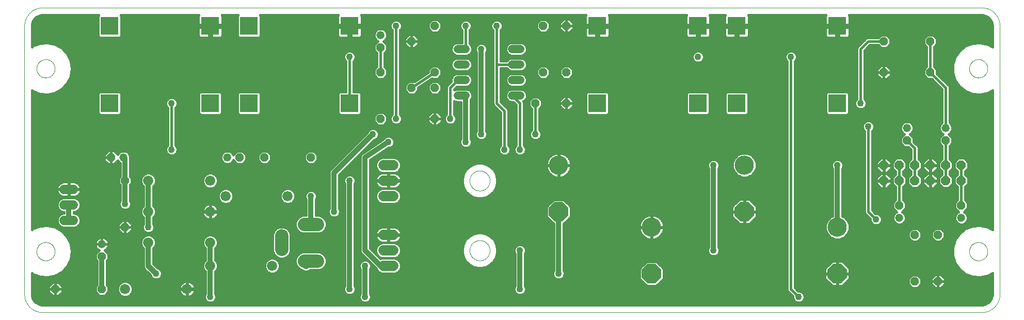
<source format=gtl>
G75*
%MOIN*%
%OFA0B0*%
%FSLAX25Y25*%
%IPPOS*%
%LPD*%
%AMOC8*
5,1,8,0,0,1.08239X$1,22.5*
%
%ADD10C,0.00000*%
%ADD11OC8,0.12400*%
%ADD12C,0.12400*%
%ADD13OC8,0.05200*%
%ADD14C,0.05200*%
%ADD15C,0.06600*%
%ADD16C,0.06600*%
%ADD17C,0.05200*%
%ADD18R,0.11811X0.11811*%
%ADD19C,0.08600*%
%ADD20OC8,0.06000*%
%ADD21C,0.06000*%
%ADD22C,0.01600*%
%ADD23C,0.03200*%
%ADD24C,0.04356*%
D10*
X0024332Y0022561D02*
X0630631Y0022561D01*
X0630916Y0022564D01*
X0631202Y0022575D01*
X0631487Y0022592D01*
X0631771Y0022616D01*
X0632055Y0022647D01*
X0632338Y0022685D01*
X0632619Y0022730D01*
X0632900Y0022781D01*
X0633180Y0022839D01*
X0633458Y0022904D01*
X0633734Y0022976D01*
X0634008Y0023054D01*
X0634281Y0023139D01*
X0634551Y0023231D01*
X0634819Y0023329D01*
X0635085Y0023433D01*
X0635348Y0023544D01*
X0635608Y0023661D01*
X0635866Y0023784D01*
X0636120Y0023914D01*
X0636371Y0024050D01*
X0636619Y0024191D01*
X0636863Y0024339D01*
X0637104Y0024492D01*
X0637340Y0024652D01*
X0637573Y0024817D01*
X0637802Y0024987D01*
X0638027Y0025163D01*
X0638247Y0025345D01*
X0638463Y0025531D01*
X0638674Y0025723D01*
X0638881Y0025920D01*
X0639083Y0026122D01*
X0639280Y0026329D01*
X0639472Y0026540D01*
X0639658Y0026756D01*
X0639840Y0026976D01*
X0640016Y0027201D01*
X0640186Y0027430D01*
X0640351Y0027663D01*
X0640511Y0027899D01*
X0640664Y0028140D01*
X0640812Y0028384D01*
X0640953Y0028632D01*
X0641089Y0028883D01*
X0641219Y0029137D01*
X0641342Y0029395D01*
X0641459Y0029655D01*
X0641570Y0029918D01*
X0641674Y0030184D01*
X0641772Y0030452D01*
X0641864Y0030722D01*
X0641949Y0030995D01*
X0642027Y0031269D01*
X0642099Y0031545D01*
X0642164Y0031823D01*
X0642222Y0032103D01*
X0642273Y0032384D01*
X0642318Y0032665D01*
X0642356Y0032948D01*
X0642387Y0033232D01*
X0642411Y0033516D01*
X0642428Y0033801D01*
X0642439Y0034087D01*
X0642442Y0034372D01*
X0642443Y0034372D02*
X0642443Y0207600D01*
X0642442Y0207600D02*
X0642439Y0207885D01*
X0642428Y0208171D01*
X0642411Y0208456D01*
X0642387Y0208740D01*
X0642356Y0209024D01*
X0642318Y0209307D01*
X0642273Y0209588D01*
X0642222Y0209869D01*
X0642164Y0210149D01*
X0642099Y0210427D01*
X0642027Y0210703D01*
X0641949Y0210977D01*
X0641864Y0211250D01*
X0641772Y0211520D01*
X0641674Y0211788D01*
X0641570Y0212054D01*
X0641459Y0212317D01*
X0641342Y0212577D01*
X0641219Y0212835D01*
X0641089Y0213089D01*
X0640953Y0213340D01*
X0640812Y0213588D01*
X0640664Y0213832D01*
X0640511Y0214073D01*
X0640351Y0214309D01*
X0640186Y0214542D01*
X0640016Y0214771D01*
X0639840Y0214996D01*
X0639658Y0215216D01*
X0639472Y0215432D01*
X0639280Y0215643D01*
X0639083Y0215850D01*
X0638881Y0216052D01*
X0638674Y0216249D01*
X0638463Y0216441D01*
X0638247Y0216627D01*
X0638027Y0216809D01*
X0637802Y0216985D01*
X0637573Y0217155D01*
X0637340Y0217320D01*
X0637104Y0217480D01*
X0636863Y0217633D01*
X0636619Y0217781D01*
X0636371Y0217922D01*
X0636120Y0218058D01*
X0635866Y0218188D01*
X0635608Y0218311D01*
X0635348Y0218428D01*
X0635085Y0218539D01*
X0634819Y0218643D01*
X0634551Y0218741D01*
X0634281Y0218833D01*
X0634008Y0218918D01*
X0633734Y0218996D01*
X0633458Y0219068D01*
X0633180Y0219133D01*
X0632900Y0219191D01*
X0632619Y0219242D01*
X0632338Y0219287D01*
X0632055Y0219325D01*
X0631771Y0219356D01*
X0631487Y0219380D01*
X0631202Y0219397D01*
X0630916Y0219408D01*
X0630631Y0219411D01*
X0024332Y0219411D01*
X0024047Y0219408D01*
X0023761Y0219397D01*
X0023476Y0219380D01*
X0023192Y0219356D01*
X0022908Y0219325D01*
X0022625Y0219287D01*
X0022344Y0219242D01*
X0022063Y0219191D01*
X0021783Y0219133D01*
X0021505Y0219068D01*
X0021229Y0218996D01*
X0020955Y0218918D01*
X0020682Y0218833D01*
X0020412Y0218741D01*
X0020144Y0218643D01*
X0019878Y0218539D01*
X0019615Y0218428D01*
X0019355Y0218311D01*
X0019097Y0218188D01*
X0018843Y0218058D01*
X0018592Y0217922D01*
X0018344Y0217781D01*
X0018100Y0217633D01*
X0017859Y0217480D01*
X0017623Y0217320D01*
X0017390Y0217155D01*
X0017161Y0216985D01*
X0016936Y0216809D01*
X0016716Y0216627D01*
X0016500Y0216441D01*
X0016289Y0216249D01*
X0016082Y0216052D01*
X0015880Y0215850D01*
X0015683Y0215643D01*
X0015491Y0215432D01*
X0015305Y0215216D01*
X0015123Y0214996D01*
X0014947Y0214771D01*
X0014777Y0214542D01*
X0014612Y0214309D01*
X0014452Y0214073D01*
X0014299Y0213832D01*
X0014151Y0213588D01*
X0014010Y0213340D01*
X0013874Y0213089D01*
X0013744Y0212835D01*
X0013621Y0212577D01*
X0013504Y0212317D01*
X0013393Y0212054D01*
X0013289Y0211788D01*
X0013191Y0211520D01*
X0013099Y0211250D01*
X0013014Y0210977D01*
X0012936Y0210703D01*
X0012864Y0210427D01*
X0012799Y0210149D01*
X0012741Y0209869D01*
X0012690Y0209588D01*
X0012645Y0209307D01*
X0012607Y0209024D01*
X0012576Y0208740D01*
X0012552Y0208456D01*
X0012535Y0208171D01*
X0012524Y0207885D01*
X0012521Y0207600D01*
X0012521Y0034372D01*
X0012524Y0034087D01*
X0012535Y0033801D01*
X0012552Y0033516D01*
X0012576Y0033232D01*
X0012607Y0032948D01*
X0012645Y0032665D01*
X0012690Y0032384D01*
X0012741Y0032103D01*
X0012799Y0031823D01*
X0012864Y0031545D01*
X0012936Y0031269D01*
X0013014Y0030995D01*
X0013099Y0030722D01*
X0013191Y0030452D01*
X0013289Y0030184D01*
X0013393Y0029918D01*
X0013504Y0029655D01*
X0013621Y0029395D01*
X0013744Y0029137D01*
X0013874Y0028883D01*
X0014010Y0028632D01*
X0014151Y0028384D01*
X0014299Y0028140D01*
X0014452Y0027899D01*
X0014612Y0027663D01*
X0014777Y0027430D01*
X0014947Y0027201D01*
X0015123Y0026976D01*
X0015305Y0026756D01*
X0015491Y0026540D01*
X0015683Y0026329D01*
X0015880Y0026122D01*
X0016082Y0025920D01*
X0016289Y0025723D01*
X0016500Y0025531D01*
X0016716Y0025345D01*
X0016936Y0025163D01*
X0017161Y0024987D01*
X0017390Y0024817D01*
X0017623Y0024652D01*
X0017859Y0024492D01*
X0018100Y0024339D01*
X0018344Y0024191D01*
X0018592Y0024050D01*
X0018843Y0023914D01*
X0019097Y0023784D01*
X0019355Y0023661D01*
X0019615Y0023544D01*
X0019878Y0023433D01*
X0020144Y0023329D01*
X0020412Y0023231D01*
X0020682Y0023139D01*
X0020955Y0023054D01*
X0021229Y0022976D01*
X0021505Y0022904D01*
X0021783Y0022839D01*
X0022063Y0022781D01*
X0022344Y0022730D01*
X0022625Y0022685D01*
X0022908Y0022647D01*
X0023192Y0022616D01*
X0023476Y0022592D01*
X0023761Y0022575D01*
X0024047Y0022564D01*
X0024332Y0022561D01*
X0020395Y0061931D02*
X0020397Y0062084D01*
X0020403Y0062238D01*
X0020413Y0062391D01*
X0020427Y0062543D01*
X0020445Y0062696D01*
X0020467Y0062847D01*
X0020492Y0062998D01*
X0020522Y0063149D01*
X0020556Y0063299D01*
X0020593Y0063447D01*
X0020634Y0063595D01*
X0020679Y0063741D01*
X0020728Y0063887D01*
X0020781Y0064031D01*
X0020837Y0064173D01*
X0020897Y0064314D01*
X0020961Y0064454D01*
X0021028Y0064592D01*
X0021099Y0064728D01*
X0021174Y0064862D01*
X0021251Y0064994D01*
X0021333Y0065124D01*
X0021417Y0065252D01*
X0021505Y0065378D01*
X0021596Y0065501D01*
X0021690Y0065622D01*
X0021788Y0065740D01*
X0021888Y0065856D01*
X0021992Y0065969D01*
X0022098Y0066080D01*
X0022207Y0066188D01*
X0022319Y0066293D01*
X0022433Y0066394D01*
X0022551Y0066493D01*
X0022670Y0066589D01*
X0022792Y0066682D01*
X0022917Y0066771D01*
X0023044Y0066858D01*
X0023173Y0066940D01*
X0023304Y0067020D01*
X0023437Y0067096D01*
X0023572Y0067169D01*
X0023709Y0067238D01*
X0023848Y0067303D01*
X0023988Y0067365D01*
X0024130Y0067423D01*
X0024273Y0067478D01*
X0024418Y0067529D01*
X0024564Y0067576D01*
X0024711Y0067619D01*
X0024859Y0067658D01*
X0025008Y0067694D01*
X0025158Y0067725D01*
X0025309Y0067753D01*
X0025460Y0067777D01*
X0025613Y0067797D01*
X0025765Y0067813D01*
X0025918Y0067825D01*
X0026071Y0067833D01*
X0026224Y0067837D01*
X0026378Y0067837D01*
X0026531Y0067833D01*
X0026684Y0067825D01*
X0026837Y0067813D01*
X0026989Y0067797D01*
X0027142Y0067777D01*
X0027293Y0067753D01*
X0027444Y0067725D01*
X0027594Y0067694D01*
X0027743Y0067658D01*
X0027891Y0067619D01*
X0028038Y0067576D01*
X0028184Y0067529D01*
X0028329Y0067478D01*
X0028472Y0067423D01*
X0028614Y0067365D01*
X0028754Y0067303D01*
X0028893Y0067238D01*
X0029030Y0067169D01*
X0029165Y0067096D01*
X0029298Y0067020D01*
X0029429Y0066940D01*
X0029558Y0066858D01*
X0029685Y0066771D01*
X0029810Y0066682D01*
X0029932Y0066589D01*
X0030051Y0066493D01*
X0030169Y0066394D01*
X0030283Y0066293D01*
X0030395Y0066188D01*
X0030504Y0066080D01*
X0030610Y0065969D01*
X0030714Y0065856D01*
X0030814Y0065740D01*
X0030912Y0065622D01*
X0031006Y0065501D01*
X0031097Y0065378D01*
X0031185Y0065252D01*
X0031269Y0065124D01*
X0031351Y0064994D01*
X0031428Y0064862D01*
X0031503Y0064728D01*
X0031574Y0064592D01*
X0031641Y0064454D01*
X0031705Y0064314D01*
X0031765Y0064173D01*
X0031821Y0064031D01*
X0031874Y0063887D01*
X0031923Y0063741D01*
X0031968Y0063595D01*
X0032009Y0063447D01*
X0032046Y0063299D01*
X0032080Y0063149D01*
X0032110Y0062998D01*
X0032135Y0062847D01*
X0032157Y0062696D01*
X0032175Y0062543D01*
X0032189Y0062391D01*
X0032199Y0062238D01*
X0032205Y0062084D01*
X0032207Y0061931D01*
X0032205Y0061778D01*
X0032199Y0061624D01*
X0032189Y0061471D01*
X0032175Y0061319D01*
X0032157Y0061166D01*
X0032135Y0061015D01*
X0032110Y0060864D01*
X0032080Y0060713D01*
X0032046Y0060563D01*
X0032009Y0060415D01*
X0031968Y0060267D01*
X0031923Y0060121D01*
X0031874Y0059975D01*
X0031821Y0059831D01*
X0031765Y0059689D01*
X0031705Y0059548D01*
X0031641Y0059408D01*
X0031574Y0059270D01*
X0031503Y0059134D01*
X0031428Y0059000D01*
X0031351Y0058868D01*
X0031269Y0058738D01*
X0031185Y0058610D01*
X0031097Y0058484D01*
X0031006Y0058361D01*
X0030912Y0058240D01*
X0030814Y0058122D01*
X0030714Y0058006D01*
X0030610Y0057893D01*
X0030504Y0057782D01*
X0030395Y0057674D01*
X0030283Y0057569D01*
X0030169Y0057468D01*
X0030051Y0057369D01*
X0029932Y0057273D01*
X0029810Y0057180D01*
X0029685Y0057091D01*
X0029558Y0057004D01*
X0029429Y0056922D01*
X0029298Y0056842D01*
X0029165Y0056766D01*
X0029030Y0056693D01*
X0028893Y0056624D01*
X0028754Y0056559D01*
X0028614Y0056497D01*
X0028472Y0056439D01*
X0028329Y0056384D01*
X0028184Y0056333D01*
X0028038Y0056286D01*
X0027891Y0056243D01*
X0027743Y0056204D01*
X0027594Y0056168D01*
X0027444Y0056137D01*
X0027293Y0056109D01*
X0027142Y0056085D01*
X0026989Y0056065D01*
X0026837Y0056049D01*
X0026684Y0056037D01*
X0026531Y0056029D01*
X0026378Y0056025D01*
X0026224Y0056025D01*
X0026071Y0056029D01*
X0025918Y0056037D01*
X0025765Y0056049D01*
X0025613Y0056065D01*
X0025460Y0056085D01*
X0025309Y0056109D01*
X0025158Y0056137D01*
X0025008Y0056168D01*
X0024859Y0056204D01*
X0024711Y0056243D01*
X0024564Y0056286D01*
X0024418Y0056333D01*
X0024273Y0056384D01*
X0024130Y0056439D01*
X0023988Y0056497D01*
X0023848Y0056559D01*
X0023709Y0056624D01*
X0023572Y0056693D01*
X0023437Y0056766D01*
X0023304Y0056842D01*
X0023173Y0056922D01*
X0023044Y0057004D01*
X0022917Y0057091D01*
X0022792Y0057180D01*
X0022670Y0057273D01*
X0022551Y0057369D01*
X0022433Y0057468D01*
X0022319Y0057569D01*
X0022207Y0057674D01*
X0022098Y0057782D01*
X0021992Y0057893D01*
X0021888Y0058006D01*
X0021788Y0058122D01*
X0021690Y0058240D01*
X0021596Y0058361D01*
X0021505Y0058484D01*
X0021417Y0058610D01*
X0021333Y0058738D01*
X0021251Y0058868D01*
X0021174Y0059000D01*
X0021099Y0059134D01*
X0021028Y0059270D01*
X0020961Y0059408D01*
X0020897Y0059548D01*
X0020837Y0059689D01*
X0020781Y0059831D01*
X0020728Y0059975D01*
X0020679Y0060121D01*
X0020634Y0060267D01*
X0020593Y0060415D01*
X0020556Y0060563D01*
X0020522Y0060713D01*
X0020492Y0060864D01*
X0020467Y0061015D01*
X0020445Y0061166D01*
X0020427Y0061319D01*
X0020413Y0061471D01*
X0020403Y0061624D01*
X0020397Y0061778D01*
X0020395Y0061931D01*
X0300100Y0062600D02*
X0300102Y0062761D01*
X0300108Y0062921D01*
X0300118Y0063082D01*
X0300132Y0063242D01*
X0300150Y0063402D01*
X0300171Y0063561D01*
X0300197Y0063720D01*
X0300227Y0063878D01*
X0300260Y0064035D01*
X0300298Y0064192D01*
X0300339Y0064347D01*
X0300384Y0064501D01*
X0300433Y0064654D01*
X0300486Y0064806D01*
X0300542Y0064957D01*
X0300603Y0065106D01*
X0300666Y0065254D01*
X0300734Y0065400D01*
X0300805Y0065544D01*
X0300879Y0065686D01*
X0300957Y0065827D01*
X0301039Y0065965D01*
X0301124Y0066102D01*
X0301212Y0066236D01*
X0301304Y0066368D01*
X0301399Y0066498D01*
X0301497Y0066626D01*
X0301598Y0066751D01*
X0301702Y0066873D01*
X0301809Y0066993D01*
X0301919Y0067110D01*
X0302032Y0067225D01*
X0302148Y0067336D01*
X0302267Y0067445D01*
X0302388Y0067550D01*
X0302512Y0067653D01*
X0302638Y0067753D01*
X0302766Y0067849D01*
X0302897Y0067942D01*
X0303031Y0068032D01*
X0303166Y0068119D01*
X0303304Y0068202D01*
X0303443Y0068282D01*
X0303585Y0068358D01*
X0303728Y0068431D01*
X0303873Y0068500D01*
X0304020Y0068566D01*
X0304168Y0068628D01*
X0304318Y0068686D01*
X0304469Y0068741D01*
X0304622Y0068792D01*
X0304776Y0068839D01*
X0304931Y0068882D01*
X0305087Y0068921D01*
X0305243Y0068957D01*
X0305401Y0068988D01*
X0305559Y0069016D01*
X0305718Y0069040D01*
X0305878Y0069060D01*
X0306038Y0069076D01*
X0306198Y0069088D01*
X0306359Y0069096D01*
X0306520Y0069100D01*
X0306680Y0069100D01*
X0306841Y0069096D01*
X0307002Y0069088D01*
X0307162Y0069076D01*
X0307322Y0069060D01*
X0307482Y0069040D01*
X0307641Y0069016D01*
X0307799Y0068988D01*
X0307957Y0068957D01*
X0308113Y0068921D01*
X0308269Y0068882D01*
X0308424Y0068839D01*
X0308578Y0068792D01*
X0308731Y0068741D01*
X0308882Y0068686D01*
X0309032Y0068628D01*
X0309180Y0068566D01*
X0309327Y0068500D01*
X0309472Y0068431D01*
X0309615Y0068358D01*
X0309757Y0068282D01*
X0309896Y0068202D01*
X0310034Y0068119D01*
X0310169Y0068032D01*
X0310303Y0067942D01*
X0310434Y0067849D01*
X0310562Y0067753D01*
X0310688Y0067653D01*
X0310812Y0067550D01*
X0310933Y0067445D01*
X0311052Y0067336D01*
X0311168Y0067225D01*
X0311281Y0067110D01*
X0311391Y0066993D01*
X0311498Y0066873D01*
X0311602Y0066751D01*
X0311703Y0066626D01*
X0311801Y0066498D01*
X0311896Y0066368D01*
X0311988Y0066236D01*
X0312076Y0066102D01*
X0312161Y0065965D01*
X0312243Y0065827D01*
X0312321Y0065686D01*
X0312395Y0065544D01*
X0312466Y0065400D01*
X0312534Y0065254D01*
X0312597Y0065106D01*
X0312658Y0064957D01*
X0312714Y0064806D01*
X0312767Y0064654D01*
X0312816Y0064501D01*
X0312861Y0064347D01*
X0312902Y0064192D01*
X0312940Y0064035D01*
X0312973Y0063878D01*
X0313003Y0063720D01*
X0313029Y0063561D01*
X0313050Y0063402D01*
X0313068Y0063242D01*
X0313082Y0063082D01*
X0313092Y0062921D01*
X0313098Y0062761D01*
X0313100Y0062600D01*
X0313098Y0062439D01*
X0313092Y0062279D01*
X0313082Y0062118D01*
X0313068Y0061958D01*
X0313050Y0061798D01*
X0313029Y0061639D01*
X0313003Y0061480D01*
X0312973Y0061322D01*
X0312940Y0061165D01*
X0312902Y0061008D01*
X0312861Y0060853D01*
X0312816Y0060699D01*
X0312767Y0060546D01*
X0312714Y0060394D01*
X0312658Y0060243D01*
X0312597Y0060094D01*
X0312534Y0059946D01*
X0312466Y0059800D01*
X0312395Y0059656D01*
X0312321Y0059514D01*
X0312243Y0059373D01*
X0312161Y0059235D01*
X0312076Y0059098D01*
X0311988Y0058964D01*
X0311896Y0058832D01*
X0311801Y0058702D01*
X0311703Y0058574D01*
X0311602Y0058449D01*
X0311498Y0058327D01*
X0311391Y0058207D01*
X0311281Y0058090D01*
X0311168Y0057975D01*
X0311052Y0057864D01*
X0310933Y0057755D01*
X0310812Y0057650D01*
X0310688Y0057547D01*
X0310562Y0057447D01*
X0310434Y0057351D01*
X0310303Y0057258D01*
X0310169Y0057168D01*
X0310034Y0057081D01*
X0309896Y0056998D01*
X0309757Y0056918D01*
X0309615Y0056842D01*
X0309472Y0056769D01*
X0309327Y0056700D01*
X0309180Y0056634D01*
X0309032Y0056572D01*
X0308882Y0056514D01*
X0308731Y0056459D01*
X0308578Y0056408D01*
X0308424Y0056361D01*
X0308269Y0056318D01*
X0308113Y0056279D01*
X0307957Y0056243D01*
X0307799Y0056212D01*
X0307641Y0056184D01*
X0307482Y0056160D01*
X0307322Y0056140D01*
X0307162Y0056124D01*
X0307002Y0056112D01*
X0306841Y0056104D01*
X0306680Y0056100D01*
X0306520Y0056100D01*
X0306359Y0056104D01*
X0306198Y0056112D01*
X0306038Y0056124D01*
X0305878Y0056140D01*
X0305718Y0056160D01*
X0305559Y0056184D01*
X0305401Y0056212D01*
X0305243Y0056243D01*
X0305087Y0056279D01*
X0304931Y0056318D01*
X0304776Y0056361D01*
X0304622Y0056408D01*
X0304469Y0056459D01*
X0304318Y0056514D01*
X0304168Y0056572D01*
X0304020Y0056634D01*
X0303873Y0056700D01*
X0303728Y0056769D01*
X0303585Y0056842D01*
X0303443Y0056918D01*
X0303304Y0056998D01*
X0303166Y0057081D01*
X0303031Y0057168D01*
X0302897Y0057258D01*
X0302766Y0057351D01*
X0302638Y0057447D01*
X0302512Y0057547D01*
X0302388Y0057650D01*
X0302267Y0057755D01*
X0302148Y0057864D01*
X0302032Y0057975D01*
X0301919Y0058090D01*
X0301809Y0058207D01*
X0301702Y0058327D01*
X0301598Y0058449D01*
X0301497Y0058574D01*
X0301399Y0058702D01*
X0301304Y0058832D01*
X0301212Y0058964D01*
X0301124Y0059098D01*
X0301039Y0059235D01*
X0300957Y0059373D01*
X0300879Y0059514D01*
X0300805Y0059656D01*
X0300734Y0059800D01*
X0300666Y0059946D01*
X0300603Y0060094D01*
X0300542Y0060243D01*
X0300486Y0060394D01*
X0300433Y0060546D01*
X0300384Y0060699D01*
X0300339Y0060853D01*
X0300298Y0061008D01*
X0300260Y0061165D01*
X0300227Y0061322D01*
X0300197Y0061480D01*
X0300171Y0061639D01*
X0300150Y0061798D01*
X0300132Y0061958D01*
X0300118Y0062118D01*
X0300108Y0062279D01*
X0300102Y0062439D01*
X0300100Y0062600D01*
X0300100Y0107600D02*
X0300102Y0107761D01*
X0300108Y0107921D01*
X0300118Y0108082D01*
X0300132Y0108242D01*
X0300150Y0108402D01*
X0300171Y0108561D01*
X0300197Y0108720D01*
X0300227Y0108878D01*
X0300260Y0109035D01*
X0300298Y0109192D01*
X0300339Y0109347D01*
X0300384Y0109501D01*
X0300433Y0109654D01*
X0300486Y0109806D01*
X0300542Y0109957D01*
X0300603Y0110106D01*
X0300666Y0110254D01*
X0300734Y0110400D01*
X0300805Y0110544D01*
X0300879Y0110686D01*
X0300957Y0110827D01*
X0301039Y0110965D01*
X0301124Y0111102D01*
X0301212Y0111236D01*
X0301304Y0111368D01*
X0301399Y0111498D01*
X0301497Y0111626D01*
X0301598Y0111751D01*
X0301702Y0111873D01*
X0301809Y0111993D01*
X0301919Y0112110D01*
X0302032Y0112225D01*
X0302148Y0112336D01*
X0302267Y0112445D01*
X0302388Y0112550D01*
X0302512Y0112653D01*
X0302638Y0112753D01*
X0302766Y0112849D01*
X0302897Y0112942D01*
X0303031Y0113032D01*
X0303166Y0113119D01*
X0303304Y0113202D01*
X0303443Y0113282D01*
X0303585Y0113358D01*
X0303728Y0113431D01*
X0303873Y0113500D01*
X0304020Y0113566D01*
X0304168Y0113628D01*
X0304318Y0113686D01*
X0304469Y0113741D01*
X0304622Y0113792D01*
X0304776Y0113839D01*
X0304931Y0113882D01*
X0305087Y0113921D01*
X0305243Y0113957D01*
X0305401Y0113988D01*
X0305559Y0114016D01*
X0305718Y0114040D01*
X0305878Y0114060D01*
X0306038Y0114076D01*
X0306198Y0114088D01*
X0306359Y0114096D01*
X0306520Y0114100D01*
X0306680Y0114100D01*
X0306841Y0114096D01*
X0307002Y0114088D01*
X0307162Y0114076D01*
X0307322Y0114060D01*
X0307482Y0114040D01*
X0307641Y0114016D01*
X0307799Y0113988D01*
X0307957Y0113957D01*
X0308113Y0113921D01*
X0308269Y0113882D01*
X0308424Y0113839D01*
X0308578Y0113792D01*
X0308731Y0113741D01*
X0308882Y0113686D01*
X0309032Y0113628D01*
X0309180Y0113566D01*
X0309327Y0113500D01*
X0309472Y0113431D01*
X0309615Y0113358D01*
X0309757Y0113282D01*
X0309896Y0113202D01*
X0310034Y0113119D01*
X0310169Y0113032D01*
X0310303Y0112942D01*
X0310434Y0112849D01*
X0310562Y0112753D01*
X0310688Y0112653D01*
X0310812Y0112550D01*
X0310933Y0112445D01*
X0311052Y0112336D01*
X0311168Y0112225D01*
X0311281Y0112110D01*
X0311391Y0111993D01*
X0311498Y0111873D01*
X0311602Y0111751D01*
X0311703Y0111626D01*
X0311801Y0111498D01*
X0311896Y0111368D01*
X0311988Y0111236D01*
X0312076Y0111102D01*
X0312161Y0110965D01*
X0312243Y0110827D01*
X0312321Y0110686D01*
X0312395Y0110544D01*
X0312466Y0110400D01*
X0312534Y0110254D01*
X0312597Y0110106D01*
X0312658Y0109957D01*
X0312714Y0109806D01*
X0312767Y0109654D01*
X0312816Y0109501D01*
X0312861Y0109347D01*
X0312902Y0109192D01*
X0312940Y0109035D01*
X0312973Y0108878D01*
X0313003Y0108720D01*
X0313029Y0108561D01*
X0313050Y0108402D01*
X0313068Y0108242D01*
X0313082Y0108082D01*
X0313092Y0107921D01*
X0313098Y0107761D01*
X0313100Y0107600D01*
X0313098Y0107439D01*
X0313092Y0107279D01*
X0313082Y0107118D01*
X0313068Y0106958D01*
X0313050Y0106798D01*
X0313029Y0106639D01*
X0313003Y0106480D01*
X0312973Y0106322D01*
X0312940Y0106165D01*
X0312902Y0106008D01*
X0312861Y0105853D01*
X0312816Y0105699D01*
X0312767Y0105546D01*
X0312714Y0105394D01*
X0312658Y0105243D01*
X0312597Y0105094D01*
X0312534Y0104946D01*
X0312466Y0104800D01*
X0312395Y0104656D01*
X0312321Y0104514D01*
X0312243Y0104373D01*
X0312161Y0104235D01*
X0312076Y0104098D01*
X0311988Y0103964D01*
X0311896Y0103832D01*
X0311801Y0103702D01*
X0311703Y0103574D01*
X0311602Y0103449D01*
X0311498Y0103327D01*
X0311391Y0103207D01*
X0311281Y0103090D01*
X0311168Y0102975D01*
X0311052Y0102864D01*
X0310933Y0102755D01*
X0310812Y0102650D01*
X0310688Y0102547D01*
X0310562Y0102447D01*
X0310434Y0102351D01*
X0310303Y0102258D01*
X0310169Y0102168D01*
X0310034Y0102081D01*
X0309896Y0101998D01*
X0309757Y0101918D01*
X0309615Y0101842D01*
X0309472Y0101769D01*
X0309327Y0101700D01*
X0309180Y0101634D01*
X0309032Y0101572D01*
X0308882Y0101514D01*
X0308731Y0101459D01*
X0308578Y0101408D01*
X0308424Y0101361D01*
X0308269Y0101318D01*
X0308113Y0101279D01*
X0307957Y0101243D01*
X0307799Y0101212D01*
X0307641Y0101184D01*
X0307482Y0101160D01*
X0307322Y0101140D01*
X0307162Y0101124D01*
X0307002Y0101112D01*
X0306841Y0101104D01*
X0306680Y0101100D01*
X0306520Y0101100D01*
X0306359Y0101104D01*
X0306198Y0101112D01*
X0306038Y0101124D01*
X0305878Y0101140D01*
X0305718Y0101160D01*
X0305559Y0101184D01*
X0305401Y0101212D01*
X0305243Y0101243D01*
X0305087Y0101279D01*
X0304931Y0101318D01*
X0304776Y0101361D01*
X0304622Y0101408D01*
X0304469Y0101459D01*
X0304318Y0101514D01*
X0304168Y0101572D01*
X0304020Y0101634D01*
X0303873Y0101700D01*
X0303728Y0101769D01*
X0303585Y0101842D01*
X0303443Y0101918D01*
X0303304Y0101998D01*
X0303166Y0102081D01*
X0303031Y0102168D01*
X0302897Y0102258D01*
X0302766Y0102351D01*
X0302638Y0102447D01*
X0302512Y0102547D01*
X0302388Y0102650D01*
X0302267Y0102755D01*
X0302148Y0102864D01*
X0302032Y0102975D01*
X0301919Y0103090D01*
X0301809Y0103207D01*
X0301702Y0103327D01*
X0301598Y0103449D01*
X0301497Y0103574D01*
X0301399Y0103702D01*
X0301304Y0103832D01*
X0301212Y0103964D01*
X0301124Y0104098D01*
X0301039Y0104235D01*
X0300957Y0104373D01*
X0300879Y0104514D01*
X0300805Y0104656D01*
X0300734Y0104800D01*
X0300666Y0104946D01*
X0300603Y0105094D01*
X0300542Y0105243D01*
X0300486Y0105394D01*
X0300433Y0105546D01*
X0300384Y0105699D01*
X0300339Y0105853D01*
X0300298Y0106008D01*
X0300260Y0106165D01*
X0300227Y0106322D01*
X0300197Y0106480D01*
X0300171Y0106639D01*
X0300150Y0106798D01*
X0300132Y0106958D01*
X0300118Y0107118D01*
X0300108Y0107279D01*
X0300102Y0107439D01*
X0300100Y0107600D01*
X0020395Y0180041D02*
X0020397Y0180194D01*
X0020403Y0180348D01*
X0020413Y0180501D01*
X0020427Y0180653D01*
X0020445Y0180806D01*
X0020467Y0180957D01*
X0020492Y0181108D01*
X0020522Y0181259D01*
X0020556Y0181409D01*
X0020593Y0181557D01*
X0020634Y0181705D01*
X0020679Y0181851D01*
X0020728Y0181997D01*
X0020781Y0182141D01*
X0020837Y0182283D01*
X0020897Y0182424D01*
X0020961Y0182564D01*
X0021028Y0182702D01*
X0021099Y0182838D01*
X0021174Y0182972D01*
X0021251Y0183104D01*
X0021333Y0183234D01*
X0021417Y0183362D01*
X0021505Y0183488D01*
X0021596Y0183611D01*
X0021690Y0183732D01*
X0021788Y0183850D01*
X0021888Y0183966D01*
X0021992Y0184079D01*
X0022098Y0184190D01*
X0022207Y0184298D01*
X0022319Y0184403D01*
X0022433Y0184504D01*
X0022551Y0184603D01*
X0022670Y0184699D01*
X0022792Y0184792D01*
X0022917Y0184881D01*
X0023044Y0184968D01*
X0023173Y0185050D01*
X0023304Y0185130D01*
X0023437Y0185206D01*
X0023572Y0185279D01*
X0023709Y0185348D01*
X0023848Y0185413D01*
X0023988Y0185475D01*
X0024130Y0185533D01*
X0024273Y0185588D01*
X0024418Y0185639D01*
X0024564Y0185686D01*
X0024711Y0185729D01*
X0024859Y0185768D01*
X0025008Y0185804D01*
X0025158Y0185835D01*
X0025309Y0185863D01*
X0025460Y0185887D01*
X0025613Y0185907D01*
X0025765Y0185923D01*
X0025918Y0185935D01*
X0026071Y0185943D01*
X0026224Y0185947D01*
X0026378Y0185947D01*
X0026531Y0185943D01*
X0026684Y0185935D01*
X0026837Y0185923D01*
X0026989Y0185907D01*
X0027142Y0185887D01*
X0027293Y0185863D01*
X0027444Y0185835D01*
X0027594Y0185804D01*
X0027743Y0185768D01*
X0027891Y0185729D01*
X0028038Y0185686D01*
X0028184Y0185639D01*
X0028329Y0185588D01*
X0028472Y0185533D01*
X0028614Y0185475D01*
X0028754Y0185413D01*
X0028893Y0185348D01*
X0029030Y0185279D01*
X0029165Y0185206D01*
X0029298Y0185130D01*
X0029429Y0185050D01*
X0029558Y0184968D01*
X0029685Y0184881D01*
X0029810Y0184792D01*
X0029932Y0184699D01*
X0030051Y0184603D01*
X0030169Y0184504D01*
X0030283Y0184403D01*
X0030395Y0184298D01*
X0030504Y0184190D01*
X0030610Y0184079D01*
X0030714Y0183966D01*
X0030814Y0183850D01*
X0030912Y0183732D01*
X0031006Y0183611D01*
X0031097Y0183488D01*
X0031185Y0183362D01*
X0031269Y0183234D01*
X0031351Y0183104D01*
X0031428Y0182972D01*
X0031503Y0182838D01*
X0031574Y0182702D01*
X0031641Y0182564D01*
X0031705Y0182424D01*
X0031765Y0182283D01*
X0031821Y0182141D01*
X0031874Y0181997D01*
X0031923Y0181851D01*
X0031968Y0181705D01*
X0032009Y0181557D01*
X0032046Y0181409D01*
X0032080Y0181259D01*
X0032110Y0181108D01*
X0032135Y0180957D01*
X0032157Y0180806D01*
X0032175Y0180653D01*
X0032189Y0180501D01*
X0032199Y0180348D01*
X0032205Y0180194D01*
X0032207Y0180041D01*
X0032205Y0179888D01*
X0032199Y0179734D01*
X0032189Y0179581D01*
X0032175Y0179429D01*
X0032157Y0179276D01*
X0032135Y0179125D01*
X0032110Y0178974D01*
X0032080Y0178823D01*
X0032046Y0178673D01*
X0032009Y0178525D01*
X0031968Y0178377D01*
X0031923Y0178231D01*
X0031874Y0178085D01*
X0031821Y0177941D01*
X0031765Y0177799D01*
X0031705Y0177658D01*
X0031641Y0177518D01*
X0031574Y0177380D01*
X0031503Y0177244D01*
X0031428Y0177110D01*
X0031351Y0176978D01*
X0031269Y0176848D01*
X0031185Y0176720D01*
X0031097Y0176594D01*
X0031006Y0176471D01*
X0030912Y0176350D01*
X0030814Y0176232D01*
X0030714Y0176116D01*
X0030610Y0176003D01*
X0030504Y0175892D01*
X0030395Y0175784D01*
X0030283Y0175679D01*
X0030169Y0175578D01*
X0030051Y0175479D01*
X0029932Y0175383D01*
X0029810Y0175290D01*
X0029685Y0175201D01*
X0029558Y0175114D01*
X0029429Y0175032D01*
X0029298Y0174952D01*
X0029165Y0174876D01*
X0029030Y0174803D01*
X0028893Y0174734D01*
X0028754Y0174669D01*
X0028614Y0174607D01*
X0028472Y0174549D01*
X0028329Y0174494D01*
X0028184Y0174443D01*
X0028038Y0174396D01*
X0027891Y0174353D01*
X0027743Y0174314D01*
X0027594Y0174278D01*
X0027444Y0174247D01*
X0027293Y0174219D01*
X0027142Y0174195D01*
X0026989Y0174175D01*
X0026837Y0174159D01*
X0026684Y0174147D01*
X0026531Y0174139D01*
X0026378Y0174135D01*
X0026224Y0174135D01*
X0026071Y0174139D01*
X0025918Y0174147D01*
X0025765Y0174159D01*
X0025613Y0174175D01*
X0025460Y0174195D01*
X0025309Y0174219D01*
X0025158Y0174247D01*
X0025008Y0174278D01*
X0024859Y0174314D01*
X0024711Y0174353D01*
X0024564Y0174396D01*
X0024418Y0174443D01*
X0024273Y0174494D01*
X0024130Y0174549D01*
X0023988Y0174607D01*
X0023848Y0174669D01*
X0023709Y0174734D01*
X0023572Y0174803D01*
X0023437Y0174876D01*
X0023304Y0174952D01*
X0023173Y0175032D01*
X0023044Y0175114D01*
X0022917Y0175201D01*
X0022792Y0175290D01*
X0022670Y0175383D01*
X0022551Y0175479D01*
X0022433Y0175578D01*
X0022319Y0175679D01*
X0022207Y0175784D01*
X0022098Y0175892D01*
X0021992Y0176003D01*
X0021888Y0176116D01*
X0021788Y0176232D01*
X0021690Y0176350D01*
X0021596Y0176471D01*
X0021505Y0176594D01*
X0021417Y0176720D01*
X0021333Y0176848D01*
X0021251Y0176978D01*
X0021174Y0177110D01*
X0021099Y0177244D01*
X0021028Y0177380D01*
X0020961Y0177518D01*
X0020897Y0177658D01*
X0020837Y0177799D01*
X0020781Y0177941D01*
X0020728Y0178085D01*
X0020679Y0178231D01*
X0020634Y0178377D01*
X0020593Y0178525D01*
X0020556Y0178673D01*
X0020522Y0178823D01*
X0020492Y0178974D01*
X0020467Y0179125D01*
X0020445Y0179276D01*
X0020427Y0179429D01*
X0020413Y0179581D01*
X0020403Y0179734D01*
X0020397Y0179888D01*
X0020395Y0180041D01*
X0622757Y0180041D02*
X0622759Y0180194D01*
X0622765Y0180348D01*
X0622775Y0180501D01*
X0622789Y0180653D01*
X0622807Y0180806D01*
X0622829Y0180957D01*
X0622854Y0181108D01*
X0622884Y0181259D01*
X0622918Y0181409D01*
X0622955Y0181557D01*
X0622996Y0181705D01*
X0623041Y0181851D01*
X0623090Y0181997D01*
X0623143Y0182141D01*
X0623199Y0182283D01*
X0623259Y0182424D01*
X0623323Y0182564D01*
X0623390Y0182702D01*
X0623461Y0182838D01*
X0623536Y0182972D01*
X0623613Y0183104D01*
X0623695Y0183234D01*
X0623779Y0183362D01*
X0623867Y0183488D01*
X0623958Y0183611D01*
X0624052Y0183732D01*
X0624150Y0183850D01*
X0624250Y0183966D01*
X0624354Y0184079D01*
X0624460Y0184190D01*
X0624569Y0184298D01*
X0624681Y0184403D01*
X0624795Y0184504D01*
X0624913Y0184603D01*
X0625032Y0184699D01*
X0625154Y0184792D01*
X0625279Y0184881D01*
X0625406Y0184968D01*
X0625535Y0185050D01*
X0625666Y0185130D01*
X0625799Y0185206D01*
X0625934Y0185279D01*
X0626071Y0185348D01*
X0626210Y0185413D01*
X0626350Y0185475D01*
X0626492Y0185533D01*
X0626635Y0185588D01*
X0626780Y0185639D01*
X0626926Y0185686D01*
X0627073Y0185729D01*
X0627221Y0185768D01*
X0627370Y0185804D01*
X0627520Y0185835D01*
X0627671Y0185863D01*
X0627822Y0185887D01*
X0627975Y0185907D01*
X0628127Y0185923D01*
X0628280Y0185935D01*
X0628433Y0185943D01*
X0628586Y0185947D01*
X0628740Y0185947D01*
X0628893Y0185943D01*
X0629046Y0185935D01*
X0629199Y0185923D01*
X0629351Y0185907D01*
X0629504Y0185887D01*
X0629655Y0185863D01*
X0629806Y0185835D01*
X0629956Y0185804D01*
X0630105Y0185768D01*
X0630253Y0185729D01*
X0630400Y0185686D01*
X0630546Y0185639D01*
X0630691Y0185588D01*
X0630834Y0185533D01*
X0630976Y0185475D01*
X0631116Y0185413D01*
X0631255Y0185348D01*
X0631392Y0185279D01*
X0631527Y0185206D01*
X0631660Y0185130D01*
X0631791Y0185050D01*
X0631920Y0184968D01*
X0632047Y0184881D01*
X0632172Y0184792D01*
X0632294Y0184699D01*
X0632413Y0184603D01*
X0632531Y0184504D01*
X0632645Y0184403D01*
X0632757Y0184298D01*
X0632866Y0184190D01*
X0632972Y0184079D01*
X0633076Y0183966D01*
X0633176Y0183850D01*
X0633274Y0183732D01*
X0633368Y0183611D01*
X0633459Y0183488D01*
X0633547Y0183362D01*
X0633631Y0183234D01*
X0633713Y0183104D01*
X0633790Y0182972D01*
X0633865Y0182838D01*
X0633936Y0182702D01*
X0634003Y0182564D01*
X0634067Y0182424D01*
X0634127Y0182283D01*
X0634183Y0182141D01*
X0634236Y0181997D01*
X0634285Y0181851D01*
X0634330Y0181705D01*
X0634371Y0181557D01*
X0634408Y0181409D01*
X0634442Y0181259D01*
X0634472Y0181108D01*
X0634497Y0180957D01*
X0634519Y0180806D01*
X0634537Y0180653D01*
X0634551Y0180501D01*
X0634561Y0180348D01*
X0634567Y0180194D01*
X0634569Y0180041D01*
X0634567Y0179888D01*
X0634561Y0179734D01*
X0634551Y0179581D01*
X0634537Y0179429D01*
X0634519Y0179276D01*
X0634497Y0179125D01*
X0634472Y0178974D01*
X0634442Y0178823D01*
X0634408Y0178673D01*
X0634371Y0178525D01*
X0634330Y0178377D01*
X0634285Y0178231D01*
X0634236Y0178085D01*
X0634183Y0177941D01*
X0634127Y0177799D01*
X0634067Y0177658D01*
X0634003Y0177518D01*
X0633936Y0177380D01*
X0633865Y0177244D01*
X0633790Y0177110D01*
X0633713Y0176978D01*
X0633631Y0176848D01*
X0633547Y0176720D01*
X0633459Y0176594D01*
X0633368Y0176471D01*
X0633274Y0176350D01*
X0633176Y0176232D01*
X0633076Y0176116D01*
X0632972Y0176003D01*
X0632866Y0175892D01*
X0632757Y0175784D01*
X0632645Y0175679D01*
X0632531Y0175578D01*
X0632413Y0175479D01*
X0632294Y0175383D01*
X0632172Y0175290D01*
X0632047Y0175201D01*
X0631920Y0175114D01*
X0631791Y0175032D01*
X0631660Y0174952D01*
X0631527Y0174876D01*
X0631392Y0174803D01*
X0631255Y0174734D01*
X0631116Y0174669D01*
X0630976Y0174607D01*
X0630834Y0174549D01*
X0630691Y0174494D01*
X0630546Y0174443D01*
X0630400Y0174396D01*
X0630253Y0174353D01*
X0630105Y0174314D01*
X0629956Y0174278D01*
X0629806Y0174247D01*
X0629655Y0174219D01*
X0629504Y0174195D01*
X0629351Y0174175D01*
X0629199Y0174159D01*
X0629046Y0174147D01*
X0628893Y0174139D01*
X0628740Y0174135D01*
X0628586Y0174135D01*
X0628433Y0174139D01*
X0628280Y0174147D01*
X0628127Y0174159D01*
X0627975Y0174175D01*
X0627822Y0174195D01*
X0627671Y0174219D01*
X0627520Y0174247D01*
X0627370Y0174278D01*
X0627221Y0174314D01*
X0627073Y0174353D01*
X0626926Y0174396D01*
X0626780Y0174443D01*
X0626635Y0174494D01*
X0626492Y0174549D01*
X0626350Y0174607D01*
X0626210Y0174669D01*
X0626071Y0174734D01*
X0625934Y0174803D01*
X0625799Y0174876D01*
X0625666Y0174952D01*
X0625535Y0175032D01*
X0625406Y0175114D01*
X0625279Y0175201D01*
X0625154Y0175290D01*
X0625032Y0175383D01*
X0624913Y0175479D01*
X0624795Y0175578D01*
X0624681Y0175679D01*
X0624569Y0175784D01*
X0624460Y0175892D01*
X0624354Y0176003D01*
X0624250Y0176116D01*
X0624150Y0176232D01*
X0624052Y0176350D01*
X0623958Y0176471D01*
X0623867Y0176594D01*
X0623779Y0176720D01*
X0623695Y0176848D01*
X0623613Y0176978D01*
X0623536Y0177110D01*
X0623461Y0177244D01*
X0623390Y0177380D01*
X0623323Y0177518D01*
X0623259Y0177658D01*
X0623199Y0177799D01*
X0623143Y0177941D01*
X0623090Y0178085D01*
X0623041Y0178231D01*
X0622996Y0178377D01*
X0622955Y0178525D01*
X0622918Y0178673D01*
X0622884Y0178823D01*
X0622854Y0178974D01*
X0622829Y0179125D01*
X0622807Y0179276D01*
X0622789Y0179429D01*
X0622775Y0179581D01*
X0622765Y0179734D01*
X0622759Y0179888D01*
X0622757Y0180041D01*
X0622757Y0061931D02*
X0622759Y0062084D01*
X0622765Y0062238D01*
X0622775Y0062391D01*
X0622789Y0062543D01*
X0622807Y0062696D01*
X0622829Y0062847D01*
X0622854Y0062998D01*
X0622884Y0063149D01*
X0622918Y0063299D01*
X0622955Y0063447D01*
X0622996Y0063595D01*
X0623041Y0063741D01*
X0623090Y0063887D01*
X0623143Y0064031D01*
X0623199Y0064173D01*
X0623259Y0064314D01*
X0623323Y0064454D01*
X0623390Y0064592D01*
X0623461Y0064728D01*
X0623536Y0064862D01*
X0623613Y0064994D01*
X0623695Y0065124D01*
X0623779Y0065252D01*
X0623867Y0065378D01*
X0623958Y0065501D01*
X0624052Y0065622D01*
X0624150Y0065740D01*
X0624250Y0065856D01*
X0624354Y0065969D01*
X0624460Y0066080D01*
X0624569Y0066188D01*
X0624681Y0066293D01*
X0624795Y0066394D01*
X0624913Y0066493D01*
X0625032Y0066589D01*
X0625154Y0066682D01*
X0625279Y0066771D01*
X0625406Y0066858D01*
X0625535Y0066940D01*
X0625666Y0067020D01*
X0625799Y0067096D01*
X0625934Y0067169D01*
X0626071Y0067238D01*
X0626210Y0067303D01*
X0626350Y0067365D01*
X0626492Y0067423D01*
X0626635Y0067478D01*
X0626780Y0067529D01*
X0626926Y0067576D01*
X0627073Y0067619D01*
X0627221Y0067658D01*
X0627370Y0067694D01*
X0627520Y0067725D01*
X0627671Y0067753D01*
X0627822Y0067777D01*
X0627975Y0067797D01*
X0628127Y0067813D01*
X0628280Y0067825D01*
X0628433Y0067833D01*
X0628586Y0067837D01*
X0628740Y0067837D01*
X0628893Y0067833D01*
X0629046Y0067825D01*
X0629199Y0067813D01*
X0629351Y0067797D01*
X0629504Y0067777D01*
X0629655Y0067753D01*
X0629806Y0067725D01*
X0629956Y0067694D01*
X0630105Y0067658D01*
X0630253Y0067619D01*
X0630400Y0067576D01*
X0630546Y0067529D01*
X0630691Y0067478D01*
X0630834Y0067423D01*
X0630976Y0067365D01*
X0631116Y0067303D01*
X0631255Y0067238D01*
X0631392Y0067169D01*
X0631527Y0067096D01*
X0631660Y0067020D01*
X0631791Y0066940D01*
X0631920Y0066858D01*
X0632047Y0066771D01*
X0632172Y0066682D01*
X0632294Y0066589D01*
X0632413Y0066493D01*
X0632531Y0066394D01*
X0632645Y0066293D01*
X0632757Y0066188D01*
X0632866Y0066080D01*
X0632972Y0065969D01*
X0633076Y0065856D01*
X0633176Y0065740D01*
X0633274Y0065622D01*
X0633368Y0065501D01*
X0633459Y0065378D01*
X0633547Y0065252D01*
X0633631Y0065124D01*
X0633713Y0064994D01*
X0633790Y0064862D01*
X0633865Y0064728D01*
X0633936Y0064592D01*
X0634003Y0064454D01*
X0634067Y0064314D01*
X0634127Y0064173D01*
X0634183Y0064031D01*
X0634236Y0063887D01*
X0634285Y0063741D01*
X0634330Y0063595D01*
X0634371Y0063447D01*
X0634408Y0063299D01*
X0634442Y0063149D01*
X0634472Y0062998D01*
X0634497Y0062847D01*
X0634519Y0062696D01*
X0634537Y0062543D01*
X0634551Y0062391D01*
X0634561Y0062238D01*
X0634567Y0062084D01*
X0634569Y0061931D01*
X0634567Y0061778D01*
X0634561Y0061624D01*
X0634551Y0061471D01*
X0634537Y0061319D01*
X0634519Y0061166D01*
X0634497Y0061015D01*
X0634472Y0060864D01*
X0634442Y0060713D01*
X0634408Y0060563D01*
X0634371Y0060415D01*
X0634330Y0060267D01*
X0634285Y0060121D01*
X0634236Y0059975D01*
X0634183Y0059831D01*
X0634127Y0059689D01*
X0634067Y0059548D01*
X0634003Y0059408D01*
X0633936Y0059270D01*
X0633865Y0059134D01*
X0633790Y0059000D01*
X0633713Y0058868D01*
X0633631Y0058738D01*
X0633547Y0058610D01*
X0633459Y0058484D01*
X0633368Y0058361D01*
X0633274Y0058240D01*
X0633176Y0058122D01*
X0633076Y0058006D01*
X0632972Y0057893D01*
X0632866Y0057782D01*
X0632757Y0057674D01*
X0632645Y0057569D01*
X0632531Y0057468D01*
X0632413Y0057369D01*
X0632294Y0057273D01*
X0632172Y0057180D01*
X0632047Y0057091D01*
X0631920Y0057004D01*
X0631791Y0056922D01*
X0631660Y0056842D01*
X0631527Y0056766D01*
X0631392Y0056693D01*
X0631255Y0056624D01*
X0631116Y0056559D01*
X0630976Y0056497D01*
X0630834Y0056439D01*
X0630691Y0056384D01*
X0630546Y0056333D01*
X0630400Y0056286D01*
X0630253Y0056243D01*
X0630105Y0056204D01*
X0629956Y0056168D01*
X0629806Y0056137D01*
X0629655Y0056109D01*
X0629504Y0056085D01*
X0629351Y0056065D01*
X0629199Y0056049D01*
X0629046Y0056037D01*
X0628893Y0056029D01*
X0628740Y0056025D01*
X0628586Y0056025D01*
X0628433Y0056029D01*
X0628280Y0056037D01*
X0628127Y0056049D01*
X0627975Y0056065D01*
X0627822Y0056085D01*
X0627671Y0056109D01*
X0627520Y0056137D01*
X0627370Y0056168D01*
X0627221Y0056204D01*
X0627073Y0056243D01*
X0626926Y0056286D01*
X0626780Y0056333D01*
X0626635Y0056384D01*
X0626492Y0056439D01*
X0626350Y0056497D01*
X0626210Y0056559D01*
X0626071Y0056624D01*
X0625934Y0056693D01*
X0625799Y0056766D01*
X0625666Y0056842D01*
X0625535Y0056922D01*
X0625406Y0057004D01*
X0625279Y0057091D01*
X0625154Y0057180D01*
X0625032Y0057273D01*
X0624913Y0057369D01*
X0624795Y0057468D01*
X0624681Y0057569D01*
X0624569Y0057674D01*
X0624460Y0057782D01*
X0624354Y0057893D01*
X0624250Y0058006D01*
X0624150Y0058122D01*
X0624052Y0058240D01*
X0623958Y0058361D01*
X0623867Y0058484D01*
X0623779Y0058610D01*
X0623695Y0058738D01*
X0623613Y0058868D01*
X0623536Y0059000D01*
X0623461Y0059134D01*
X0623390Y0059270D01*
X0623323Y0059408D01*
X0623259Y0059548D01*
X0623199Y0059689D01*
X0623143Y0059831D01*
X0623090Y0059975D01*
X0623041Y0060121D01*
X0622996Y0060267D01*
X0622955Y0060415D01*
X0622918Y0060563D01*
X0622884Y0060713D01*
X0622854Y0060864D01*
X0622829Y0061015D01*
X0622807Y0061166D01*
X0622789Y0061319D01*
X0622775Y0061471D01*
X0622765Y0061624D01*
X0622759Y0061778D01*
X0622757Y0061931D01*
D11*
X0537600Y0047600D03*
X0477600Y0087600D03*
X0417600Y0047600D03*
X0357600Y0087600D03*
D12*
X0417600Y0077600D03*
X0357600Y0117600D03*
X0477600Y0117600D03*
X0537600Y0077600D03*
D13*
X0577600Y0091600D03*
X0617600Y0091600D03*
X0602600Y0072600D03*
X0587600Y0072600D03*
X0587600Y0042600D03*
X0602600Y0042600D03*
X0607600Y0133600D03*
X0582600Y0133600D03*
X0567600Y0177600D03*
X0597600Y0177600D03*
X0597600Y0197600D03*
X0567600Y0197600D03*
X0362600Y0207600D03*
X0347600Y0207600D03*
X0277600Y0207600D03*
X0262600Y0197600D03*
X0242600Y0193600D03*
X0242600Y0177600D03*
X0262600Y0167600D03*
X0277600Y0167600D03*
X0277600Y0177600D03*
X0342600Y0157600D03*
X0362600Y0157600D03*
X0362600Y0177600D03*
X0347600Y0177600D03*
X0277600Y0147600D03*
X0242600Y0147600D03*
X0197600Y0122600D03*
X0167600Y0122600D03*
X0151600Y0122600D03*
X0077600Y0107600D03*
X0068600Y0122600D03*
X0077600Y0077600D03*
X0062600Y0058600D03*
X0062600Y0037600D03*
X0032600Y0037600D03*
D14*
X0062600Y0066600D03*
X0076600Y0122600D03*
X0143600Y0122600D03*
X0242600Y0201600D03*
X0577600Y0083600D03*
X0617600Y0083600D03*
X0607600Y0141600D03*
X0582600Y0141600D03*
D15*
X0182600Y0097600D03*
X0142600Y0097600D03*
X0132600Y0087600D03*
X0092600Y0087600D03*
X0092600Y0067600D03*
X0132600Y0067600D03*
X0132600Y0052600D03*
X0117600Y0037600D03*
X0077600Y0037600D03*
X0172600Y0052600D03*
X0132600Y0107600D03*
X0092600Y0107600D03*
D16*
X0244300Y0107600D02*
X0250900Y0107600D01*
X0250900Y0097600D02*
X0244300Y0097600D01*
X0244300Y0117600D02*
X0250900Y0117600D01*
X0250900Y0072600D02*
X0244300Y0072600D01*
X0244300Y0062600D02*
X0250900Y0062600D01*
X0250900Y0052600D02*
X0244300Y0052600D01*
D17*
X0292400Y0162600D02*
X0297600Y0162600D01*
X0297600Y0172600D02*
X0292400Y0172600D01*
X0292400Y0182600D02*
X0297600Y0182600D01*
X0297600Y0192600D02*
X0292400Y0192600D01*
X0327600Y0192600D02*
X0332800Y0192600D01*
X0332800Y0182600D02*
X0327600Y0182600D01*
X0327600Y0172600D02*
X0332800Y0172600D01*
X0332800Y0162600D02*
X0327600Y0162600D01*
D18*
X0382600Y0157600D03*
X0447600Y0157600D03*
X0472600Y0157600D03*
X0537600Y0157600D03*
X0537600Y0207600D03*
X0472600Y0207600D03*
X0447600Y0207600D03*
X0382600Y0207600D03*
X0222600Y0207600D03*
X0157600Y0207600D03*
X0132600Y0207600D03*
X0067600Y0207600D03*
X0067600Y0157600D03*
X0132600Y0157600D03*
X0157600Y0157600D03*
X0222600Y0157600D03*
D19*
X0201900Y0079411D02*
X0193300Y0079411D01*
X0178702Y0071900D02*
X0178702Y0063300D01*
X0193300Y0055789D02*
X0201900Y0055789D01*
D20*
X0567600Y0107600D03*
X0577600Y0107600D03*
X0587600Y0107600D03*
X0597600Y0107600D03*
X0607600Y0107600D03*
X0617600Y0107600D03*
X0617600Y0117600D03*
X0607600Y0117600D03*
X0597600Y0117600D03*
X0587600Y0117600D03*
X0577600Y0117600D03*
X0567600Y0117600D03*
D21*
X0044222Y0102009D02*
X0038222Y0102009D01*
X0038222Y0092009D02*
X0044222Y0092009D01*
X0044222Y0082009D02*
X0038222Y0082009D01*
D22*
X0034015Y0080146D02*
X0017321Y0080146D01*
X0017321Y0078548D02*
X0025744Y0078548D01*
X0027556Y0078684D02*
X0022562Y0078309D01*
X0017901Y0076480D01*
X0017321Y0076018D01*
X0017321Y0165954D01*
X0017901Y0165492D01*
X0022562Y0163662D01*
X0022562Y0163662D01*
X0027556Y0163288D01*
X0027556Y0163288D01*
X0032438Y0164402D01*
X0032439Y0164402D01*
X0036775Y0166906D01*
X0036775Y0166906D01*
X0040182Y0170577D01*
X0042354Y0175089D01*
X0043101Y0180041D01*
X0042354Y0184993D01*
X0040182Y0189505D01*
X0036775Y0193176D01*
X0032439Y0195680D01*
X0032438Y0195680D01*
X0027556Y0196794D01*
X0022562Y0196420D01*
X0017901Y0194590D01*
X0017901Y0194590D01*
X0017321Y0194128D01*
X0017321Y0207600D01*
X0017381Y0208515D01*
X0017855Y0210283D01*
X0018770Y0211868D01*
X0020064Y0213162D01*
X0021649Y0214077D01*
X0023417Y0214551D01*
X0024332Y0214611D01*
X0060537Y0214611D01*
X0060094Y0214168D01*
X0060094Y0201032D01*
X0061032Y0200094D01*
X0074168Y0200094D01*
X0075105Y0201032D01*
X0075105Y0214168D01*
X0074663Y0214611D01*
X0125254Y0214611D01*
X0125017Y0214200D01*
X0124894Y0213742D01*
X0124894Y0208400D01*
X0131800Y0208400D01*
X0131800Y0206800D01*
X0133400Y0206800D01*
X0133400Y0208400D01*
X0140305Y0208400D01*
X0140305Y0213742D01*
X0140183Y0214200D01*
X0139946Y0214611D01*
X0139946Y0214611D01*
X0150537Y0214611D01*
X0150094Y0214168D01*
X0150094Y0201032D01*
X0151032Y0200094D01*
X0164168Y0200094D01*
X0165105Y0201032D01*
X0165105Y0214168D01*
X0164663Y0214611D01*
X0215254Y0214611D01*
X0215017Y0214200D01*
X0214894Y0213742D01*
X0214894Y0208400D01*
X0221800Y0208400D01*
X0221800Y0206800D01*
X0223400Y0206800D01*
X0223400Y0208400D01*
X0230305Y0208400D01*
X0230305Y0213742D01*
X0230183Y0214200D01*
X0229946Y0214611D01*
X0229946Y0214611D01*
X0375254Y0214611D01*
X0375017Y0214200D01*
X0374894Y0213742D01*
X0374894Y0208400D01*
X0381800Y0208400D01*
X0381800Y0206800D01*
X0383400Y0206800D01*
X0383400Y0208400D01*
X0390305Y0208400D01*
X0390305Y0213742D01*
X0390183Y0214200D01*
X0389946Y0214611D01*
X0389946Y0214611D01*
X0440254Y0214611D01*
X0440017Y0214200D01*
X0439894Y0213742D01*
X0439894Y0208400D01*
X0446800Y0208400D01*
X0446800Y0206800D01*
X0448400Y0206800D01*
X0448400Y0208400D01*
X0455305Y0208400D01*
X0455305Y0213742D01*
X0455183Y0214200D01*
X0454946Y0214611D01*
X0454946Y0214611D01*
X0465254Y0214611D01*
X0465017Y0214200D01*
X0464894Y0213742D01*
X0464894Y0208400D01*
X0471800Y0208400D01*
X0471800Y0206800D01*
X0473400Y0206800D01*
X0473400Y0208400D01*
X0480305Y0208400D01*
X0480305Y0213742D01*
X0480183Y0214200D01*
X0479946Y0214611D01*
X0479946Y0214611D01*
X0530254Y0214611D01*
X0530017Y0214200D01*
X0529894Y0213742D01*
X0529894Y0208400D01*
X0536800Y0208400D01*
X0536800Y0206800D01*
X0538400Y0206800D01*
X0538400Y0208400D01*
X0545305Y0208400D01*
X0545305Y0213742D01*
X0545183Y0214200D01*
X0544946Y0214611D01*
X0544946Y0214611D01*
X0630632Y0214611D01*
X0631547Y0214551D01*
X0633314Y0214077D01*
X0634900Y0213162D01*
X0636194Y0211868D01*
X0637109Y0210283D01*
X0637583Y0208515D01*
X0637643Y0207600D01*
X0637643Y0194039D01*
X0634801Y0195680D01*
X0634801Y0195680D01*
X0629918Y0196794D01*
X0624925Y0196420D01*
X0620263Y0194590D01*
X0616348Y0191468D01*
X0613527Y0187330D01*
X0612051Y0182545D01*
X0612051Y0177537D01*
X0613527Y0172752D01*
X0613527Y0172752D01*
X0616348Y0168614D01*
X0620263Y0165492D01*
X0624925Y0163662D01*
X0629918Y0163288D01*
X0629918Y0163288D01*
X0634801Y0164402D01*
X0637643Y0166043D01*
X0637643Y0075929D01*
X0634801Y0077569D01*
X0634801Y0077569D01*
X0629918Y0078684D01*
X0624925Y0078309D01*
X0624925Y0078309D01*
X0620263Y0076480D01*
X0616348Y0073358D01*
X0616348Y0073358D01*
X0616348Y0073358D01*
X0613527Y0069220D01*
X0612051Y0064435D01*
X0612051Y0059427D01*
X0613527Y0054641D01*
X0616348Y0050504D01*
X0620263Y0047381D01*
X0624925Y0045552D01*
X0629918Y0045178D01*
X0629918Y0045178D01*
X0634801Y0046292D01*
X0637643Y0047933D01*
X0637643Y0034372D01*
X0637583Y0033457D01*
X0637109Y0031689D01*
X0636194Y0030104D01*
X0634900Y0028809D01*
X0633314Y0027894D01*
X0631547Y0027421D01*
X0630631Y0027361D01*
X0024332Y0027361D01*
X0023417Y0027421D01*
X0021649Y0027894D01*
X0021649Y0027894D01*
X0020064Y0028809D01*
X0018770Y0030104D01*
X0017855Y0031689D01*
X0017381Y0033457D01*
X0017321Y0034372D01*
X0017321Y0047844D01*
X0017901Y0047381D01*
X0022562Y0045552D01*
X0022562Y0045552D01*
X0027556Y0045178D01*
X0032438Y0046292D01*
X0032439Y0046292D01*
X0036775Y0048796D01*
X0036775Y0048796D01*
X0040182Y0052467D01*
X0042354Y0056979D01*
X0043101Y0061931D01*
X0042354Y0066883D01*
X0040182Y0071394D01*
X0040182Y0071394D01*
X0036775Y0075065D01*
X0032439Y0077569D01*
X0032438Y0077569D01*
X0027556Y0078684D01*
X0027556Y0078684D01*
X0028151Y0078548D02*
X0035178Y0078548D01*
X0035616Y0078110D02*
X0037307Y0077409D01*
X0045137Y0077409D01*
X0046828Y0078110D01*
X0048122Y0079404D01*
X0048822Y0081094D01*
X0048822Y0082924D01*
X0048122Y0084615D01*
X0046828Y0085909D01*
X0045137Y0086609D01*
X0044422Y0086609D01*
X0044422Y0087409D01*
X0045137Y0087409D01*
X0046828Y0088110D01*
X0048122Y0089404D01*
X0048822Y0091094D01*
X0048822Y0092924D01*
X0048122Y0094615D01*
X0046828Y0095909D01*
X0045137Y0096609D01*
X0037307Y0096609D01*
X0035616Y0095909D01*
X0034322Y0094615D01*
X0033622Y0092924D01*
X0033622Y0091094D01*
X0034322Y0089404D01*
X0035616Y0088110D01*
X0037307Y0087409D01*
X0038022Y0087409D01*
X0038022Y0086609D01*
X0037307Y0086609D01*
X0035616Y0085909D01*
X0034322Y0084615D01*
X0033622Y0082924D01*
X0033622Y0081094D01*
X0034322Y0079404D01*
X0035616Y0078110D01*
X0033512Y0076949D02*
X0073200Y0076949D01*
X0073200Y0077600D02*
X0073200Y0075777D01*
X0075777Y0073200D01*
X0077600Y0073200D01*
X0079423Y0073200D01*
X0082000Y0075777D01*
X0082000Y0077600D01*
X0082000Y0079423D01*
X0079423Y0082000D01*
X0077600Y0082000D01*
X0077600Y0077600D01*
X0077600Y0077600D01*
X0082000Y0077600D01*
X0077600Y0077600D01*
X0077600Y0077600D01*
X0077600Y0077600D01*
X0073200Y0077600D01*
X0073200Y0079423D01*
X0075777Y0082000D01*
X0077600Y0082000D01*
X0077600Y0077600D01*
X0077600Y0073200D01*
X0077600Y0077600D01*
X0077600Y0077600D01*
X0073200Y0077600D01*
X0073200Y0078548D02*
X0047266Y0078548D01*
X0048429Y0080146D02*
X0073924Y0080146D01*
X0075522Y0081745D02*
X0048822Y0081745D01*
X0048648Y0083343D02*
X0089400Y0083343D01*
X0089400Y0083870D02*
X0089400Y0079743D01*
X0089397Y0079740D01*
X0088822Y0078351D01*
X0088822Y0076849D01*
X0089397Y0075460D01*
X0090460Y0074397D01*
X0091849Y0073822D01*
X0093351Y0073822D01*
X0094740Y0074397D01*
X0095803Y0075460D01*
X0096378Y0076849D01*
X0096378Y0078351D01*
X0095803Y0079740D01*
X0095800Y0079743D01*
X0095800Y0083870D01*
X0096754Y0084824D01*
X0097500Y0086625D01*
X0097500Y0088575D01*
X0096754Y0090376D01*
X0095800Y0091330D01*
X0095800Y0103870D01*
X0096754Y0104824D01*
X0097500Y0106625D01*
X0097500Y0108575D01*
X0096754Y0110376D01*
X0095376Y0111754D01*
X0093575Y0112500D01*
X0091625Y0112500D01*
X0089824Y0111754D01*
X0088446Y0110376D01*
X0087700Y0108575D01*
X0087700Y0106625D01*
X0088446Y0104824D01*
X0089400Y0103870D01*
X0089400Y0091330D01*
X0088446Y0090376D01*
X0087700Y0088575D01*
X0087700Y0086625D01*
X0088446Y0084824D01*
X0089400Y0083870D01*
X0088397Y0084942D02*
X0047795Y0084942D01*
X0045304Y0086540D02*
X0087735Y0086540D01*
X0087700Y0088139D02*
X0046857Y0088139D01*
X0048260Y0089737D02*
X0075120Y0089737D01*
X0075460Y0089397D02*
X0076849Y0088822D01*
X0078351Y0088822D01*
X0079740Y0089397D01*
X0080803Y0090460D01*
X0081378Y0091849D01*
X0081378Y0093351D01*
X0080803Y0094740D01*
X0080800Y0094743D01*
X0080800Y0104860D01*
X0081800Y0105860D01*
X0081800Y0109340D01*
X0080800Y0110340D01*
X0080800Y0123435D01*
X0080161Y0124979D01*
X0078979Y0126161D01*
X0077435Y0126800D01*
X0075765Y0126800D01*
X0074221Y0126161D01*
X0073039Y0124979D01*
X0072865Y0124558D01*
X0070423Y0127000D01*
X0068600Y0127000D01*
X0068600Y0122600D01*
X0068600Y0122600D01*
X0068600Y0118200D01*
X0070423Y0118200D01*
X0072865Y0120642D01*
X0073039Y0120221D01*
X0074221Y0119039D01*
X0074400Y0118965D01*
X0074400Y0110340D01*
X0073400Y0109340D01*
X0073400Y0105860D01*
X0074400Y0104860D01*
X0074400Y0094743D01*
X0074397Y0094740D01*
X0073822Y0093351D01*
X0073822Y0091849D01*
X0074397Y0090460D01*
X0075460Y0089397D01*
X0074034Y0091336D02*
X0048822Y0091336D01*
X0048818Y0092934D02*
X0073822Y0092934D01*
X0074311Y0094533D02*
X0048156Y0094533D01*
X0046291Y0096132D02*
X0074400Y0096132D01*
X0074400Y0097730D02*
X0046396Y0097730D01*
X0046065Y0097561D02*
X0046738Y0097904D01*
X0047349Y0098348D01*
X0047883Y0098882D01*
X0048327Y0099494D01*
X0048670Y0100167D01*
X0048904Y0100885D01*
X0049022Y0101632D01*
X0049022Y0101809D01*
X0041422Y0101809D01*
X0041422Y0097209D01*
X0044600Y0097209D01*
X0045346Y0097328D01*
X0046065Y0097561D01*
X0048207Y0099329D02*
X0074400Y0099329D01*
X0074400Y0100927D02*
X0048910Y0100927D01*
X0049022Y0102209D02*
X0049022Y0102387D01*
X0048904Y0103133D01*
X0048670Y0103852D01*
X0048327Y0104525D01*
X0047883Y0105136D01*
X0047349Y0105671D01*
X0046738Y0106115D01*
X0046065Y0106458D01*
X0045346Y0106691D01*
X0044600Y0106809D01*
X0041422Y0106809D01*
X0041422Y0102210D01*
X0041022Y0102210D01*
X0041022Y0106809D01*
X0037844Y0106809D01*
X0037098Y0106691D01*
X0036379Y0106458D01*
X0035706Y0106115D01*
X0035095Y0105671D01*
X0034561Y0105136D01*
X0034117Y0104525D01*
X0033774Y0103852D01*
X0033540Y0103133D01*
X0033422Y0102387D01*
X0033422Y0102209D01*
X0041022Y0102209D01*
X0041022Y0101809D01*
X0041422Y0101809D01*
X0041422Y0102209D01*
X0049022Y0102209D01*
X0049000Y0102526D02*
X0074400Y0102526D01*
X0074400Y0104124D02*
X0048532Y0104124D01*
X0047278Y0105723D02*
X0073538Y0105723D01*
X0073400Y0107321D02*
X0017321Y0107321D01*
X0017321Y0105723D02*
X0035167Y0105723D01*
X0033912Y0104124D02*
X0017321Y0104124D01*
X0017321Y0102526D02*
X0033444Y0102526D01*
X0033422Y0101809D02*
X0033422Y0101632D01*
X0033540Y0100885D01*
X0033774Y0100167D01*
X0034117Y0099494D01*
X0034561Y0098882D01*
X0035095Y0098348D01*
X0035706Y0097904D01*
X0036379Y0097561D01*
X0037098Y0097328D01*
X0037844Y0097209D01*
X0041022Y0097209D01*
X0041022Y0101809D01*
X0033422Y0101809D01*
X0033534Y0100927D02*
X0017321Y0100927D01*
X0017321Y0099329D02*
X0034237Y0099329D01*
X0036048Y0097730D02*
X0017321Y0097730D01*
X0017321Y0096132D02*
X0036153Y0096132D01*
X0034288Y0094533D02*
X0017321Y0094533D01*
X0017321Y0092934D02*
X0033626Y0092934D01*
X0033622Y0091336D02*
X0017321Y0091336D01*
X0017321Y0089737D02*
X0034184Y0089737D01*
X0035587Y0088139D02*
X0017321Y0088139D01*
X0017321Y0086540D02*
X0037141Y0086540D01*
X0034649Y0084942D02*
X0017321Y0084942D01*
X0017321Y0083343D02*
X0033796Y0083343D01*
X0033622Y0081745D02*
X0017321Y0081745D01*
X0017321Y0076949D02*
X0019097Y0076949D01*
X0017901Y0076480D02*
X0017901Y0076480D01*
X0022562Y0078309D02*
X0022562Y0078309D01*
X0036281Y0075351D02*
X0073627Y0075351D01*
X0075225Y0073752D02*
X0037994Y0073752D01*
X0036775Y0075065D02*
X0036775Y0075065D01*
X0039477Y0072154D02*
X0090790Y0072154D01*
X0091625Y0072500D02*
X0089824Y0071754D01*
X0088446Y0070376D01*
X0087700Y0068575D01*
X0087700Y0066625D01*
X0088446Y0064824D01*
X0089400Y0063870D01*
X0089400Y0051963D01*
X0089887Y0050787D01*
X0093822Y0046852D01*
X0093822Y0046849D01*
X0094397Y0045460D01*
X0095460Y0044397D01*
X0096849Y0043822D01*
X0098351Y0043822D01*
X0099740Y0044397D01*
X0100803Y0045460D01*
X0101378Y0046849D01*
X0101378Y0048351D01*
X0100803Y0049740D01*
X0099740Y0050803D01*
X0098351Y0051378D01*
X0098348Y0051378D01*
X0095800Y0053925D01*
X0095800Y0063870D01*
X0096754Y0064824D01*
X0097500Y0066625D01*
X0097500Y0068575D01*
X0096754Y0070376D01*
X0095376Y0071754D01*
X0093575Y0072500D01*
X0091625Y0072500D01*
X0094410Y0072154D02*
X0130790Y0072154D01*
X0131625Y0072500D02*
X0129824Y0071754D01*
X0128446Y0070376D01*
X0127700Y0068575D01*
X0127700Y0066625D01*
X0128446Y0064824D01*
X0129400Y0063870D01*
X0129400Y0056330D01*
X0128446Y0055376D01*
X0127700Y0053575D01*
X0127700Y0051625D01*
X0128446Y0049824D01*
X0129400Y0048870D01*
X0129400Y0034743D01*
X0129397Y0034740D01*
X0128822Y0033351D01*
X0128822Y0031849D01*
X0129397Y0030460D01*
X0130460Y0029397D01*
X0131849Y0028822D01*
X0133351Y0028822D01*
X0134740Y0029397D01*
X0135803Y0030460D01*
X0136378Y0031849D01*
X0136378Y0033351D01*
X0135803Y0034740D01*
X0135800Y0034743D01*
X0135800Y0048870D01*
X0136754Y0049824D01*
X0137500Y0051625D01*
X0137500Y0053575D01*
X0136754Y0055376D01*
X0135800Y0056330D01*
X0135800Y0063870D01*
X0136754Y0064824D01*
X0137500Y0066625D01*
X0137500Y0068575D01*
X0136754Y0070376D01*
X0135376Y0071754D01*
X0133575Y0072500D01*
X0131625Y0072500D01*
X0134410Y0072154D02*
X0172802Y0072154D01*
X0172802Y0073074D02*
X0173701Y0075242D01*
X0175360Y0076902D01*
X0177529Y0077800D01*
X0179876Y0077800D01*
X0182044Y0076902D01*
X0183704Y0075242D01*
X0184602Y0073074D01*
X0184602Y0062126D01*
X0183704Y0059958D01*
X0182044Y0058298D01*
X0179876Y0057400D01*
X0177529Y0057400D01*
X0175360Y0058298D01*
X0173701Y0059958D01*
X0172802Y0062126D01*
X0172802Y0073074D01*
X0173084Y0073752D02*
X0079975Y0073752D01*
X0081573Y0075351D02*
X0089506Y0075351D01*
X0088822Y0076949D02*
X0082000Y0076949D01*
X0082000Y0078548D02*
X0088903Y0078548D01*
X0089400Y0080146D02*
X0081276Y0080146D01*
X0079678Y0081745D02*
X0089400Y0081745D01*
X0095800Y0081745D02*
X0187881Y0081745D01*
X0188298Y0082753D02*
X0187400Y0080585D01*
X0187400Y0078237D01*
X0188298Y0076069D01*
X0189958Y0074409D01*
X0192126Y0073511D01*
X0203074Y0073511D01*
X0205242Y0074409D01*
X0206902Y0076069D01*
X0207800Y0078237D01*
X0207800Y0080585D01*
X0206902Y0082753D01*
X0205242Y0084413D01*
X0203074Y0085311D01*
X0200800Y0085311D01*
X0200800Y0095457D01*
X0200803Y0095460D01*
X0201378Y0096849D01*
X0201378Y0098351D01*
X0200803Y0099740D01*
X0199740Y0100803D01*
X0198351Y0101378D01*
X0196849Y0101378D01*
X0195460Y0100803D01*
X0194397Y0099740D01*
X0193822Y0098351D01*
X0193822Y0096849D01*
X0194397Y0095460D01*
X0194400Y0095457D01*
X0194400Y0085311D01*
X0192126Y0085311D01*
X0189958Y0084413D01*
X0188298Y0082753D01*
X0188889Y0083343D02*
X0135418Y0083343D01*
X0135273Y0083238D02*
X0135922Y0083710D01*
X0136490Y0084278D01*
X0136962Y0084927D01*
X0137326Y0085642D01*
X0137574Y0086406D01*
X0137700Y0087199D01*
X0137700Y0087300D01*
X0132900Y0087300D01*
X0132900Y0087900D01*
X0137700Y0087900D01*
X0137700Y0088001D01*
X0137574Y0088794D01*
X0137326Y0089558D01*
X0136962Y0090273D01*
X0136490Y0090922D01*
X0135922Y0091490D01*
X0135273Y0091962D01*
X0134558Y0092326D01*
X0133794Y0092574D01*
X0133001Y0092700D01*
X0132900Y0092700D01*
X0132900Y0087900D01*
X0132300Y0087900D01*
X0132300Y0092700D01*
X0132199Y0092700D01*
X0131406Y0092574D01*
X0130642Y0092326D01*
X0129927Y0091962D01*
X0129278Y0091490D01*
X0128710Y0090922D01*
X0128238Y0090273D01*
X0127874Y0089558D01*
X0127626Y0088794D01*
X0127500Y0088001D01*
X0127500Y0087900D01*
X0132300Y0087900D01*
X0132300Y0087300D01*
X0132900Y0087300D01*
X0132900Y0082500D01*
X0133001Y0082500D01*
X0133794Y0082626D01*
X0134558Y0082874D01*
X0135273Y0083238D01*
X0132900Y0083343D02*
X0132300Y0083343D01*
X0132300Y0082500D02*
X0132300Y0087300D01*
X0127500Y0087300D01*
X0127500Y0087199D01*
X0127626Y0086406D01*
X0127874Y0085642D01*
X0128238Y0084927D01*
X0128710Y0084278D01*
X0129278Y0083710D01*
X0129927Y0083238D01*
X0130642Y0082874D01*
X0131406Y0082626D01*
X0132199Y0082500D01*
X0132300Y0082500D01*
X0132300Y0084942D02*
X0132900Y0084942D01*
X0132900Y0086540D02*
X0132300Y0086540D01*
X0132300Y0088139D02*
X0132900Y0088139D01*
X0132900Y0089737D02*
X0132300Y0089737D01*
X0132300Y0091336D02*
X0132900Y0091336D01*
X0136076Y0091336D02*
X0194400Y0091336D01*
X0194400Y0092934D02*
X0184141Y0092934D01*
X0183575Y0092700D02*
X0185376Y0093446D01*
X0186754Y0094824D01*
X0187500Y0096625D01*
X0187500Y0098575D01*
X0186754Y0100376D01*
X0185376Y0101754D01*
X0183575Y0102500D01*
X0181625Y0102500D01*
X0179824Y0101754D01*
X0178446Y0100376D01*
X0177700Y0098575D01*
X0177700Y0096625D01*
X0178446Y0094824D01*
X0179824Y0093446D01*
X0181625Y0092700D01*
X0183575Y0092700D01*
X0181059Y0092934D02*
X0144141Y0092934D01*
X0143575Y0092700D02*
X0145376Y0093446D01*
X0146754Y0094824D01*
X0147500Y0096625D01*
X0147500Y0098575D01*
X0146754Y0100376D01*
X0145376Y0101754D01*
X0143575Y0102500D01*
X0141625Y0102500D01*
X0139824Y0101754D01*
X0138446Y0100376D01*
X0137700Y0098575D01*
X0137700Y0096625D01*
X0138446Y0094824D01*
X0139824Y0093446D01*
X0141625Y0092700D01*
X0143575Y0092700D01*
X0141059Y0092934D02*
X0095800Y0092934D01*
X0095800Y0091336D02*
X0129124Y0091336D01*
X0127965Y0089737D02*
X0097018Y0089737D01*
X0097500Y0088139D02*
X0127522Y0088139D01*
X0127604Y0086540D02*
X0097465Y0086540D01*
X0096803Y0084942D02*
X0128230Y0084942D01*
X0129782Y0083343D02*
X0095800Y0083343D01*
X0095800Y0080146D02*
X0187400Y0080146D01*
X0187400Y0078548D02*
X0096297Y0078548D01*
X0096378Y0076949D02*
X0175475Y0076949D01*
X0173809Y0075351D02*
X0095694Y0075351D01*
X0096574Y0070555D02*
X0128626Y0070555D01*
X0127858Y0068957D02*
X0097342Y0068957D01*
X0097500Y0067358D02*
X0127700Y0067358D01*
X0128059Y0065760D02*
X0097141Y0065760D01*
X0096091Y0064161D02*
X0129109Y0064161D01*
X0129400Y0062563D02*
X0095800Y0062563D01*
X0095800Y0060964D02*
X0129400Y0060964D01*
X0129400Y0059366D02*
X0095800Y0059366D01*
X0095800Y0057767D02*
X0129400Y0057767D01*
X0129239Y0056169D02*
X0095800Y0056169D01*
X0095800Y0054570D02*
X0128112Y0054570D01*
X0127700Y0052972D02*
X0096754Y0052972D01*
X0098363Y0051373D02*
X0127804Y0051373D01*
X0128496Y0049775D02*
X0100768Y0049775D01*
X0101378Y0048176D02*
X0129400Y0048176D01*
X0129400Y0046578D02*
X0101266Y0046578D01*
X0100322Y0044979D02*
X0129400Y0044979D01*
X0129400Y0043381D02*
X0065800Y0043381D01*
X0065800Y0044979D02*
X0094878Y0044979D01*
X0093934Y0046578D02*
X0065800Y0046578D01*
X0065800Y0048176D02*
X0092498Y0048176D01*
X0090900Y0049775D02*
X0065800Y0049775D01*
X0065800Y0051373D02*
X0089644Y0051373D01*
X0089400Y0052972D02*
X0065800Y0052972D01*
X0065800Y0054570D02*
X0089400Y0054570D01*
X0089400Y0056169D02*
X0066108Y0056169D01*
X0065800Y0055860D02*
X0066800Y0056860D01*
X0066800Y0060340D01*
X0064506Y0062633D01*
X0064906Y0062837D01*
X0065466Y0063244D01*
X0065956Y0063734D01*
X0066363Y0064294D01*
X0066678Y0064911D01*
X0066892Y0065570D01*
X0067000Y0066254D01*
X0067000Y0066600D01*
X0067000Y0066946D01*
X0066892Y0067630D01*
X0066678Y0068289D01*
X0066363Y0068906D01*
X0065956Y0069466D01*
X0065466Y0069956D01*
X0064906Y0070363D01*
X0064289Y0070678D01*
X0063630Y0070892D01*
X0062946Y0071000D01*
X0062600Y0071000D01*
X0062600Y0066600D01*
X0067000Y0066600D01*
X0062600Y0066600D01*
X0062600Y0066600D01*
X0062600Y0066600D01*
X0062600Y0066600D01*
X0058200Y0066600D01*
X0058200Y0066946D01*
X0058308Y0067630D01*
X0058522Y0068289D01*
X0058837Y0068906D01*
X0059244Y0069466D01*
X0059734Y0069956D01*
X0060294Y0070363D01*
X0060911Y0070678D01*
X0061570Y0070892D01*
X0062254Y0071000D01*
X0062600Y0071000D01*
X0062600Y0066600D01*
X0058200Y0066600D01*
X0058200Y0066254D01*
X0058308Y0065570D01*
X0058522Y0064911D01*
X0058837Y0064294D01*
X0059244Y0063734D01*
X0059734Y0063244D01*
X0060294Y0062837D01*
X0060694Y0062633D01*
X0058400Y0060340D01*
X0058400Y0056860D01*
X0059400Y0055860D01*
X0059400Y0040340D01*
X0058400Y0039340D01*
X0058400Y0035860D01*
X0060860Y0033400D01*
X0064340Y0033400D01*
X0066800Y0035860D01*
X0066800Y0039340D01*
X0065800Y0040340D01*
X0065800Y0055860D01*
X0066800Y0057767D02*
X0089400Y0057767D01*
X0089400Y0059366D02*
X0066800Y0059366D01*
X0066175Y0060964D02*
X0089400Y0060964D01*
X0089400Y0062563D02*
X0064577Y0062563D01*
X0066267Y0064161D02*
X0089109Y0064161D01*
X0088059Y0065760D02*
X0066922Y0065760D01*
X0066935Y0067358D02*
X0087700Y0067358D01*
X0087858Y0068957D02*
X0066326Y0068957D01*
X0064529Y0070555D02*
X0088626Y0070555D01*
X0077600Y0073752D02*
X0077600Y0073752D01*
X0077600Y0075351D02*
X0077600Y0075351D01*
X0077600Y0076949D02*
X0077600Y0076949D01*
X0077600Y0078548D02*
X0077600Y0078548D01*
X0077600Y0080146D02*
X0077600Y0080146D01*
X0077600Y0081745D02*
X0077600Y0081745D01*
X0080080Y0089737D02*
X0088182Y0089737D01*
X0089400Y0091336D02*
X0081166Y0091336D01*
X0081378Y0092934D02*
X0089400Y0092934D01*
X0089400Y0094533D02*
X0080889Y0094533D01*
X0080800Y0096132D02*
X0089400Y0096132D01*
X0089400Y0097730D02*
X0080800Y0097730D01*
X0080800Y0099329D02*
X0089400Y0099329D01*
X0089400Y0100927D02*
X0080800Y0100927D01*
X0080800Y0102526D02*
X0089400Y0102526D01*
X0089146Y0104124D02*
X0080800Y0104124D01*
X0081662Y0105723D02*
X0088074Y0105723D01*
X0087700Y0107321D02*
X0081800Y0107321D01*
X0081800Y0108920D02*
X0087843Y0108920D01*
X0088588Y0110518D02*
X0080800Y0110518D01*
X0080800Y0112117D02*
X0090700Y0112117D01*
X0094500Y0112117D02*
X0130700Y0112117D01*
X0129824Y0111754D02*
X0128446Y0110376D01*
X0127700Y0108575D01*
X0127700Y0106625D01*
X0128446Y0104824D01*
X0129824Y0103446D01*
X0131625Y0102700D01*
X0133575Y0102700D01*
X0135376Y0103446D01*
X0136754Y0104824D01*
X0137500Y0106625D01*
X0137500Y0108575D01*
X0136754Y0110376D01*
X0135376Y0111754D01*
X0133575Y0112500D01*
X0131625Y0112500D01*
X0129824Y0111754D01*
X0128588Y0110518D02*
X0096612Y0110518D01*
X0097357Y0108920D02*
X0127843Y0108920D01*
X0127700Y0107321D02*
X0097500Y0107321D01*
X0097126Y0105723D02*
X0128074Y0105723D01*
X0129146Y0104124D02*
X0096054Y0104124D01*
X0095800Y0102526D02*
X0209400Y0102526D01*
X0209400Y0104124D02*
X0136054Y0104124D01*
X0137126Y0105723D02*
X0209400Y0105723D01*
X0209400Y0107321D02*
X0137500Y0107321D01*
X0137357Y0108920D02*
X0209400Y0108920D01*
X0209400Y0110518D02*
X0136612Y0110518D01*
X0134500Y0112117D02*
X0209400Y0112117D01*
X0209400Y0113237D02*
X0209400Y0089743D01*
X0209397Y0089740D01*
X0208822Y0088351D01*
X0208822Y0086849D01*
X0209397Y0085460D01*
X0210460Y0084397D01*
X0211849Y0083822D01*
X0213351Y0083822D01*
X0214740Y0084397D01*
X0215803Y0085460D01*
X0216378Y0086849D01*
X0216378Y0088351D01*
X0215803Y0089740D01*
X0215800Y0089743D01*
X0215800Y0111275D01*
X0238348Y0133822D01*
X0238351Y0133822D01*
X0239740Y0134397D01*
X0240803Y0135460D01*
X0241378Y0136849D01*
X0241378Y0138351D01*
X0240803Y0139740D01*
X0239740Y0140803D01*
X0238351Y0141378D01*
X0236849Y0141378D01*
X0235460Y0140803D01*
X0234397Y0139740D01*
X0233822Y0138351D01*
X0233822Y0138348D01*
X0209887Y0114413D01*
X0209400Y0113237D01*
X0209598Y0113715D02*
X0080800Y0113715D01*
X0080800Y0115314D02*
X0210788Y0115314D01*
X0212387Y0116912D02*
X0080800Y0116912D01*
X0080800Y0118511D02*
X0142497Y0118511D01*
X0142765Y0118400D02*
X0144435Y0118400D01*
X0145979Y0119039D01*
X0147161Y0120221D01*
X0147418Y0120842D01*
X0149860Y0118400D01*
X0153340Y0118400D01*
X0155800Y0120860D01*
X0155800Y0124340D01*
X0153340Y0126800D01*
X0149860Y0126800D01*
X0147418Y0124358D01*
X0147161Y0124979D01*
X0145979Y0126161D01*
X0144435Y0126800D01*
X0142765Y0126800D01*
X0141221Y0126161D01*
X0140039Y0124979D01*
X0139400Y0123435D01*
X0139400Y0121765D01*
X0140039Y0120221D01*
X0141221Y0119039D01*
X0142765Y0118400D01*
X0144703Y0118511D02*
X0149750Y0118511D01*
X0148151Y0120109D02*
X0147049Y0120109D01*
X0153450Y0118511D02*
X0165750Y0118511D01*
X0165860Y0118400D02*
X0169340Y0118400D01*
X0171800Y0120860D01*
X0171800Y0124340D01*
X0169340Y0126800D01*
X0165860Y0126800D01*
X0163400Y0124340D01*
X0163400Y0120860D01*
X0165860Y0118400D01*
X0164151Y0120109D02*
X0155049Y0120109D01*
X0155800Y0121708D02*
X0163400Y0121708D01*
X0163400Y0123306D02*
X0155800Y0123306D01*
X0155235Y0124905D02*
X0163965Y0124905D01*
X0165564Y0126503D02*
X0153636Y0126503D01*
X0149564Y0126503D02*
X0145152Y0126503D01*
X0147191Y0124905D02*
X0147965Y0124905D01*
X0142048Y0126503D02*
X0111235Y0126503D01*
X0111378Y0126849D02*
X0110803Y0125460D01*
X0109740Y0124397D01*
X0108351Y0123822D01*
X0106849Y0123822D01*
X0105460Y0124397D01*
X0104397Y0125460D01*
X0103822Y0126849D01*
X0103822Y0128351D01*
X0104397Y0129740D01*
X0105200Y0130543D01*
X0105200Y0154657D01*
X0104397Y0155460D01*
X0103822Y0156849D01*
X0103822Y0158351D01*
X0104397Y0159740D01*
X0105460Y0160803D01*
X0106849Y0161378D01*
X0108351Y0161378D01*
X0109740Y0160803D01*
X0110803Y0159740D01*
X0111378Y0158351D01*
X0111378Y0156849D01*
X0110803Y0155460D01*
X0110000Y0154657D01*
X0110000Y0130543D01*
X0110803Y0129740D01*
X0111378Y0128351D01*
X0111378Y0126849D01*
X0111378Y0128102D02*
X0223576Y0128102D01*
X0221978Y0126503D02*
X0199636Y0126503D01*
X0199340Y0126800D02*
X0201800Y0124340D01*
X0201800Y0120860D01*
X0199340Y0118400D01*
X0195860Y0118400D01*
X0193400Y0120860D01*
X0193400Y0124340D01*
X0195860Y0126800D01*
X0199340Y0126800D01*
X0201235Y0124905D02*
X0220379Y0124905D01*
X0218781Y0123306D02*
X0201800Y0123306D01*
X0201800Y0121708D02*
X0217182Y0121708D01*
X0215584Y0120109D02*
X0201049Y0120109D01*
X0199450Y0118511D02*
X0213985Y0118511D01*
X0219839Y0115314D02*
X0229400Y0115314D01*
X0229400Y0116912D02*
X0221438Y0116912D01*
X0223036Y0118511D02*
X0229400Y0118511D01*
X0229400Y0120109D02*
X0224635Y0120109D01*
X0226233Y0121708D02*
X0229400Y0121708D01*
X0229400Y0122287D02*
X0229400Y0061963D01*
X0229887Y0060787D01*
X0230787Y0059887D01*
X0239648Y0051026D01*
X0240146Y0049824D01*
X0241524Y0048446D01*
X0243325Y0047700D01*
X0251875Y0047700D01*
X0253676Y0048446D01*
X0255054Y0049824D01*
X0255800Y0051625D01*
X0255800Y0053575D01*
X0255054Y0055376D01*
X0253676Y0056754D01*
X0251875Y0057500D01*
X0243325Y0057500D01*
X0242548Y0057178D01*
X0235800Y0063925D01*
X0235800Y0120887D01*
X0247702Y0128822D01*
X0248351Y0128822D01*
X0249740Y0129397D01*
X0250803Y0130460D01*
X0251378Y0131849D01*
X0251378Y0133351D01*
X0250803Y0134740D01*
X0249740Y0135803D01*
X0248351Y0136378D01*
X0246849Y0136378D01*
X0245460Y0135803D01*
X0244397Y0134740D01*
X0244152Y0134147D01*
X0231086Y0125436D01*
X0230787Y0125313D01*
X0230561Y0125087D01*
X0230295Y0124909D01*
X0230116Y0124641D01*
X0229887Y0124413D01*
X0229765Y0124117D01*
X0229587Y0123852D01*
X0229524Y0123535D01*
X0229400Y0123237D01*
X0229400Y0122917D01*
X0229337Y0122603D01*
X0229400Y0122287D01*
X0229429Y0123306D02*
X0227832Y0123306D01*
X0229430Y0124905D02*
X0230292Y0124905D01*
X0231029Y0126503D02*
X0232686Y0126503D01*
X0232627Y0128102D02*
X0235084Y0128102D01*
X0234226Y0129700D02*
X0237482Y0129700D01*
X0235824Y0131299D02*
X0239879Y0131299D01*
X0242277Y0132897D02*
X0237423Y0132897D01*
X0239839Y0134496D02*
X0244296Y0134496D01*
X0246164Y0136094D02*
X0241066Y0136094D01*
X0241378Y0137693D02*
X0294400Y0137693D01*
X0294400Y0139291D02*
X0240989Y0139291D01*
X0239530Y0140890D02*
X0294400Y0140890D01*
X0294400Y0142488D02*
X0110000Y0142488D01*
X0110000Y0140890D02*
X0235670Y0140890D01*
X0234211Y0139291D02*
X0110000Y0139291D01*
X0110000Y0137693D02*
X0233167Y0137693D01*
X0231569Y0136094D02*
X0110000Y0136094D01*
X0110000Y0134496D02*
X0229970Y0134496D01*
X0228372Y0132897D02*
X0110000Y0132897D01*
X0110000Y0131299D02*
X0226773Y0131299D01*
X0225175Y0129700D02*
X0110819Y0129700D01*
X0107600Y0127600D02*
X0107600Y0157600D01*
X0110471Y0160072D02*
X0125094Y0160072D01*
X0125094Y0161670D02*
X0075105Y0161670D01*
X0075105Y0160072D02*
X0104729Y0160072D01*
X0103873Y0158473D02*
X0075105Y0158473D01*
X0075105Y0156875D02*
X0103822Y0156875D01*
X0104581Y0155276D02*
X0075105Y0155276D01*
X0075105Y0153678D02*
X0105200Y0153678D01*
X0105200Y0152079D02*
X0075105Y0152079D01*
X0075105Y0151032D02*
X0075105Y0164168D01*
X0074168Y0165105D01*
X0061032Y0165105D01*
X0060094Y0164168D01*
X0060094Y0151032D01*
X0061032Y0150094D01*
X0074168Y0150094D01*
X0075105Y0151032D01*
X0074555Y0150481D02*
X0105200Y0150481D01*
X0105200Y0148882D02*
X0017321Y0148882D01*
X0017321Y0147284D02*
X0105200Y0147284D01*
X0105200Y0145685D02*
X0017321Y0145685D01*
X0017321Y0144087D02*
X0105200Y0144087D01*
X0105200Y0142488D02*
X0017321Y0142488D01*
X0017321Y0140890D02*
X0105200Y0140890D01*
X0105200Y0139291D02*
X0017321Y0139291D01*
X0017321Y0137693D02*
X0105200Y0137693D01*
X0105200Y0136094D02*
X0017321Y0136094D01*
X0017321Y0134496D02*
X0105200Y0134496D01*
X0105200Y0132897D02*
X0017321Y0132897D01*
X0017321Y0131299D02*
X0105200Y0131299D01*
X0104381Y0129700D02*
X0017321Y0129700D01*
X0017321Y0128102D02*
X0103822Y0128102D01*
X0103965Y0126503D02*
X0078152Y0126503D01*
X0080191Y0124905D02*
X0104952Y0124905D01*
X0110248Y0124905D02*
X0140009Y0124905D01*
X0139400Y0123306D02*
X0080800Y0123306D01*
X0080800Y0121708D02*
X0139424Y0121708D01*
X0140151Y0120109D02*
X0080800Y0120109D01*
X0077600Y0121600D02*
X0076600Y0122600D01*
X0075048Y0126503D02*
X0070919Y0126503D01*
X0072518Y0124905D02*
X0073009Y0124905D01*
X0068600Y0124905D02*
X0068600Y0124905D01*
X0068600Y0126503D02*
X0068600Y0126503D01*
X0068600Y0127000D02*
X0066777Y0127000D01*
X0064200Y0124423D01*
X0064200Y0122600D01*
X0068600Y0122600D01*
X0068600Y0122600D01*
X0068600Y0122600D01*
X0068600Y0127000D01*
X0066281Y0126503D02*
X0017321Y0126503D01*
X0017321Y0124905D02*
X0064682Y0124905D01*
X0064200Y0123306D02*
X0017321Y0123306D01*
X0017321Y0121708D02*
X0064200Y0121708D01*
X0064200Y0122600D02*
X0064200Y0120777D01*
X0066777Y0118200D01*
X0068600Y0118200D01*
X0068600Y0122600D01*
X0064200Y0122600D01*
X0064868Y0120109D02*
X0017321Y0120109D01*
X0017321Y0118511D02*
X0066467Y0118511D01*
X0068600Y0118511D02*
X0068600Y0118511D01*
X0068600Y0120109D02*
X0068600Y0120109D01*
X0068600Y0121708D02*
X0068600Y0121708D01*
X0068600Y0123306D02*
X0068600Y0123306D01*
X0072332Y0120109D02*
X0073151Y0120109D01*
X0074400Y0118511D02*
X0070733Y0118511D01*
X0074400Y0116912D02*
X0017321Y0116912D01*
X0017321Y0115314D02*
X0074400Y0115314D01*
X0074400Y0113715D02*
X0017321Y0113715D01*
X0017321Y0112117D02*
X0074400Y0112117D01*
X0074400Y0110518D02*
X0017321Y0110518D01*
X0017321Y0108920D02*
X0073400Y0108920D01*
X0095800Y0100927D02*
X0138997Y0100927D01*
X0138012Y0099329D02*
X0095800Y0099329D01*
X0095800Y0097730D02*
X0137700Y0097730D01*
X0137905Y0096132D02*
X0095800Y0096132D01*
X0095800Y0094533D02*
X0138737Y0094533D01*
X0137235Y0089737D02*
X0194400Y0089737D01*
X0194400Y0088139D02*
X0137678Y0088139D01*
X0137596Y0086540D02*
X0194400Y0086540D01*
X0191235Y0084942D02*
X0136970Y0084942D01*
X0146463Y0094533D02*
X0178737Y0094533D01*
X0177905Y0096132D02*
X0147295Y0096132D01*
X0147500Y0097730D02*
X0177700Y0097730D01*
X0178012Y0099329D02*
X0147188Y0099329D01*
X0146203Y0100927D02*
X0178997Y0100927D01*
X0186203Y0100927D02*
X0195760Y0100927D01*
X0194227Y0099329D02*
X0187188Y0099329D01*
X0187500Y0097730D02*
X0193822Y0097730D01*
X0194119Y0096132D02*
X0187295Y0096132D01*
X0186463Y0094533D02*
X0194400Y0094533D01*
X0200800Y0094533D02*
X0209400Y0094533D01*
X0209400Y0092934D02*
X0200800Y0092934D01*
X0200800Y0091336D02*
X0209400Y0091336D01*
X0209396Y0089737D02*
X0200800Y0089737D01*
X0200800Y0088139D02*
X0208822Y0088139D01*
X0208950Y0086540D02*
X0200800Y0086540D01*
X0203965Y0084942D02*
X0209915Y0084942D01*
X0206311Y0083343D02*
X0219400Y0083343D01*
X0219400Y0081745D02*
X0207319Y0081745D01*
X0207800Y0080146D02*
X0219400Y0080146D01*
X0219400Y0078548D02*
X0207800Y0078548D01*
X0207266Y0076949D02*
X0219400Y0076949D01*
X0219400Y0075351D02*
X0206184Y0075351D01*
X0203656Y0073752D02*
X0219400Y0073752D01*
X0219400Y0072154D02*
X0184602Y0072154D01*
X0184602Y0070555D02*
X0219400Y0070555D01*
X0219400Y0068957D02*
X0184602Y0068957D01*
X0184602Y0067358D02*
X0219400Y0067358D01*
X0219400Y0065760D02*
X0184602Y0065760D01*
X0184602Y0064161D02*
X0219400Y0064161D01*
X0219400Y0062563D02*
X0184602Y0062563D01*
X0184121Y0060964D02*
X0190377Y0060964D01*
X0189958Y0060791D02*
X0188298Y0059131D01*
X0187400Y0056963D01*
X0187400Y0054615D01*
X0188298Y0052447D01*
X0189958Y0050787D01*
X0191534Y0050134D01*
X0192271Y0049397D01*
X0193660Y0048822D01*
X0195162Y0048822D01*
X0196551Y0049397D01*
X0197043Y0049889D01*
X0203074Y0049889D01*
X0205242Y0050787D01*
X0206902Y0052447D01*
X0207800Y0054615D01*
X0207800Y0056963D01*
X0206902Y0059131D01*
X0205242Y0060791D01*
X0203074Y0061689D01*
X0192126Y0061689D01*
X0189958Y0060791D01*
X0188533Y0059366D02*
X0183112Y0059366D01*
X0180763Y0057767D02*
X0187733Y0057767D01*
X0187400Y0056169D02*
X0175961Y0056169D01*
X0175376Y0056754D02*
X0173575Y0057500D01*
X0171625Y0057500D01*
X0169824Y0056754D01*
X0168446Y0055376D01*
X0167700Y0053575D01*
X0167700Y0051625D01*
X0168446Y0049824D01*
X0169824Y0048446D01*
X0171625Y0047700D01*
X0173575Y0047700D01*
X0175376Y0048446D01*
X0176754Y0049824D01*
X0177500Y0051625D01*
X0177500Y0053575D01*
X0176754Y0055376D01*
X0175376Y0056754D01*
X0176642Y0057767D02*
X0135800Y0057767D01*
X0135800Y0059366D02*
X0174293Y0059366D01*
X0173284Y0060964D02*
X0135800Y0060964D01*
X0135800Y0062563D02*
X0172802Y0062563D01*
X0172802Y0064161D02*
X0136091Y0064161D01*
X0137141Y0065760D02*
X0172802Y0065760D01*
X0172802Y0067358D02*
X0137500Y0067358D01*
X0137342Y0068957D02*
X0172802Y0068957D01*
X0172802Y0070555D02*
X0136574Y0070555D01*
X0135961Y0056169D02*
X0169239Y0056169D01*
X0168112Y0054570D02*
X0137088Y0054570D01*
X0137500Y0052972D02*
X0167700Y0052972D01*
X0167804Y0051373D02*
X0137396Y0051373D01*
X0136704Y0049775D02*
X0168496Y0049775D01*
X0170476Y0048176D02*
X0135800Y0048176D01*
X0135800Y0046578D02*
X0219400Y0046578D01*
X0219400Y0048176D02*
X0174724Y0048176D01*
X0176704Y0049775D02*
X0191893Y0049775D01*
X0189372Y0051373D02*
X0177396Y0051373D01*
X0177500Y0052972D02*
X0188081Y0052972D01*
X0187419Y0054570D02*
X0177088Y0054570D01*
X0196929Y0049775D02*
X0219400Y0049775D01*
X0219400Y0051373D02*
X0205828Y0051373D01*
X0207119Y0052972D02*
X0219400Y0052972D01*
X0219400Y0054570D02*
X0207781Y0054570D01*
X0207800Y0056169D02*
X0219400Y0056169D01*
X0219400Y0057767D02*
X0207467Y0057767D01*
X0206667Y0059366D02*
X0219400Y0059366D01*
X0219400Y0060964D02*
X0204823Y0060964D01*
X0225800Y0060964D02*
X0229814Y0060964D01*
X0229400Y0062563D02*
X0225800Y0062563D01*
X0225800Y0064161D02*
X0229400Y0064161D01*
X0229400Y0065760D02*
X0225800Y0065760D01*
X0225800Y0067358D02*
X0229400Y0067358D01*
X0229400Y0068957D02*
X0225800Y0068957D01*
X0225800Y0070555D02*
X0229400Y0070555D01*
X0229400Y0072154D02*
X0225800Y0072154D01*
X0225800Y0073752D02*
X0229400Y0073752D01*
X0229400Y0075351D02*
X0225800Y0075351D01*
X0225800Y0076949D02*
X0229400Y0076949D01*
X0229400Y0078548D02*
X0225800Y0078548D01*
X0225800Y0080146D02*
X0229400Y0080146D01*
X0229400Y0081745D02*
X0225800Y0081745D01*
X0225800Y0083343D02*
X0229400Y0083343D01*
X0229400Y0084942D02*
X0225800Y0084942D01*
X0225800Y0086540D02*
X0229400Y0086540D01*
X0229400Y0088139D02*
X0225800Y0088139D01*
X0225800Y0089737D02*
X0229400Y0089737D01*
X0229400Y0091336D02*
X0225800Y0091336D01*
X0225800Y0092934D02*
X0229400Y0092934D01*
X0229400Y0094533D02*
X0225800Y0094533D01*
X0225800Y0096132D02*
X0229400Y0096132D01*
X0229400Y0097730D02*
X0225800Y0097730D01*
X0225800Y0099329D02*
X0229400Y0099329D01*
X0229400Y0100927D02*
X0225800Y0100927D01*
X0225800Y0102526D02*
X0229400Y0102526D01*
X0229400Y0104124D02*
X0225800Y0104124D01*
X0225800Y0105457D02*
X0225803Y0105460D01*
X0226378Y0106849D01*
X0226378Y0108351D01*
X0225803Y0109740D01*
X0224740Y0110803D01*
X0223351Y0111378D01*
X0221849Y0111378D01*
X0220460Y0110803D01*
X0219397Y0109740D01*
X0218822Y0108351D01*
X0218822Y0106849D01*
X0219397Y0105460D01*
X0219400Y0105457D01*
X0219400Y0039743D01*
X0219397Y0039740D01*
X0218822Y0038351D01*
X0218822Y0036849D01*
X0219397Y0035460D01*
X0220460Y0034397D01*
X0221849Y0033822D01*
X0223351Y0033822D01*
X0224740Y0034397D01*
X0225803Y0035460D01*
X0226378Y0036849D01*
X0226378Y0038351D01*
X0225803Y0039740D01*
X0225800Y0039743D01*
X0225800Y0105457D01*
X0225912Y0105723D02*
X0229400Y0105723D01*
X0229400Y0107321D02*
X0226378Y0107321D01*
X0226143Y0108920D02*
X0229400Y0108920D01*
X0229400Y0110518D02*
X0225025Y0110518D01*
X0229400Y0112117D02*
X0216642Y0112117D01*
X0215800Y0110518D02*
X0220175Y0110518D01*
X0219057Y0108920D02*
X0215800Y0108920D01*
X0215800Y0107321D02*
X0218822Y0107321D01*
X0219288Y0105723D02*
X0215800Y0105723D01*
X0215800Y0104124D02*
X0219400Y0104124D01*
X0219400Y0102526D02*
X0215800Y0102526D01*
X0215800Y0100927D02*
X0219400Y0100927D01*
X0219400Y0099329D02*
X0215800Y0099329D01*
X0215800Y0097730D02*
X0219400Y0097730D01*
X0219400Y0096132D02*
X0215800Y0096132D01*
X0215800Y0094533D02*
X0219400Y0094533D01*
X0219400Y0092934D02*
X0215800Y0092934D01*
X0215800Y0091336D02*
X0219400Y0091336D01*
X0219400Y0089737D02*
X0215804Y0089737D01*
X0216378Y0088139D02*
X0219400Y0088139D01*
X0219400Y0086540D02*
X0216250Y0086540D01*
X0215285Y0084942D02*
X0219400Y0084942D01*
X0235800Y0084942D02*
X0349800Y0084942D01*
X0349800Y0084369D02*
X0354369Y0079800D01*
X0354400Y0079800D01*
X0354400Y0049743D01*
X0354397Y0049740D01*
X0353822Y0048351D01*
X0353822Y0046849D01*
X0354397Y0045460D01*
X0355460Y0044397D01*
X0356849Y0043822D01*
X0358351Y0043822D01*
X0359740Y0044397D01*
X0360803Y0045460D01*
X0361378Y0046849D01*
X0361378Y0048351D01*
X0360803Y0049740D01*
X0360800Y0049743D01*
X0360800Y0079800D01*
X0360831Y0079800D01*
X0365400Y0084369D01*
X0365400Y0090831D01*
X0360831Y0095400D01*
X0354369Y0095400D01*
X0349800Y0090831D01*
X0349800Y0084369D01*
X0350826Y0083343D02*
X0235800Y0083343D01*
X0235800Y0081745D02*
X0352424Y0081745D01*
X0354023Y0080146D02*
X0235800Y0080146D01*
X0235800Y0078548D02*
X0354400Y0078548D01*
X0354400Y0076949D02*
X0253590Y0076949D01*
X0253573Y0076962D02*
X0252858Y0077326D01*
X0252094Y0077574D01*
X0251301Y0077700D01*
X0247900Y0077700D01*
X0247900Y0072900D01*
X0247300Y0072900D01*
X0247300Y0077700D01*
X0243899Y0077700D01*
X0243106Y0077574D01*
X0242342Y0077326D01*
X0241627Y0076962D01*
X0240978Y0076490D01*
X0240410Y0075922D01*
X0239938Y0075273D01*
X0239574Y0074558D01*
X0239326Y0073794D01*
X0239200Y0073001D01*
X0239200Y0072900D01*
X0247300Y0072900D01*
X0247300Y0072300D01*
X0247900Y0072300D01*
X0247900Y0072900D01*
X0256000Y0072900D01*
X0256000Y0073001D01*
X0255874Y0073794D01*
X0255626Y0074558D01*
X0255262Y0075273D01*
X0254790Y0075922D01*
X0254222Y0076490D01*
X0253573Y0076962D01*
X0255205Y0075351D02*
X0354400Y0075351D01*
X0354400Y0073752D02*
X0308639Y0073752D01*
X0308088Y0073900D02*
X0305112Y0073900D01*
X0302238Y0073130D01*
X0299662Y0071642D01*
X0297558Y0069538D01*
X0296070Y0066962D01*
X0295300Y0064088D01*
X0295300Y0061112D01*
X0296070Y0058238D01*
X0297558Y0055662D01*
X0299662Y0053558D01*
X0302238Y0052070D01*
X0305112Y0051300D01*
X0308088Y0051300D01*
X0310962Y0052070D01*
X0313538Y0053558D01*
X0315642Y0055662D01*
X0317130Y0058238D01*
X0317900Y0061112D01*
X0317900Y0064088D01*
X0317130Y0066962D01*
X0315642Y0069538D01*
X0313538Y0071642D01*
X0310962Y0073130D01*
X0308088Y0073900D01*
X0304561Y0073752D02*
X0255881Y0073752D01*
X0256000Y0072300D02*
X0247900Y0072300D01*
X0247900Y0067500D01*
X0251301Y0067500D01*
X0252094Y0067626D01*
X0252858Y0067874D01*
X0253573Y0068238D01*
X0254222Y0068710D01*
X0254790Y0069278D01*
X0255262Y0069927D01*
X0255626Y0070642D01*
X0255874Y0071406D01*
X0256000Y0072199D01*
X0256000Y0072300D01*
X0255993Y0072154D02*
X0300548Y0072154D01*
X0298575Y0070555D02*
X0255582Y0070555D01*
X0254469Y0068957D02*
X0297222Y0068957D01*
X0296299Y0067358D02*
X0252217Y0067358D01*
X0251875Y0067500D02*
X0253676Y0066754D01*
X0255054Y0065376D01*
X0255800Y0063575D01*
X0255800Y0061625D01*
X0255054Y0059824D01*
X0253676Y0058446D01*
X0251875Y0057700D01*
X0243325Y0057700D01*
X0241524Y0058446D01*
X0240146Y0059824D01*
X0239400Y0061625D01*
X0239400Y0063575D01*
X0240146Y0065376D01*
X0241524Y0066754D01*
X0243325Y0067500D01*
X0251875Y0067500D01*
X0254670Y0065760D02*
X0295748Y0065760D01*
X0295320Y0064161D02*
X0255557Y0064161D01*
X0255800Y0062563D02*
X0295300Y0062563D01*
X0295340Y0060964D02*
X0255526Y0060964D01*
X0254595Y0059366D02*
X0295768Y0059366D01*
X0296342Y0057767D02*
X0252037Y0057767D01*
X0254261Y0056169D02*
X0297265Y0056169D01*
X0298649Y0054570D02*
X0255388Y0054570D01*
X0255800Y0052972D02*
X0300677Y0052972D01*
X0304839Y0051373D02*
X0255696Y0051373D01*
X0255004Y0049775D02*
X0329400Y0049775D01*
X0329400Y0051373D02*
X0308361Y0051373D01*
X0312523Y0052972D02*
X0329400Y0052972D01*
X0329400Y0054570D02*
X0314551Y0054570D01*
X0315935Y0056169D02*
X0329400Y0056169D01*
X0329400Y0057767D02*
X0316858Y0057767D01*
X0317432Y0059366D02*
X0329400Y0059366D01*
X0329400Y0060457D02*
X0329400Y0039743D01*
X0329397Y0039740D01*
X0328822Y0038351D01*
X0328822Y0036849D01*
X0329397Y0035460D01*
X0330460Y0034397D01*
X0331849Y0033822D01*
X0333351Y0033822D01*
X0334740Y0034397D01*
X0335803Y0035460D01*
X0336378Y0036849D01*
X0336378Y0038351D01*
X0335803Y0039740D01*
X0335800Y0039743D01*
X0335800Y0060457D01*
X0335803Y0060460D01*
X0336378Y0061849D01*
X0336378Y0063351D01*
X0335803Y0064740D01*
X0334740Y0065803D01*
X0333351Y0066378D01*
X0331849Y0066378D01*
X0330460Y0065803D01*
X0329397Y0064740D01*
X0328822Y0063351D01*
X0328822Y0061849D01*
X0329397Y0060460D01*
X0329400Y0060457D01*
X0329188Y0060964D02*
X0317860Y0060964D01*
X0317900Y0062563D02*
X0328822Y0062563D01*
X0329157Y0064161D02*
X0317880Y0064161D01*
X0317452Y0065760D02*
X0330417Y0065760D01*
X0334783Y0065760D02*
X0354400Y0065760D01*
X0354400Y0067358D02*
X0316901Y0067358D01*
X0315978Y0068957D02*
X0354400Y0068957D01*
X0354400Y0070555D02*
X0314625Y0070555D01*
X0312652Y0072154D02*
X0354400Y0072154D01*
X0360800Y0072154D02*
X0411732Y0072154D01*
X0411572Y0072314D02*
X0412314Y0071572D01*
X0413146Y0070934D01*
X0414054Y0070410D01*
X0415023Y0070008D01*
X0416036Y0069737D01*
X0417076Y0069600D01*
X0417400Y0069600D01*
X0417400Y0077400D01*
X0409600Y0077400D01*
X0409600Y0077076D01*
X0409737Y0076036D01*
X0410008Y0075023D01*
X0410410Y0074054D01*
X0410934Y0073146D01*
X0411572Y0072314D01*
X0410584Y0073752D02*
X0360800Y0073752D01*
X0360800Y0075351D02*
X0409920Y0075351D01*
X0409617Y0076949D02*
X0360800Y0076949D01*
X0360800Y0078548D02*
X0409656Y0078548D01*
X0409600Y0078124D02*
X0409600Y0077800D01*
X0417400Y0077800D01*
X0417400Y0085600D01*
X0417076Y0085600D01*
X0416036Y0085463D01*
X0415023Y0085192D01*
X0414054Y0084790D01*
X0413146Y0084266D01*
X0412314Y0083628D01*
X0411572Y0082886D01*
X0410934Y0082054D01*
X0410410Y0081146D01*
X0410008Y0080177D01*
X0409737Y0079164D01*
X0409600Y0078124D01*
X0410000Y0080146D02*
X0361177Y0080146D01*
X0362776Y0081745D02*
X0410755Y0081745D01*
X0412030Y0083343D02*
X0364374Y0083343D01*
X0365400Y0084942D02*
X0414420Y0084942D01*
X0417400Y0084942D02*
X0417800Y0084942D01*
X0417800Y0085600D02*
X0417800Y0077800D01*
X0417400Y0077800D01*
X0417400Y0077400D01*
X0417800Y0077400D01*
X0417800Y0077800D01*
X0425600Y0077800D01*
X0425600Y0078124D01*
X0425463Y0079164D01*
X0425192Y0080177D01*
X0424790Y0081146D01*
X0424266Y0082054D01*
X0423628Y0082886D01*
X0422886Y0083628D01*
X0422054Y0084266D01*
X0421146Y0084790D01*
X0420177Y0085192D01*
X0419164Y0085463D01*
X0418124Y0085600D01*
X0417800Y0085600D01*
X0417800Y0083343D02*
X0417400Y0083343D01*
X0417400Y0081745D02*
X0417800Y0081745D01*
X0417800Y0080146D02*
X0417400Y0080146D01*
X0417400Y0078548D02*
X0417800Y0078548D01*
X0417800Y0077400D02*
X0425600Y0077400D01*
X0425600Y0077076D01*
X0425463Y0076036D01*
X0425192Y0075023D01*
X0424790Y0074054D01*
X0424266Y0073146D01*
X0423628Y0072314D01*
X0422886Y0071572D01*
X0422054Y0070934D01*
X0421146Y0070410D01*
X0420177Y0070008D01*
X0419164Y0069737D01*
X0418124Y0069600D01*
X0417800Y0069600D01*
X0417800Y0077400D01*
X0417800Y0076949D02*
X0417400Y0076949D01*
X0417400Y0075351D02*
X0417800Y0075351D01*
X0417800Y0073752D02*
X0417400Y0073752D01*
X0417400Y0072154D02*
X0417800Y0072154D01*
X0417800Y0070555D02*
X0417400Y0070555D01*
X0413802Y0070555D02*
X0360800Y0070555D01*
X0360800Y0068957D02*
X0454400Y0068957D01*
X0454400Y0070555D02*
X0421398Y0070555D01*
X0423468Y0072154D02*
X0454400Y0072154D01*
X0454400Y0073752D02*
X0424616Y0073752D01*
X0425280Y0075351D02*
X0454400Y0075351D01*
X0454400Y0076949D02*
X0425583Y0076949D01*
X0425544Y0078548D02*
X0454400Y0078548D01*
X0454400Y0080146D02*
X0425200Y0080146D01*
X0424445Y0081745D02*
X0454400Y0081745D01*
X0454400Y0083343D02*
X0423170Y0083343D01*
X0420780Y0084942D02*
X0454400Y0084942D01*
X0454400Y0086540D02*
X0365400Y0086540D01*
X0365400Y0088139D02*
X0454400Y0088139D01*
X0454400Y0089737D02*
X0365400Y0089737D01*
X0364895Y0091336D02*
X0454400Y0091336D01*
X0454400Y0092934D02*
X0363296Y0092934D01*
X0361698Y0094533D02*
X0454400Y0094533D01*
X0454400Y0096132D02*
X0255595Y0096132D01*
X0255800Y0096625D02*
X0255800Y0098575D01*
X0255054Y0100376D01*
X0253676Y0101754D01*
X0251875Y0102500D01*
X0243325Y0102500D01*
X0241524Y0101754D01*
X0240146Y0100376D01*
X0239400Y0098575D01*
X0239400Y0096625D01*
X0240146Y0094824D01*
X0241524Y0093446D01*
X0243325Y0092700D01*
X0251875Y0092700D01*
X0253676Y0093446D01*
X0255054Y0094824D01*
X0255800Y0096625D01*
X0255800Y0097730D02*
X0301095Y0097730D01*
X0302238Y0097070D02*
X0305112Y0096300D01*
X0308088Y0096300D01*
X0310962Y0097070D01*
X0313538Y0098558D01*
X0315642Y0100662D01*
X0317130Y0103238D01*
X0317900Y0106112D01*
X0317900Y0109088D01*
X0317130Y0111962D01*
X0315642Y0114538D01*
X0313538Y0116642D01*
X0310962Y0118130D01*
X0308088Y0118900D01*
X0305112Y0118900D01*
X0302238Y0118130D01*
X0299662Y0116642D01*
X0297558Y0114538D01*
X0296070Y0111962D01*
X0295300Y0109088D01*
X0295300Y0106112D01*
X0296070Y0103238D01*
X0297558Y0100662D01*
X0299662Y0098558D01*
X0302238Y0097070D01*
X0298891Y0099329D02*
X0255488Y0099329D01*
X0254503Y0100927D02*
X0297405Y0100927D01*
X0296482Y0102526D02*
X0251463Y0102526D01*
X0251301Y0102500D02*
X0252094Y0102626D01*
X0252858Y0102874D01*
X0253573Y0103238D01*
X0254222Y0103710D01*
X0254790Y0104278D01*
X0255262Y0104927D01*
X0255626Y0105642D01*
X0255874Y0106406D01*
X0256000Y0107199D01*
X0256000Y0107300D01*
X0247900Y0107300D01*
X0247900Y0107900D01*
X0247300Y0107900D01*
X0247300Y0112700D01*
X0243899Y0112700D01*
X0243106Y0112574D01*
X0242342Y0112326D01*
X0241627Y0111962D01*
X0240978Y0111490D01*
X0240410Y0110922D01*
X0239938Y0110273D01*
X0239574Y0109558D01*
X0239326Y0108794D01*
X0239200Y0108001D01*
X0239200Y0107900D01*
X0247300Y0107900D01*
X0247300Y0107300D01*
X0247900Y0107300D01*
X0247900Y0102500D01*
X0251301Y0102500D01*
X0247900Y0102526D02*
X0247300Y0102526D01*
X0247300Y0102500D02*
X0247300Y0107300D01*
X0239200Y0107300D01*
X0239200Y0107199D01*
X0239326Y0106406D01*
X0239574Y0105642D01*
X0239938Y0104927D01*
X0240410Y0104278D01*
X0240978Y0103710D01*
X0241627Y0103238D01*
X0242342Y0102874D01*
X0243106Y0102626D01*
X0243899Y0102500D01*
X0247300Y0102500D01*
X0247300Y0104124D02*
X0247900Y0104124D01*
X0247900Y0105723D02*
X0247300Y0105723D01*
X0247300Y0107321D02*
X0235800Y0107321D01*
X0235800Y0105723D02*
X0239548Y0105723D01*
X0240563Y0104124D02*
X0235800Y0104124D01*
X0235800Y0102526D02*
X0243737Y0102526D01*
X0240697Y0100927D02*
X0235800Y0100927D01*
X0235800Y0099329D02*
X0239712Y0099329D01*
X0239400Y0097730D02*
X0235800Y0097730D01*
X0235800Y0096132D02*
X0239605Y0096132D01*
X0240437Y0094533D02*
X0235800Y0094533D01*
X0235800Y0092934D02*
X0242759Y0092934D01*
X0235800Y0091336D02*
X0350305Y0091336D01*
X0349800Y0089737D02*
X0235800Y0089737D01*
X0235800Y0088139D02*
X0349800Y0088139D01*
X0349800Y0086540D02*
X0235800Y0086540D01*
X0252441Y0092934D02*
X0351904Y0092934D01*
X0353502Y0094533D02*
X0254763Y0094533D01*
X0254637Y0104124D02*
X0295833Y0104124D01*
X0295404Y0105723D02*
X0255652Y0105723D01*
X0256000Y0107900D02*
X0256000Y0108001D01*
X0255874Y0108794D01*
X0255626Y0109558D01*
X0255262Y0110273D01*
X0254790Y0110922D01*
X0254222Y0111490D01*
X0253573Y0111962D01*
X0252858Y0112326D01*
X0252094Y0112574D01*
X0251301Y0112700D01*
X0247900Y0112700D01*
X0247900Y0107900D01*
X0256000Y0107900D01*
X0255834Y0108920D02*
X0295300Y0108920D01*
X0295300Y0107321D02*
X0247900Y0107321D01*
X0247900Y0108920D02*
X0247300Y0108920D01*
X0247300Y0110518D02*
X0247900Y0110518D01*
X0247900Y0112117D02*
X0247300Y0112117D01*
X0243325Y0112700D02*
X0251875Y0112700D01*
X0253676Y0113446D01*
X0255054Y0114824D01*
X0255800Y0116625D01*
X0255800Y0118575D01*
X0255054Y0120376D01*
X0253676Y0121754D01*
X0251875Y0122500D01*
X0243325Y0122500D01*
X0241524Y0121754D01*
X0240146Y0120376D01*
X0239400Y0118575D01*
X0239400Y0116625D01*
X0240146Y0114824D01*
X0241524Y0113446D01*
X0243325Y0112700D01*
X0241931Y0112117D02*
X0235800Y0112117D01*
X0235800Y0113715D02*
X0241255Y0113715D01*
X0239943Y0115314D02*
X0235800Y0115314D01*
X0235800Y0116912D02*
X0239400Y0116912D01*
X0239400Y0118511D02*
X0235800Y0118511D01*
X0235800Y0120109D02*
X0240036Y0120109D01*
X0241478Y0121708D02*
X0237030Y0121708D01*
X0239428Y0123306D02*
X0351993Y0123306D01*
X0352314Y0123628D02*
X0351572Y0122886D01*
X0350934Y0122054D01*
X0350410Y0121146D01*
X0350008Y0120177D01*
X0349737Y0119164D01*
X0349600Y0118124D01*
X0349600Y0117800D01*
X0357400Y0117800D01*
X0357400Y0125600D01*
X0357076Y0125600D01*
X0356036Y0125463D01*
X0355023Y0125192D01*
X0354054Y0124790D01*
X0353146Y0124266D01*
X0352314Y0123628D01*
X0354330Y0124905D02*
X0335248Y0124905D01*
X0334740Y0124397D02*
X0335803Y0125460D01*
X0336378Y0126849D01*
X0336378Y0128351D01*
X0335803Y0129740D01*
X0335000Y0130543D01*
X0335000Y0158077D01*
X0334686Y0158835D01*
X0335179Y0159039D01*
X0336361Y0160221D01*
X0337000Y0161765D01*
X0337000Y0163435D01*
X0336361Y0164979D01*
X0335179Y0166161D01*
X0333635Y0166800D01*
X0326765Y0166800D01*
X0325221Y0166161D01*
X0324039Y0164979D01*
X0323400Y0163435D01*
X0323400Y0161765D01*
X0324039Y0160221D01*
X0325221Y0159039D01*
X0326765Y0158400D01*
X0328406Y0158400D01*
X0330200Y0156606D01*
X0330200Y0130543D01*
X0329397Y0129740D01*
X0328822Y0128351D01*
X0328822Y0126849D01*
X0329397Y0125460D01*
X0330460Y0124397D01*
X0331849Y0123822D01*
X0333351Y0123822D01*
X0334740Y0124397D01*
X0336235Y0126503D02*
X0505200Y0126503D01*
X0505200Y0124905D02*
X0480347Y0124905D01*
X0479152Y0125400D02*
X0476048Y0125400D01*
X0473182Y0124213D01*
X0470987Y0122018D01*
X0469800Y0119152D01*
X0469800Y0116048D01*
X0470987Y0113182D01*
X0473182Y0110987D01*
X0476048Y0109800D01*
X0479152Y0109800D01*
X0482018Y0110987D01*
X0484213Y0113182D01*
X0485400Y0116048D01*
X0485400Y0119152D01*
X0484213Y0122018D01*
X0482018Y0124213D01*
X0479152Y0125400D01*
X0482925Y0123306D02*
X0505200Y0123306D01*
X0505200Y0121708D02*
X0484341Y0121708D01*
X0485003Y0120109D02*
X0505200Y0120109D01*
X0505200Y0118511D02*
X0485400Y0118511D01*
X0485400Y0116912D02*
X0505200Y0116912D01*
X0505200Y0115314D02*
X0485096Y0115314D01*
X0484433Y0113715D02*
X0505200Y0113715D01*
X0505200Y0112117D02*
X0483148Y0112117D01*
X0480885Y0110518D02*
X0505200Y0110518D01*
X0505200Y0108920D02*
X0460800Y0108920D01*
X0460800Y0110518D02*
X0474315Y0110518D01*
X0472052Y0112117D02*
X0460800Y0112117D01*
X0460800Y0113715D02*
X0470766Y0113715D01*
X0470104Y0115314D02*
X0460800Y0115314D01*
X0460800Y0115457D02*
X0460803Y0115460D01*
X0461378Y0116849D01*
X0461378Y0118351D01*
X0460803Y0119740D01*
X0459740Y0120803D01*
X0458351Y0121378D01*
X0456849Y0121378D01*
X0455460Y0120803D01*
X0454397Y0119740D01*
X0453822Y0118351D01*
X0453822Y0116849D01*
X0454397Y0115460D01*
X0454400Y0115457D01*
X0454400Y0064743D01*
X0454397Y0064740D01*
X0453822Y0063351D01*
X0453822Y0061849D01*
X0454397Y0060460D01*
X0455460Y0059397D01*
X0456849Y0058822D01*
X0458351Y0058822D01*
X0459740Y0059397D01*
X0460803Y0060460D01*
X0461378Y0061849D01*
X0461378Y0063351D01*
X0460803Y0064740D01*
X0460800Y0064743D01*
X0460800Y0115457D01*
X0461378Y0116912D02*
X0469800Y0116912D01*
X0469800Y0118511D02*
X0461312Y0118511D01*
X0460434Y0120109D02*
X0470197Y0120109D01*
X0470859Y0121708D02*
X0364466Y0121708D01*
X0364266Y0122054D02*
X0363628Y0122886D01*
X0362886Y0123628D01*
X0362054Y0124266D01*
X0361146Y0124790D01*
X0360177Y0125192D01*
X0359164Y0125463D01*
X0358124Y0125600D01*
X0357800Y0125600D01*
X0357800Y0117800D01*
X0357400Y0117800D01*
X0357400Y0117400D01*
X0349600Y0117400D01*
X0349600Y0117076D01*
X0349737Y0116036D01*
X0350008Y0115023D01*
X0350410Y0114054D01*
X0350934Y0113146D01*
X0351572Y0112314D01*
X0352314Y0111572D01*
X0353146Y0110934D01*
X0354054Y0110410D01*
X0355023Y0110008D01*
X0356036Y0109737D01*
X0357076Y0109600D01*
X0357400Y0109600D01*
X0357400Y0117400D01*
X0357800Y0117400D01*
X0357800Y0117800D01*
X0365600Y0117800D01*
X0365600Y0118124D01*
X0365463Y0119164D01*
X0365192Y0120177D01*
X0364790Y0121146D01*
X0364266Y0122054D01*
X0363207Y0123306D02*
X0472275Y0123306D01*
X0474853Y0124905D02*
X0360870Y0124905D01*
X0357800Y0124905D02*
X0357400Y0124905D01*
X0357400Y0123306D02*
X0357800Y0123306D01*
X0357800Y0121708D02*
X0357400Y0121708D01*
X0357400Y0120109D02*
X0357800Y0120109D01*
X0357800Y0118511D02*
X0357400Y0118511D01*
X0357800Y0117400D02*
X0365600Y0117400D01*
X0365600Y0117076D01*
X0365463Y0116036D01*
X0365192Y0115023D01*
X0364790Y0114054D01*
X0364266Y0113146D01*
X0363628Y0112314D01*
X0362886Y0111572D01*
X0362054Y0110934D01*
X0361146Y0110410D01*
X0360177Y0110008D01*
X0359164Y0109737D01*
X0358124Y0109600D01*
X0357800Y0109600D01*
X0357800Y0117400D01*
X0357800Y0116912D02*
X0357400Y0116912D01*
X0357400Y0115314D02*
X0357800Y0115314D01*
X0357800Y0113715D02*
X0357400Y0113715D01*
X0357400Y0112117D02*
X0357800Y0112117D01*
X0357800Y0110518D02*
X0357400Y0110518D01*
X0353866Y0110518D02*
X0317517Y0110518D01*
X0317900Y0108920D02*
X0454400Y0108920D01*
X0454400Y0110518D02*
X0361334Y0110518D01*
X0363430Y0112117D02*
X0454400Y0112117D01*
X0454400Y0113715D02*
X0364595Y0113715D01*
X0365270Y0115314D02*
X0454400Y0115314D01*
X0453822Y0116912D02*
X0365578Y0116912D01*
X0365549Y0118511D02*
X0453888Y0118511D01*
X0454766Y0120109D02*
X0365210Y0120109D01*
X0350734Y0121708D02*
X0253722Y0121708D01*
X0255164Y0120109D02*
X0349990Y0120109D01*
X0349651Y0118511D02*
X0309541Y0118511D01*
X0313071Y0116912D02*
X0349622Y0116912D01*
X0349930Y0115314D02*
X0314867Y0115314D01*
X0316118Y0113715D02*
X0350605Y0113715D01*
X0351770Y0112117D02*
X0317040Y0112117D01*
X0317900Y0107321D02*
X0454400Y0107321D01*
X0454400Y0105723D02*
X0317796Y0105723D01*
X0317367Y0104124D02*
X0454400Y0104124D01*
X0454400Y0102526D02*
X0316718Y0102526D01*
X0315795Y0100927D02*
X0454400Y0100927D01*
X0454400Y0099329D02*
X0314309Y0099329D01*
X0312105Y0097730D02*
X0454400Y0097730D01*
X0460800Y0097730D02*
X0505200Y0097730D01*
X0505200Y0096132D02*
X0460800Y0096132D01*
X0460800Y0094533D02*
X0473219Y0094533D01*
X0474286Y0095600D02*
X0469600Y0090914D01*
X0469600Y0087800D01*
X0477400Y0087800D01*
X0477400Y0095600D01*
X0474286Y0095600D01*
X0477400Y0094533D02*
X0477800Y0094533D01*
X0477800Y0095600D02*
X0477800Y0087800D01*
X0477400Y0087800D01*
X0477400Y0087400D01*
X0469600Y0087400D01*
X0469600Y0084286D01*
X0474286Y0079600D01*
X0477400Y0079600D01*
X0477400Y0087400D01*
X0477800Y0087400D01*
X0477800Y0087800D01*
X0485600Y0087800D01*
X0485600Y0090914D01*
X0480914Y0095600D01*
X0477800Y0095600D01*
X0477800Y0092934D02*
X0477400Y0092934D01*
X0477400Y0091336D02*
X0477800Y0091336D01*
X0477800Y0089737D02*
X0477400Y0089737D01*
X0477400Y0088139D02*
X0477800Y0088139D01*
X0477800Y0087400D02*
X0485600Y0087400D01*
X0485600Y0084286D01*
X0480914Y0079600D01*
X0477800Y0079600D01*
X0477800Y0087400D01*
X0477800Y0086540D02*
X0477400Y0086540D01*
X0477400Y0084942D02*
X0477800Y0084942D01*
X0477800Y0083343D02*
X0477400Y0083343D01*
X0477400Y0081745D02*
X0477800Y0081745D01*
X0477800Y0080146D02*
X0477400Y0080146D01*
X0473740Y0080146D02*
X0460800Y0080146D01*
X0460800Y0078548D02*
X0505200Y0078548D01*
X0505200Y0080146D02*
X0481460Y0080146D01*
X0483059Y0081745D02*
X0505200Y0081745D01*
X0505200Y0083343D02*
X0484657Y0083343D01*
X0485600Y0084942D02*
X0505200Y0084942D01*
X0505200Y0086540D02*
X0485600Y0086540D01*
X0485600Y0088139D02*
X0505200Y0088139D01*
X0505200Y0089737D02*
X0485600Y0089737D01*
X0485178Y0091336D02*
X0505200Y0091336D01*
X0505200Y0092934D02*
X0483579Y0092934D01*
X0481981Y0094533D02*
X0505200Y0094533D01*
X0510000Y0094533D02*
X0534400Y0094533D01*
X0534400Y0092934D02*
X0510000Y0092934D01*
X0510000Y0091336D02*
X0534400Y0091336D01*
X0534400Y0089737D02*
X0510000Y0089737D01*
X0510000Y0088139D02*
X0534400Y0088139D01*
X0534400Y0086540D02*
X0510000Y0086540D01*
X0510000Y0084942D02*
X0534400Y0084942D01*
X0534400Y0084717D02*
X0533182Y0084213D01*
X0530987Y0082018D01*
X0529800Y0079152D01*
X0529800Y0076048D01*
X0530987Y0073182D01*
X0533182Y0070987D01*
X0536048Y0069800D01*
X0539152Y0069800D01*
X0542018Y0070987D01*
X0544213Y0073182D01*
X0545400Y0076048D01*
X0545400Y0079152D01*
X0544213Y0082018D01*
X0542018Y0084213D01*
X0540800Y0084717D01*
X0540800Y0115457D01*
X0540803Y0115460D01*
X0541378Y0116849D01*
X0541378Y0118351D01*
X0540803Y0119740D01*
X0539740Y0120803D01*
X0538351Y0121378D01*
X0536849Y0121378D01*
X0535460Y0120803D01*
X0534397Y0119740D01*
X0533822Y0118351D01*
X0533822Y0116849D01*
X0534397Y0115460D01*
X0534400Y0115457D01*
X0534400Y0084717D01*
X0532313Y0083343D02*
X0510000Y0083343D01*
X0510000Y0081745D02*
X0530874Y0081745D01*
X0530212Y0080146D02*
X0510000Y0080146D01*
X0510000Y0078548D02*
X0529800Y0078548D01*
X0529800Y0076949D02*
X0510000Y0076949D01*
X0510000Y0075351D02*
X0530089Y0075351D01*
X0530751Y0073752D02*
X0510000Y0073752D01*
X0510000Y0072154D02*
X0532015Y0072154D01*
X0534225Y0070555D02*
X0510000Y0070555D01*
X0510000Y0068957D02*
X0585303Y0068957D01*
X0585860Y0068400D02*
X0583400Y0070860D01*
X0583400Y0074340D01*
X0585860Y0076800D01*
X0589340Y0076800D01*
X0591800Y0074340D01*
X0591800Y0070860D01*
X0589340Y0068400D01*
X0585860Y0068400D01*
X0583705Y0070555D02*
X0540975Y0070555D01*
X0543185Y0072154D02*
X0583400Y0072154D01*
X0583400Y0073752D02*
X0544449Y0073752D01*
X0545111Y0075351D02*
X0584411Y0075351D01*
X0590789Y0075351D02*
X0599411Y0075351D01*
X0598400Y0074340D02*
X0600860Y0076800D01*
X0604340Y0076800D01*
X0606800Y0074340D01*
X0606800Y0070860D01*
X0604340Y0068400D01*
X0600860Y0068400D01*
X0598400Y0070860D01*
X0598400Y0074340D01*
X0598400Y0073752D02*
X0591800Y0073752D01*
X0591800Y0072154D02*
X0598400Y0072154D01*
X0598705Y0070555D02*
X0591495Y0070555D01*
X0589897Y0068957D02*
X0600303Y0068957D01*
X0604897Y0068957D02*
X0613446Y0068957D01*
X0613527Y0069220D02*
X0613527Y0069220D01*
X0614437Y0070555D02*
X0606495Y0070555D01*
X0606800Y0072154D02*
X0615527Y0072154D01*
X0616843Y0073752D02*
X0606800Y0073752D01*
X0605789Y0075351D02*
X0618847Y0075351D01*
X0620263Y0076480D02*
X0620263Y0076480D01*
X0621459Y0076949D02*
X0545400Y0076949D01*
X0545400Y0078548D02*
X0628106Y0078548D01*
X0629918Y0078684D02*
X0629918Y0078684D01*
X0630514Y0078548D02*
X0637643Y0078548D01*
X0637643Y0080146D02*
X0620086Y0080146D01*
X0619979Y0080039D02*
X0621161Y0081221D01*
X0621800Y0082765D01*
X0621800Y0084435D01*
X0621161Y0085979D01*
X0619979Y0087161D01*
X0619358Y0087418D01*
X0621800Y0089860D01*
X0621800Y0093340D01*
X0620000Y0095140D01*
X0620000Y0103495D01*
X0622200Y0105695D01*
X0622200Y0109505D01*
X0620000Y0111705D01*
X0620000Y0113495D01*
X0622200Y0115695D01*
X0622200Y0119505D01*
X0619505Y0122200D01*
X0615695Y0122200D01*
X0613000Y0119505D01*
X0613000Y0115695D01*
X0615200Y0113495D01*
X0615200Y0111705D01*
X0613000Y0109505D01*
X0613000Y0105695D01*
X0615200Y0103495D01*
X0615200Y0095140D01*
X0613400Y0093340D01*
X0613400Y0089860D01*
X0615842Y0087418D01*
X0615221Y0087161D01*
X0614039Y0085979D01*
X0613400Y0084435D01*
X0613400Y0082765D01*
X0614039Y0081221D01*
X0615221Y0080039D01*
X0616765Y0079400D01*
X0618435Y0079400D01*
X0619979Y0080039D01*
X0621378Y0081745D02*
X0637643Y0081745D01*
X0637643Y0083343D02*
X0621800Y0083343D01*
X0621590Y0084942D02*
X0637643Y0084942D01*
X0637643Y0086540D02*
X0620599Y0086540D01*
X0620079Y0088139D02*
X0637643Y0088139D01*
X0637643Y0089737D02*
X0621677Y0089737D01*
X0621800Y0091336D02*
X0637643Y0091336D01*
X0637643Y0092934D02*
X0621800Y0092934D01*
X0620607Y0094533D02*
X0637643Y0094533D01*
X0637643Y0096132D02*
X0620000Y0096132D01*
X0620000Y0097730D02*
X0637643Y0097730D01*
X0637643Y0099329D02*
X0620000Y0099329D01*
X0620000Y0100927D02*
X0637643Y0100927D01*
X0637643Y0102526D02*
X0620000Y0102526D01*
X0620629Y0104124D02*
X0637643Y0104124D01*
X0637643Y0105723D02*
X0622200Y0105723D01*
X0622200Y0107321D02*
X0637643Y0107321D01*
X0637643Y0108920D02*
X0622200Y0108920D01*
X0621187Y0110518D02*
X0637643Y0110518D01*
X0637643Y0112117D02*
X0620000Y0112117D01*
X0620221Y0113715D02*
X0637643Y0113715D01*
X0637643Y0115314D02*
X0621819Y0115314D01*
X0622200Y0116912D02*
X0637643Y0116912D01*
X0637643Y0118511D02*
X0622200Y0118511D01*
X0621596Y0120109D02*
X0637643Y0120109D01*
X0637643Y0121708D02*
X0619998Y0121708D01*
X0615202Y0121708D02*
X0610000Y0121708D01*
X0610000Y0121705D02*
X0610000Y0130060D01*
X0611800Y0131860D01*
X0611800Y0135340D01*
X0609358Y0137782D01*
X0609979Y0138039D01*
X0611161Y0139221D01*
X0611800Y0140765D01*
X0611800Y0142435D01*
X0611161Y0143979D01*
X0610000Y0145140D01*
X0610000Y0168077D01*
X0609635Y0168959D01*
X0601800Y0176794D01*
X0601800Y0179340D01*
X0600000Y0181140D01*
X0600000Y0194060D01*
X0601800Y0195860D01*
X0601800Y0199340D01*
X0599340Y0201800D01*
X0595860Y0201800D01*
X0593400Y0199340D01*
X0593400Y0195860D01*
X0595200Y0194060D01*
X0595200Y0181140D01*
X0593400Y0179340D01*
X0593400Y0175860D01*
X0595860Y0173400D01*
X0598406Y0173400D01*
X0605200Y0166606D01*
X0605200Y0145140D01*
X0604039Y0143979D01*
X0603400Y0142435D01*
X0603400Y0140765D01*
X0604039Y0139221D01*
X0605221Y0138039D01*
X0605842Y0137782D01*
X0603400Y0135340D01*
X0603400Y0131860D01*
X0605200Y0130060D01*
X0605200Y0121705D01*
X0603000Y0119505D01*
X0603000Y0115695D01*
X0605200Y0113495D01*
X0605200Y0111705D01*
X0603000Y0109505D01*
X0603000Y0105695D01*
X0605695Y0103000D01*
X0609505Y0103000D01*
X0612200Y0105695D01*
X0612200Y0109505D01*
X0610000Y0111705D01*
X0610000Y0113495D01*
X0612200Y0115695D01*
X0612200Y0119505D01*
X0610000Y0121705D01*
X0610000Y0123306D02*
X0637643Y0123306D01*
X0637643Y0124905D02*
X0610000Y0124905D01*
X0610000Y0126503D02*
X0637643Y0126503D01*
X0637643Y0128102D02*
X0610000Y0128102D01*
X0610000Y0129700D02*
X0637643Y0129700D01*
X0637643Y0131299D02*
X0611238Y0131299D01*
X0611800Y0132897D02*
X0637643Y0132897D01*
X0637643Y0134496D02*
X0611800Y0134496D01*
X0611045Y0136094D02*
X0637643Y0136094D01*
X0637643Y0137693D02*
X0609447Y0137693D01*
X0611190Y0139291D02*
X0637643Y0139291D01*
X0637643Y0140890D02*
X0611800Y0140890D01*
X0611778Y0142488D02*
X0637643Y0142488D01*
X0637643Y0144087D02*
X0611053Y0144087D01*
X0610000Y0145685D02*
X0637643Y0145685D01*
X0637643Y0147284D02*
X0610000Y0147284D01*
X0610000Y0148882D02*
X0637643Y0148882D01*
X0637643Y0150481D02*
X0610000Y0150481D01*
X0610000Y0152079D02*
X0637643Y0152079D01*
X0637643Y0153678D02*
X0610000Y0153678D01*
X0610000Y0155276D02*
X0637643Y0155276D01*
X0637643Y0156875D02*
X0610000Y0156875D01*
X0610000Y0158473D02*
X0637643Y0158473D01*
X0637643Y0160072D02*
X0610000Y0160072D01*
X0610000Y0161670D02*
X0637643Y0161670D01*
X0637643Y0163269D02*
X0610000Y0163269D01*
X0610000Y0164868D02*
X0621853Y0164868D01*
X0620263Y0165492D02*
X0620263Y0165492D01*
X0619041Y0166466D02*
X0610000Y0166466D01*
X0610000Y0168065D02*
X0617037Y0168065D01*
X0616348Y0168614D02*
X0616348Y0168614D01*
X0616348Y0168614D01*
X0615633Y0169663D02*
X0608931Y0169663D01*
X0607333Y0171262D02*
X0614543Y0171262D01*
X0613493Y0172860D02*
X0605734Y0172860D01*
X0604136Y0174459D02*
X0613000Y0174459D01*
X0612507Y0176057D02*
X0602537Y0176057D01*
X0601800Y0177656D02*
X0612051Y0177656D01*
X0612051Y0179254D02*
X0601800Y0179254D01*
X0600287Y0180853D02*
X0612051Y0180853D01*
X0612051Y0182451D02*
X0600000Y0182451D01*
X0600000Y0184050D02*
X0612515Y0184050D01*
X0613008Y0185648D02*
X0600000Y0185648D01*
X0600000Y0187247D02*
X0613501Y0187247D01*
X0613527Y0187330D02*
X0613527Y0187330D01*
X0614560Y0188845D02*
X0600000Y0188845D01*
X0600000Y0190444D02*
X0615649Y0190444D01*
X0616348Y0191468D02*
X0616348Y0191468D01*
X0617068Y0192042D02*
X0600000Y0192042D01*
X0600000Y0193641D02*
X0619072Y0193641D01*
X0620263Y0194590D02*
X0620263Y0194590D01*
X0621917Y0195239D02*
X0601179Y0195239D01*
X0601800Y0196838D02*
X0637643Y0196838D01*
X0637643Y0198436D02*
X0601800Y0198436D01*
X0601105Y0200035D02*
X0637643Y0200035D01*
X0637643Y0201633D02*
X0599506Y0201633D01*
X0595694Y0201633D02*
X0569506Y0201633D01*
X0569340Y0201800D02*
X0571800Y0199340D01*
X0571800Y0195860D01*
X0569340Y0193400D01*
X0565860Y0193400D01*
X0564060Y0195200D01*
X0558594Y0195200D01*
X0555000Y0191606D01*
X0555000Y0160543D01*
X0555803Y0159740D01*
X0556378Y0158351D01*
X0556378Y0156849D01*
X0555803Y0155460D01*
X0554740Y0154397D01*
X0553351Y0153822D01*
X0551849Y0153822D01*
X0550460Y0154397D01*
X0549397Y0155460D01*
X0548822Y0156849D01*
X0548822Y0158351D01*
X0549397Y0159740D01*
X0550200Y0160543D01*
X0550200Y0193077D01*
X0550565Y0193959D01*
X0555565Y0198959D01*
X0556241Y0199635D01*
X0557123Y0200000D01*
X0564060Y0200000D01*
X0565860Y0201800D01*
X0569340Y0201800D01*
X0571105Y0200035D02*
X0594095Y0200035D01*
X0593400Y0198436D02*
X0571800Y0198436D01*
X0571800Y0196838D02*
X0593400Y0196838D01*
X0594021Y0195239D02*
X0571179Y0195239D01*
X0569580Y0193641D02*
X0595200Y0193641D01*
X0595200Y0192042D02*
X0555436Y0192042D01*
X0555000Y0190444D02*
X0595200Y0190444D01*
X0595200Y0188845D02*
X0555000Y0188845D01*
X0555000Y0187247D02*
X0595200Y0187247D01*
X0595200Y0185648D02*
X0555000Y0185648D01*
X0555000Y0184050D02*
X0595200Y0184050D01*
X0595200Y0182451D02*
X0555000Y0182451D01*
X0555000Y0180853D02*
X0564630Y0180853D01*
X0565777Y0182000D02*
X0563200Y0179423D01*
X0563200Y0177600D01*
X0567600Y0177600D01*
X0572000Y0177600D01*
X0572000Y0179423D01*
X0569423Y0182000D01*
X0567600Y0182000D01*
X0567600Y0177600D01*
X0567600Y0177600D01*
X0567600Y0177600D01*
X0572000Y0177600D01*
X0572000Y0175777D01*
X0569423Y0173200D01*
X0567600Y0173200D01*
X0567600Y0177600D01*
X0567600Y0177600D01*
X0567600Y0177600D01*
X0567600Y0182000D01*
X0565777Y0182000D01*
X0567600Y0180853D02*
X0567600Y0180853D01*
X0567600Y0179254D02*
X0567600Y0179254D01*
X0567600Y0177656D02*
X0567600Y0177656D01*
X0567600Y0177600D02*
X0563200Y0177600D01*
X0563200Y0175777D01*
X0565777Y0173200D01*
X0567600Y0173200D01*
X0567600Y0177600D01*
X0567600Y0176057D02*
X0567600Y0176057D01*
X0567600Y0174459D02*
X0567600Y0174459D01*
X0570681Y0174459D02*
X0594802Y0174459D01*
X0593400Y0176057D02*
X0572000Y0176057D01*
X0572000Y0177656D02*
X0593400Y0177656D01*
X0593400Y0179254D02*
X0572000Y0179254D01*
X0570570Y0180853D02*
X0594913Y0180853D01*
X0597600Y0177600D02*
X0597600Y0197600D01*
X0624925Y0196420D02*
X0624925Y0196420D01*
X0629918Y0196794D02*
X0629918Y0196794D01*
X0635563Y0195239D02*
X0637643Y0195239D01*
X0637643Y0203232D02*
X0545305Y0203232D01*
X0545305Y0204830D02*
X0637643Y0204830D01*
X0637643Y0206429D02*
X0545305Y0206429D01*
X0545305Y0206800D02*
X0538400Y0206800D01*
X0538400Y0199894D01*
X0543742Y0199894D01*
X0544200Y0200017D01*
X0544611Y0200254D01*
X0544946Y0200589D01*
X0545183Y0201000D01*
X0545305Y0201458D01*
X0545305Y0206800D01*
X0545305Y0209626D02*
X0637285Y0209626D01*
X0637615Y0208027D02*
X0538400Y0208027D01*
X0538400Y0206429D02*
X0536800Y0206429D01*
X0536800Y0206800D02*
X0536800Y0199894D01*
X0531458Y0199894D01*
X0531000Y0200017D01*
X0530589Y0200254D01*
X0530254Y0200589D01*
X0530017Y0201000D01*
X0529894Y0201458D01*
X0529894Y0206800D01*
X0536800Y0206800D01*
X0536800Y0208027D02*
X0473400Y0208027D01*
X0473400Y0206800D02*
X0480305Y0206800D01*
X0480305Y0201458D01*
X0480183Y0201000D01*
X0479946Y0200589D01*
X0479611Y0200254D01*
X0479200Y0200017D01*
X0478742Y0199894D01*
X0473400Y0199894D01*
X0473400Y0206800D01*
X0473400Y0206429D02*
X0471800Y0206429D01*
X0471800Y0206800D02*
X0471800Y0199894D01*
X0466458Y0199894D01*
X0466000Y0200017D01*
X0465589Y0200254D01*
X0465254Y0200589D01*
X0465017Y0201000D01*
X0464894Y0201458D01*
X0464894Y0206800D01*
X0471800Y0206800D01*
X0471800Y0208027D02*
X0448400Y0208027D01*
X0448400Y0206800D02*
X0455305Y0206800D01*
X0455305Y0201458D01*
X0455183Y0201000D01*
X0454946Y0200589D01*
X0454611Y0200254D01*
X0454200Y0200017D01*
X0453742Y0199894D01*
X0448400Y0199894D01*
X0448400Y0206800D01*
X0448400Y0206429D02*
X0446800Y0206429D01*
X0446800Y0206800D02*
X0446800Y0199894D01*
X0441458Y0199894D01*
X0441000Y0200017D01*
X0440589Y0200254D01*
X0440254Y0200589D01*
X0440017Y0201000D01*
X0439894Y0201458D01*
X0439894Y0206800D01*
X0446800Y0206800D01*
X0446800Y0208027D02*
X0383400Y0208027D01*
X0383400Y0206800D02*
X0390305Y0206800D01*
X0390305Y0201458D01*
X0390183Y0201000D01*
X0389946Y0200589D01*
X0389611Y0200254D01*
X0389200Y0200017D01*
X0388742Y0199894D01*
X0383400Y0199894D01*
X0383400Y0206800D01*
X0383400Y0206429D02*
X0381800Y0206429D01*
X0381800Y0206800D02*
X0381800Y0199894D01*
X0376458Y0199894D01*
X0376000Y0200017D01*
X0375589Y0200254D01*
X0375254Y0200589D01*
X0375017Y0201000D01*
X0374894Y0201458D01*
X0374894Y0206800D01*
X0381800Y0206800D01*
X0381800Y0208027D02*
X0367000Y0208027D01*
X0367000Y0207600D02*
X0367000Y0209423D01*
X0364423Y0212000D01*
X0362600Y0212000D01*
X0362600Y0207600D01*
X0362600Y0207600D01*
X0367000Y0207600D01*
X0362600Y0207600D01*
X0362600Y0207600D01*
X0362600Y0207600D01*
X0358200Y0207600D01*
X0358200Y0209423D01*
X0360777Y0212000D01*
X0362600Y0212000D01*
X0362600Y0207600D01*
X0362600Y0203200D01*
X0364423Y0203200D01*
X0367000Y0205777D01*
X0367000Y0207600D01*
X0367000Y0206429D02*
X0374894Y0206429D01*
X0374894Y0204830D02*
X0366053Y0204830D01*
X0364454Y0203232D02*
X0374894Y0203232D01*
X0374894Y0201633D02*
X0320000Y0201633D01*
X0320000Y0200035D02*
X0375969Y0200035D01*
X0381800Y0200035D02*
X0383400Y0200035D01*
X0383400Y0201633D02*
X0381800Y0201633D01*
X0381800Y0203232D02*
X0383400Y0203232D01*
X0383400Y0204830D02*
X0381800Y0204830D01*
X0390305Y0204830D02*
X0439894Y0204830D01*
X0439894Y0203232D02*
X0390305Y0203232D01*
X0390305Y0201633D02*
X0439894Y0201633D01*
X0440969Y0200035D02*
X0389231Y0200035D01*
X0390305Y0206429D02*
X0439894Y0206429D01*
X0446800Y0204830D02*
X0448400Y0204830D01*
X0448400Y0203232D02*
X0446800Y0203232D01*
X0446800Y0201633D02*
X0448400Y0201633D01*
X0448400Y0200035D02*
X0446800Y0200035D01*
X0454231Y0200035D02*
X0465969Y0200035D01*
X0464894Y0201633D02*
X0455305Y0201633D01*
X0455305Y0203232D02*
X0464894Y0203232D01*
X0464894Y0204830D02*
X0455305Y0204830D01*
X0455305Y0206429D02*
X0464894Y0206429D01*
X0471800Y0204830D02*
X0473400Y0204830D01*
X0473400Y0203232D02*
X0471800Y0203232D01*
X0471800Y0201633D02*
X0473400Y0201633D01*
X0473400Y0200035D02*
X0471800Y0200035D01*
X0479231Y0200035D02*
X0530969Y0200035D01*
X0529894Y0201633D02*
X0480305Y0201633D01*
X0480305Y0203232D02*
X0529894Y0203232D01*
X0529894Y0204830D02*
X0480305Y0204830D01*
X0480305Y0206429D02*
X0529894Y0206429D01*
X0536800Y0204830D02*
X0538400Y0204830D01*
X0538400Y0203232D02*
X0536800Y0203232D01*
X0536800Y0201633D02*
X0538400Y0201633D01*
X0538400Y0200035D02*
X0536800Y0200035D01*
X0544231Y0200035D02*
X0564095Y0200035D01*
X0565694Y0201633D02*
X0545305Y0201633D01*
X0551845Y0195239D02*
X0336100Y0195239D01*
X0336361Y0194979D02*
X0335179Y0196161D01*
X0333635Y0196800D01*
X0326765Y0196800D01*
X0325221Y0196161D01*
X0324039Y0194979D01*
X0323400Y0193435D01*
X0323400Y0191765D01*
X0324039Y0190221D01*
X0325221Y0189039D01*
X0326765Y0188400D01*
X0333635Y0188400D01*
X0335179Y0189039D01*
X0336361Y0190221D01*
X0337000Y0191765D01*
X0337000Y0193435D01*
X0336361Y0194979D01*
X0336915Y0193641D02*
X0550433Y0193641D01*
X0550200Y0192042D02*
X0337000Y0192042D01*
X0336453Y0190444D02*
X0445101Y0190444D01*
X0445460Y0190803D02*
X0444397Y0189740D01*
X0443822Y0188351D01*
X0443822Y0186849D01*
X0444397Y0185460D01*
X0445460Y0184397D01*
X0446849Y0183822D01*
X0448351Y0183822D01*
X0449740Y0184397D01*
X0450803Y0185460D01*
X0451378Y0186849D01*
X0451378Y0188351D01*
X0450803Y0189740D01*
X0449740Y0190803D01*
X0448351Y0191378D01*
X0446849Y0191378D01*
X0445460Y0190803D01*
X0444027Y0188845D02*
X0334710Y0188845D01*
X0333635Y0186800D02*
X0326765Y0186800D01*
X0325221Y0186161D01*
X0324060Y0185000D01*
X0320000Y0185000D01*
X0320000Y0204657D01*
X0320803Y0205460D01*
X0321378Y0206849D01*
X0321378Y0208351D01*
X0320803Y0209740D01*
X0319740Y0210803D01*
X0318351Y0211378D01*
X0316849Y0211378D01*
X0315460Y0210803D01*
X0314397Y0209740D01*
X0313822Y0208351D01*
X0313822Y0206849D01*
X0314397Y0205460D01*
X0315200Y0204657D01*
X0315200Y0157123D01*
X0315565Y0156241D01*
X0320200Y0151606D01*
X0320200Y0130543D01*
X0319397Y0129740D01*
X0318822Y0128351D01*
X0318822Y0126849D01*
X0319397Y0125460D01*
X0320460Y0124397D01*
X0321849Y0123822D01*
X0323351Y0123822D01*
X0324740Y0124397D01*
X0325803Y0125460D01*
X0326378Y0126849D01*
X0326378Y0128351D01*
X0325803Y0129740D01*
X0325000Y0130543D01*
X0325000Y0153077D01*
X0324635Y0153959D01*
X0320000Y0158594D01*
X0320000Y0180200D01*
X0324060Y0180200D01*
X0325221Y0179039D01*
X0326765Y0178400D01*
X0333635Y0178400D01*
X0335179Y0179039D01*
X0336361Y0180221D01*
X0337000Y0181765D01*
X0337000Y0183435D01*
X0336361Y0184979D01*
X0335179Y0186161D01*
X0333635Y0186800D01*
X0335692Y0185648D02*
X0444319Y0185648D01*
X0443822Y0187247D02*
X0320000Y0187247D01*
X0320000Y0188845D02*
X0325690Y0188845D01*
X0323947Y0190444D02*
X0320000Y0190444D01*
X0320000Y0192042D02*
X0323400Y0192042D01*
X0323485Y0193641D02*
X0320000Y0193641D01*
X0320000Y0195239D02*
X0324300Y0195239D01*
X0320000Y0196838D02*
X0553444Y0196838D01*
X0555042Y0198436D02*
X0320000Y0198436D01*
X0315200Y0198436D02*
X0300000Y0198436D01*
X0300000Y0196838D02*
X0315200Y0196838D01*
X0315200Y0195239D02*
X0310304Y0195239D01*
X0310803Y0194740D02*
X0309740Y0195803D01*
X0308351Y0196378D01*
X0306849Y0196378D01*
X0305460Y0195803D01*
X0304397Y0194740D01*
X0303822Y0193351D01*
X0303822Y0191849D01*
X0304397Y0190460D01*
X0304400Y0190457D01*
X0304400Y0139743D01*
X0304397Y0139740D01*
X0303822Y0138351D01*
X0303822Y0136849D01*
X0304397Y0135460D01*
X0305460Y0134397D01*
X0306849Y0133822D01*
X0308351Y0133822D01*
X0309740Y0134397D01*
X0310803Y0135460D01*
X0311378Y0136849D01*
X0311378Y0138351D01*
X0310803Y0139740D01*
X0310800Y0139743D01*
X0310800Y0190457D01*
X0310803Y0190460D01*
X0311378Y0191849D01*
X0311378Y0193351D01*
X0310803Y0194740D01*
X0311258Y0193641D02*
X0315200Y0193641D01*
X0315200Y0192042D02*
X0311378Y0192042D01*
X0310800Y0190444D02*
X0315200Y0190444D01*
X0315200Y0188845D02*
X0310800Y0188845D01*
X0310800Y0187247D02*
X0315200Y0187247D01*
X0315200Y0185648D02*
X0310800Y0185648D01*
X0310800Y0184050D02*
X0315200Y0184050D01*
X0315200Y0182451D02*
X0310800Y0182451D01*
X0310800Y0180853D02*
X0315200Y0180853D01*
X0315200Y0179254D02*
X0310800Y0179254D01*
X0310800Y0177656D02*
X0315200Y0177656D01*
X0315200Y0176057D02*
X0310800Y0176057D01*
X0310800Y0174459D02*
X0315200Y0174459D01*
X0315200Y0172860D02*
X0310800Y0172860D01*
X0310800Y0171262D02*
X0315200Y0171262D01*
X0315200Y0169663D02*
X0310800Y0169663D01*
X0310800Y0168065D02*
X0315200Y0168065D01*
X0315200Y0166466D02*
X0310800Y0166466D01*
X0310800Y0164868D02*
X0315200Y0164868D01*
X0315200Y0163269D02*
X0310800Y0163269D01*
X0310800Y0161670D02*
X0315200Y0161670D01*
X0315200Y0160072D02*
X0310800Y0160072D01*
X0310800Y0158473D02*
X0315200Y0158473D01*
X0315303Y0156875D02*
X0310800Y0156875D01*
X0310800Y0155276D02*
X0316529Y0155276D01*
X0318128Y0153678D02*
X0310800Y0153678D01*
X0310800Y0152079D02*
X0319726Y0152079D01*
X0320200Y0150481D02*
X0310800Y0150481D01*
X0310800Y0148882D02*
X0320200Y0148882D01*
X0320200Y0147284D02*
X0310800Y0147284D01*
X0310800Y0145685D02*
X0320200Y0145685D01*
X0320200Y0144087D02*
X0310800Y0144087D01*
X0310800Y0142488D02*
X0320200Y0142488D01*
X0320200Y0140890D02*
X0310800Y0140890D01*
X0310989Y0139291D02*
X0320200Y0139291D01*
X0320200Y0137693D02*
X0311378Y0137693D01*
X0311066Y0136094D02*
X0320200Y0136094D01*
X0320200Y0134496D02*
X0309839Y0134496D01*
X0305361Y0134496D02*
X0300904Y0134496D01*
X0300803Y0134740D02*
X0301378Y0133351D01*
X0301378Y0131849D01*
X0300803Y0130460D01*
X0299740Y0129397D01*
X0298351Y0128822D01*
X0296849Y0128822D01*
X0295460Y0129397D01*
X0294397Y0130460D01*
X0293822Y0131849D01*
X0293822Y0133351D01*
X0294397Y0134740D01*
X0294400Y0134743D01*
X0294400Y0158400D01*
X0291565Y0158400D01*
X0290021Y0159039D01*
X0290000Y0159060D01*
X0290000Y0150543D01*
X0290803Y0149740D01*
X0291378Y0148351D01*
X0291378Y0146849D01*
X0290803Y0145460D01*
X0289740Y0144397D01*
X0288351Y0143822D01*
X0286849Y0143822D01*
X0285460Y0144397D01*
X0284397Y0145460D01*
X0283822Y0146849D01*
X0283822Y0148351D01*
X0284397Y0149740D01*
X0285200Y0150543D01*
X0285200Y0168077D01*
X0285565Y0168959D01*
X0286241Y0169635D01*
X0288250Y0171644D01*
X0288200Y0171765D01*
X0288200Y0173435D01*
X0288839Y0174979D01*
X0290021Y0176161D01*
X0291565Y0176800D01*
X0298435Y0176800D01*
X0299979Y0176161D01*
X0301161Y0174979D01*
X0301800Y0173435D01*
X0301800Y0171765D01*
X0301161Y0170221D01*
X0299979Y0169039D01*
X0298435Y0168400D01*
X0291794Y0168400D01*
X0290000Y0166606D01*
X0290000Y0166140D01*
X0290021Y0166161D01*
X0291565Y0166800D01*
X0298435Y0166800D01*
X0299979Y0166161D01*
X0301161Y0164979D01*
X0301800Y0163435D01*
X0301800Y0161765D01*
X0301161Y0160221D01*
X0300800Y0159860D01*
X0300800Y0134743D01*
X0300803Y0134740D01*
X0300800Y0136094D02*
X0304134Y0136094D01*
X0303822Y0137693D02*
X0300800Y0137693D01*
X0300800Y0139291D02*
X0304211Y0139291D01*
X0304400Y0140890D02*
X0300800Y0140890D01*
X0300800Y0142488D02*
X0304400Y0142488D01*
X0304400Y0144087D02*
X0300800Y0144087D01*
X0300800Y0145685D02*
X0304400Y0145685D01*
X0304400Y0147284D02*
X0300800Y0147284D01*
X0300800Y0148882D02*
X0304400Y0148882D01*
X0304400Y0150481D02*
X0300800Y0150481D01*
X0300800Y0152079D02*
X0304400Y0152079D01*
X0304400Y0153678D02*
X0300800Y0153678D01*
X0300800Y0155276D02*
X0304400Y0155276D01*
X0304400Y0156875D02*
X0300800Y0156875D01*
X0300800Y0158473D02*
X0304400Y0158473D01*
X0304400Y0160072D02*
X0301012Y0160072D01*
X0301761Y0161670D02*
X0304400Y0161670D01*
X0304400Y0163269D02*
X0301800Y0163269D01*
X0301207Y0164868D02*
X0304400Y0164868D01*
X0304400Y0166466D02*
X0299242Y0166466D01*
X0300603Y0169663D02*
X0304400Y0169663D01*
X0304400Y0168065D02*
X0291459Y0168065D01*
X0290758Y0166466D02*
X0290000Y0166466D01*
X0287600Y0167600D02*
X0287600Y0147600D01*
X0291158Y0148882D02*
X0294400Y0148882D01*
X0294400Y0147284D02*
X0291378Y0147284D01*
X0290896Y0145685D02*
X0294400Y0145685D01*
X0294400Y0144087D02*
X0288991Y0144087D01*
X0286209Y0144087D02*
X0280309Y0144087D01*
X0279423Y0143200D02*
X0282000Y0145777D01*
X0282000Y0147600D01*
X0282000Y0149423D01*
X0279423Y0152000D01*
X0277600Y0152000D01*
X0277600Y0147600D01*
X0277600Y0147600D01*
X0282000Y0147600D01*
X0277600Y0147600D01*
X0277600Y0147600D01*
X0277600Y0147600D01*
X0273200Y0147600D01*
X0273200Y0149423D01*
X0275777Y0152000D01*
X0277600Y0152000D01*
X0277600Y0147600D01*
X0277600Y0143200D01*
X0279423Y0143200D01*
X0277600Y0143200D02*
X0277600Y0147600D01*
X0277600Y0147600D01*
X0273200Y0147600D01*
X0273200Y0145777D01*
X0275777Y0143200D01*
X0277600Y0143200D01*
X0277600Y0144087D02*
X0277600Y0144087D01*
X0277600Y0145685D02*
X0277600Y0145685D01*
X0277600Y0147284D02*
X0277600Y0147284D01*
X0277600Y0148882D02*
X0277600Y0148882D01*
X0277600Y0150481D02*
X0277600Y0150481D01*
X0280942Y0150481D02*
X0285138Y0150481D01*
X0285200Y0152079D02*
X0255000Y0152079D01*
X0255000Y0150543D02*
X0255000Y0204657D01*
X0255803Y0205460D01*
X0256378Y0206849D01*
X0256378Y0208351D01*
X0255803Y0209740D01*
X0254740Y0210803D01*
X0253351Y0211378D01*
X0251849Y0211378D01*
X0250460Y0210803D01*
X0249397Y0209740D01*
X0248822Y0208351D01*
X0248822Y0206849D01*
X0249397Y0205460D01*
X0250200Y0204657D01*
X0250200Y0150543D01*
X0249397Y0149740D01*
X0248822Y0148351D01*
X0248822Y0146849D01*
X0249397Y0145460D01*
X0250460Y0144397D01*
X0251849Y0143822D01*
X0253351Y0143822D01*
X0254740Y0144397D01*
X0255803Y0145460D01*
X0256378Y0146849D01*
X0256378Y0148351D01*
X0255803Y0149740D01*
X0255000Y0150543D01*
X0255062Y0150481D02*
X0274258Y0150481D01*
X0273200Y0148882D02*
X0256158Y0148882D01*
X0256378Y0147284D02*
X0273200Y0147284D01*
X0273292Y0145685D02*
X0255896Y0145685D01*
X0253991Y0144087D02*
X0274891Y0144087D01*
X0281908Y0145685D02*
X0284304Y0145685D01*
X0283822Y0147284D02*
X0282000Y0147284D01*
X0282000Y0148882D02*
X0284042Y0148882D01*
X0290062Y0150481D02*
X0294400Y0150481D01*
X0294400Y0152079D02*
X0290000Y0152079D01*
X0290000Y0153678D02*
X0294400Y0153678D01*
X0294400Y0155276D02*
X0290000Y0155276D01*
X0290000Y0156875D02*
X0294400Y0156875D01*
X0291387Y0158473D02*
X0290000Y0158473D01*
X0285200Y0158473D02*
X0255000Y0158473D01*
X0255000Y0156875D02*
X0285200Y0156875D01*
X0285200Y0155276D02*
X0255000Y0155276D01*
X0255000Y0153678D02*
X0285200Y0153678D01*
X0285200Y0160072D02*
X0255000Y0160072D01*
X0255000Y0161670D02*
X0285200Y0161670D01*
X0285200Y0163269D02*
X0255000Y0163269D01*
X0255000Y0164868D02*
X0259393Y0164868D01*
X0258400Y0165860D02*
X0260860Y0163400D01*
X0264340Y0163400D01*
X0266800Y0165860D01*
X0266800Y0167516D01*
X0275767Y0173493D01*
X0275860Y0173400D01*
X0279340Y0173400D01*
X0281800Y0175860D01*
X0281800Y0179340D01*
X0279340Y0181800D01*
X0275860Y0181800D01*
X0273400Y0179340D01*
X0273400Y0177684D01*
X0264433Y0171707D01*
X0264340Y0171800D01*
X0260860Y0171800D01*
X0258400Y0169340D01*
X0258400Y0165860D01*
X0258400Y0166466D02*
X0255000Y0166466D01*
X0255000Y0168065D02*
X0258400Y0168065D01*
X0258723Y0169663D02*
X0255000Y0169663D01*
X0255000Y0171262D02*
X0260322Y0171262D01*
X0255000Y0172860D02*
X0266163Y0172860D01*
X0268561Y0174459D02*
X0255000Y0174459D01*
X0255000Y0176057D02*
X0270959Y0176057D01*
X0273357Y0177656D02*
X0255000Y0177656D01*
X0255000Y0179254D02*
X0273400Y0179254D01*
X0274913Y0180853D02*
X0255000Y0180853D01*
X0255000Y0182451D02*
X0288200Y0182451D01*
X0288200Y0181765D02*
X0288839Y0180221D01*
X0290021Y0179039D01*
X0291565Y0178400D01*
X0298435Y0178400D01*
X0299979Y0179039D01*
X0301161Y0180221D01*
X0301800Y0181765D01*
X0301800Y0183435D01*
X0301161Y0184979D01*
X0299979Y0186161D01*
X0298435Y0186800D01*
X0291565Y0186800D01*
X0290021Y0186161D01*
X0288839Y0184979D01*
X0288200Y0183435D01*
X0288200Y0181765D01*
X0288578Y0180853D02*
X0280287Y0180853D01*
X0281800Y0179254D02*
X0289806Y0179254D01*
X0289917Y0176057D02*
X0281800Y0176057D01*
X0281800Y0177656D02*
X0304400Y0177656D01*
X0304400Y0179254D02*
X0300194Y0179254D01*
X0301422Y0180853D02*
X0304400Y0180853D01*
X0304400Y0182451D02*
X0301800Y0182451D01*
X0301546Y0184050D02*
X0304400Y0184050D01*
X0304400Y0185648D02*
X0300492Y0185648D01*
X0299510Y0188845D02*
X0304400Y0188845D01*
X0304400Y0187247D02*
X0255000Y0187247D01*
X0255000Y0188845D02*
X0290490Y0188845D01*
X0290021Y0189039D02*
X0291565Y0188400D01*
X0298435Y0188400D01*
X0299979Y0189039D01*
X0301161Y0190221D01*
X0301800Y0191765D01*
X0301800Y0193435D01*
X0301161Y0194979D01*
X0300000Y0196140D01*
X0300000Y0204657D01*
X0300803Y0205460D01*
X0301378Y0206849D01*
X0301378Y0208351D01*
X0300803Y0209740D01*
X0299740Y0210803D01*
X0298351Y0211378D01*
X0296849Y0211378D01*
X0295460Y0210803D01*
X0294397Y0209740D01*
X0293822Y0208351D01*
X0293822Y0206849D01*
X0294397Y0205460D01*
X0295200Y0204657D01*
X0295200Y0196800D01*
X0291565Y0196800D01*
X0290021Y0196161D01*
X0288839Y0194979D01*
X0288200Y0193435D01*
X0288200Y0191765D01*
X0288839Y0190221D01*
X0290021Y0189039D01*
X0288747Y0190444D02*
X0255000Y0190444D01*
X0255000Y0192042D02*
X0288200Y0192042D01*
X0288285Y0193641D02*
X0264863Y0193641D01*
X0264423Y0193200D02*
X0267000Y0195777D01*
X0267000Y0197600D01*
X0267000Y0199423D01*
X0264423Y0202000D01*
X0262600Y0202000D01*
X0262600Y0197600D01*
X0262600Y0197600D01*
X0267000Y0197600D01*
X0262600Y0197600D01*
X0262600Y0197600D01*
X0262600Y0197600D01*
X0258200Y0197600D01*
X0258200Y0199423D01*
X0260777Y0202000D01*
X0262600Y0202000D01*
X0262600Y0197600D01*
X0262600Y0193200D01*
X0264423Y0193200D01*
X0262600Y0193200D02*
X0262600Y0197600D01*
X0262600Y0197600D01*
X0258200Y0197600D01*
X0258200Y0195777D01*
X0260777Y0193200D01*
X0262600Y0193200D01*
X0262600Y0193641D02*
X0262600Y0193641D01*
X0262600Y0195239D02*
X0262600Y0195239D01*
X0262600Y0196838D02*
X0262600Y0196838D01*
X0262600Y0198436D02*
X0262600Y0198436D01*
X0262600Y0200035D02*
X0262600Y0200035D01*
X0262600Y0201633D02*
X0262600Y0201633D01*
X0264789Y0201633D02*
X0295200Y0201633D01*
X0295200Y0200035D02*
X0266388Y0200035D01*
X0267000Y0198436D02*
X0295200Y0198436D01*
X0295200Y0196838D02*
X0267000Y0196838D01*
X0266462Y0195239D02*
X0289100Y0195239D01*
X0297600Y0192600D02*
X0297600Y0207600D01*
X0300173Y0204830D02*
X0315027Y0204830D01*
X0315200Y0203232D02*
X0300000Y0203232D01*
X0300000Y0201633D02*
X0315200Y0201633D01*
X0315200Y0200035D02*
X0300000Y0200035D01*
X0295200Y0203232D02*
X0255000Y0203232D01*
X0255000Y0201633D02*
X0260411Y0201633D01*
X0258812Y0200035D02*
X0255000Y0200035D01*
X0255000Y0198436D02*
X0258200Y0198436D01*
X0258200Y0196838D02*
X0255000Y0196838D01*
X0255000Y0195239D02*
X0258738Y0195239D01*
X0260337Y0193641D02*
X0255000Y0193641D01*
X0250200Y0193641D02*
X0246800Y0193641D01*
X0246800Y0195239D02*
X0250200Y0195239D01*
X0250200Y0196838D02*
X0245302Y0196838D01*
X0244979Y0198039D02*
X0246161Y0199221D01*
X0246800Y0200765D01*
X0246800Y0202435D01*
X0246161Y0203979D01*
X0244979Y0205161D01*
X0243435Y0205800D01*
X0241765Y0205800D01*
X0240221Y0205161D01*
X0239039Y0203979D01*
X0238400Y0202435D01*
X0238400Y0200765D01*
X0239039Y0199221D01*
X0240221Y0198039D01*
X0240842Y0197782D01*
X0238400Y0195340D01*
X0238400Y0191860D01*
X0240200Y0190060D01*
X0240200Y0181140D01*
X0238400Y0179340D01*
X0238400Y0175860D01*
X0240860Y0173400D01*
X0244340Y0173400D01*
X0246800Y0175860D01*
X0246800Y0179340D01*
X0245000Y0181140D01*
X0245000Y0190060D01*
X0246800Y0191860D01*
X0246800Y0195340D01*
X0244358Y0197782D01*
X0244979Y0198039D01*
X0245376Y0198436D02*
X0250200Y0198436D01*
X0250200Y0200035D02*
X0246498Y0200035D01*
X0246800Y0201633D02*
X0250200Y0201633D01*
X0250200Y0203232D02*
X0246470Y0203232D01*
X0245309Y0204830D02*
X0250027Y0204830D01*
X0248996Y0206429D02*
X0230305Y0206429D01*
X0230305Y0206800D02*
X0223400Y0206800D01*
X0223400Y0199894D01*
X0228742Y0199894D01*
X0229200Y0200017D01*
X0229611Y0200254D01*
X0229946Y0200589D01*
X0230183Y0201000D01*
X0230305Y0201458D01*
X0230305Y0206800D01*
X0230305Y0204830D02*
X0239891Y0204830D01*
X0238730Y0203232D02*
X0230305Y0203232D01*
X0230305Y0201633D02*
X0238400Y0201633D01*
X0238702Y0200035D02*
X0229231Y0200035D01*
X0223400Y0200035D02*
X0221800Y0200035D01*
X0221800Y0199894D02*
X0221800Y0206800D01*
X0214894Y0206800D01*
X0214894Y0201458D01*
X0215017Y0201000D01*
X0215254Y0200589D01*
X0215589Y0200254D01*
X0216000Y0200017D01*
X0216458Y0199894D01*
X0221800Y0199894D01*
X0221800Y0201633D02*
X0223400Y0201633D01*
X0223400Y0203232D02*
X0221800Y0203232D01*
X0221800Y0204830D02*
X0223400Y0204830D01*
X0223400Y0206429D02*
X0221800Y0206429D01*
X0221800Y0208027D02*
X0165105Y0208027D01*
X0165105Y0206429D02*
X0214894Y0206429D01*
X0214894Y0204830D02*
X0165105Y0204830D01*
X0165105Y0203232D02*
X0214894Y0203232D01*
X0214894Y0201633D02*
X0165105Y0201633D01*
X0150094Y0201633D02*
X0140305Y0201633D01*
X0140305Y0201458D02*
X0140305Y0206800D01*
X0133400Y0206800D01*
X0133400Y0199894D01*
X0138742Y0199894D01*
X0139200Y0200017D01*
X0139611Y0200254D01*
X0139946Y0200589D01*
X0140183Y0201000D01*
X0140305Y0201458D01*
X0140305Y0203232D02*
X0150094Y0203232D01*
X0150094Y0204830D02*
X0140305Y0204830D01*
X0140305Y0206429D02*
X0150094Y0206429D01*
X0150094Y0208027D02*
X0133400Y0208027D01*
X0133400Y0206429D02*
X0131800Y0206429D01*
X0131800Y0206800D02*
X0131800Y0199894D01*
X0126458Y0199894D01*
X0126000Y0200017D01*
X0125589Y0200254D01*
X0125254Y0200589D01*
X0125017Y0201000D01*
X0124894Y0201458D01*
X0124894Y0206800D01*
X0131800Y0206800D01*
X0131800Y0208027D02*
X0075105Y0208027D01*
X0075105Y0206429D02*
X0124894Y0206429D01*
X0124894Y0204830D02*
X0075105Y0204830D01*
X0075105Y0203232D02*
X0124894Y0203232D01*
X0124894Y0201633D02*
X0075105Y0201633D01*
X0060094Y0201633D02*
X0017321Y0201633D01*
X0017321Y0200035D02*
X0125969Y0200035D01*
X0131800Y0200035D02*
X0133400Y0200035D01*
X0133400Y0201633D02*
X0131800Y0201633D01*
X0131800Y0203232D02*
X0133400Y0203232D01*
X0133400Y0204830D02*
X0131800Y0204830D01*
X0124894Y0209626D02*
X0075105Y0209626D01*
X0075105Y0211224D02*
X0124894Y0211224D01*
X0124894Y0212823D02*
X0075105Y0212823D01*
X0074852Y0214421D02*
X0125145Y0214421D01*
X0125254Y0214611D02*
X0125254Y0214611D01*
X0140055Y0214421D02*
X0150348Y0214421D01*
X0150094Y0212823D02*
X0140305Y0212823D01*
X0140305Y0211224D02*
X0150094Y0211224D01*
X0150094Y0209626D02*
X0140305Y0209626D01*
X0165105Y0209626D02*
X0214894Y0209626D01*
X0214894Y0211224D02*
X0165105Y0211224D01*
X0165105Y0212823D02*
X0214894Y0212823D01*
X0215145Y0214421D02*
X0164852Y0214421D01*
X0139231Y0200035D02*
X0215969Y0200035D01*
X0223400Y0208027D02*
X0248822Y0208027D01*
X0249350Y0209626D02*
X0230305Y0209626D01*
X0230305Y0211224D02*
X0251478Y0211224D01*
X0253722Y0211224D02*
X0275285Y0211224D01*
X0275860Y0211800D02*
X0273400Y0209340D01*
X0273400Y0205860D01*
X0275860Y0203400D01*
X0279340Y0203400D01*
X0281800Y0205860D01*
X0281800Y0209340D01*
X0279340Y0211800D01*
X0275860Y0211800D01*
X0273686Y0209626D02*
X0255850Y0209626D01*
X0256378Y0208027D02*
X0273400Y0208027D01*
X0273400Y0206429D02*
X0256204Y0206429D01*
X0255173Y0204830D02*
X0274430Y0204830D01*
X0280770Y0204830D02*
X0295027Y0204830D01*
X0293996Y0206429D02*
X0281800Y0206429D01*
X0281800Y0208027D02*
X0293822Y0208027D01*
X0294350Y0209626D02*
X0281514Y0209626D01*
X0279915Y0211224D02*
X0296478Y0211224D01*
X0298722Y0211224D02*
X0316478Y0211224D01*
X0318722Y0211224D02*
X0345285Y0211224D01*
X0345860Y0211800D02*
X0343400Y0209340D01*
X0343400Y0205860D01*
X0345860Y0203400D01*
X0349340Y0203400D01*
X0351800Y0205860D01*
X0351800Y0209340D01*
X0349340Y0211800D01*
X0345860Y0211800D01*
X0343686Y0209626D02*
X0320850Y0209626D01*
X0321378Y0208027D02*
X0343400Y0208027D01*
X0343400Y0206429D02*
X0321204Y0206429D01*
X0320173Y0204830D02*
X0344430Y0204830D01*
X0350770Y0204830D02*
X0359147Y0204830D01*
X0358200Y0205777D02*
X0360777Y0203200D01*
X0362600Y0203200D01*
X0362600Y0207600D01*
X0362600Y0207600D01*
X0358200Y0207600D01*
X0358200Y0205777D01*
X0358200Y0206429D02*
X0351800Y0206429D01*
X0351800Y0208027D02*
X0358200Y0208027D01*
X0358403Y0209626D02*
X0351514Y0209626D01*
X0349915Y0211224D02*
X0360002Y0211224D01*
X0362600Y0211224D02*
X0362600Y0211224D01*
X0362600Y0209626D02*
X0362600Y0209626D01*
X0362600Y0208027D02*
X0362600Y0208027D01*
X0362600Y0206429D02*
X0362600Y0206429D01*
X0362600Y0204830D02*
X0362600Y0204830D01*
X0362600Y0203232D02*
X0362600Y0203232D01*
X0360746Y0203232D02*
X0320000Y0203232D01*
X0313996Y0206429D02*
X0301204Y0206429D01*
X0301378Y0208027D02*
X0313822Y0208027D01*
X0314350Y0209626D02*
X0300850Y0209626D01*
X0317600Y0207600D02*
X0317600Y0182600D01*
X0317600Y0157600D01*
X0322600Y0152600D01*
X0322600Y0127600D01*
X0325248Y0124905D02*
X0329952Y0124905D01*
X0328965Y0126503D02*
X0326235Y0126503D01*
X0326378Y0128102D02*
X0328822Y0128102D01*
X0329381Y0129700D02*
X0325819Y0129700D01*
X0325000Y0131299D02*
X0330200Y0131299D01*
X0330200Y0132897D02*
X0325000Y0132897D01*
X0325000Y0134496D02*
X0330200Y0134496D01*
X0330200Y0136094D02*
X0325000Y0136094D01*
X0325000Y0137693D02*
X0330200Y0137693D01*
X0330200Y0139291D02*
X0325000Y0139291D01*
X0325000Y0140890D02*
X0330200Y0140890D01*
X0330200Y0142488D02*
X0325000Y0142488D01*
X0325000Y0144087D02*
X0330200Y0144087D01*
X0330200Y0145685D02*
X0325000Y0145685D01*
X0325000Y0147284D02*
X0330200Y0147284D01*
X0330200Y0148882D02*
X0325000Y0148882D01*
X0325000Y0150481D02*
X0330200Y0150481D01*
X0330200Y0152079D02*
X0325000Y0152079D01*
X0324751Y0153678D02*
X0330200Y0153678D01*
X0330200Y0155276D02*
X0323318Y0155276D01*
X0321719Y0156875D02*
X0329931Y0156875D01*
X0332600Y0157600D02*
X0327600Y0162600D01*
X0324188Y0160072D02*
X0320000Y0160072D01*
X0320000Y0161670D02*
X0323439Y0161670D01*
X0323400Y0163269D02*
X0320000Y0163269D01*
X0320000Y0164868D02*
X0323993Y0164868D01*
X0325958Y0166466D02*
X0320000Y0166466D01*
X0320000Y0168065D02*
X0505200Y0168065D01*
X0505200Y0169663D02*
X0335803Y0169663D01*
X0336361Y0170221D02*
X0337000Y0171765D01*
X0337000Y0173435D01*
X0336361Y0174979D01*
X0335179Y0176161D01*
X0333635Y0176800D01*
X0326765Y0176800D01*
X0325221Y0176161D01*
X0324039Y0174979D01*
X0323400Y0173435D01*
X0323400Y0171765D01*
X0324039Y0170221D01*
X0325221Y0169039D01*
X0326765Y0168400D01*
X0333635Y0168400D01*
X0335179Y0169039D01*
X0336361Y0170221D01*
X0336792Y0171262D02*
X0505200Y0171262D01*
X0505200Y0172860D02*
X0337000Y0172860D01*
X0336576Y0174459D02*
X0344802Y0174459D01*
X0345860Y0173400D02*
X0349340Y0173400D01*
X0351800Y0175860D01*
X0351800Y0179340D01*
X0349340Y0181800D01*
X0345860Y0181800D01*
X0343400Y0179340D01*
X0343400Y0175860D01*
X0345860Y0173400D01*
X0343400Y0176057D02*
X0335283Y0176057D01*
X0335394Y0179254D02*
X0343400Y0179254D01*
X0343400Y0177656D02*
X0320000Y0177656D01*
X0320000Y0179254D02*
X0325006Y0179254D01*
X0325117Y0176057D02*
X0320000Y0176057D01*
X0320000Y0174459D02*
X0323824Y0174459D01*
X0323400Y0172860D02*
X0320000Y0172860D01*
X0320000Y0171262D02*
X0323608Y0171262D01*
X0324597Y0169663D02*
X0320000Y0169663D01*
X0334442Y0166466D02*
X0505200Y0166466D01*
X0505200Y0164868D02*
X0479406Y0164868D01*
X0479168Y0165105D02*
X0466032Y0165105D01*
X0465094Y0164168D01*
X0465094Y0151032D01*
X0466032Y0150094D01*
X0479168Y0150094D01*
X0480105Y0151032D01*
X0480105Y0164168D01*
X0479168Y0165105D01*
X0480105Y0163269D02*
X0505200Y0163269D01*
X0505200Y0161670D02*
X0480105Y0161670D01*
X0480105Y0160072D02*
X0505200Y0160072D01*
X0505200Y0158473D02*
X0480105Y0158473D01*
X0480105Y0156875D02*
X0505200Y0156875D01*
X0505200Y0155276D02*
X0480105Y0155276D01*
X0480105Y0153678D02*
X0505200Y0153678D01*
X0505200Y0152079D02*
X0480105Y0152079D01*
X0479555Y0150481D02*
X0505200Y0150481D01*
X0505200Y0148882D02*
X0345000Y0148882D01*
X0345000Y0147284D02*
X0505200Y0147284D01*
X0505200Y0145685D02*
X0345000Y0145685D01*
X0345000Y0144087D02*
X0505200Y0144087D01*
X0505200Y0142488D02*
X0345000Y0142488D01*
X0345000Y0140890D02*
X0505200Y0140890D01*
X0505200Y0139291D02*
X0345989Y0139291D01*
X0345803Y0139740D02*
X0346378Y0138351D01*
X0346378Y0136849D01*
X0345803Y0135460D01*
X0344740Y0134397D01*
X0343351Y0133822D01*
X0341849Y0133822D01*
X0340460Y0134397D01*
X0339397Y0135460D01*
X0338822Y0136849D01*
X0338822Y0138351D01*
X0339397Y0139740D01*
X0340200Y0140543D01*
X0340200Y0154060D01*
X0338400Y0155860D01*
X0338400Y0159340D01*
X0340860Y0161800D01*
X0344340Y0161800D01*
X0346800Y0159340D01*
X0346800Y0155860D01*
X0345000Y0154060D01*
X0345000Y0140543D01*
X0345803Y0139740D01*
X0346378Y0137693D02*
X0505200Y0137693D01*
X0505200Y0136094D02*
X0346066Y0136094D01*
X0344839Y0134496D02*
X0505200Y0134496D01*
X0505200Y0132897D02*
X0335000Y0132897D01*
X0335000Y0131299D02*
X0505200Y0131299D01*
X0505200Y0129700D02*
X0335819Y0129700D01*
X0336378Y0128102D02*
X0505200Y0128102D01*
X0510000Y0128102D02*
X0555200Y0128102D01*
X0555200Y0129700D02*
X0510000Y0129700D01*
X0510000Y0131299D02*
X0555200Y0131299D01*
X0555200Y0132897D02*
X0510000Y0132897D01*
X0510000Y0134496D02*
X0555200Y0134496D01*
X0555200Y0136094D02*
X0510000Y0136094D01*
X0510000Y0137693D02*
X0555200Y0137693D01*
X0555200Y0139291D02*
X0510000Y0139291D01*
X0510000Y0140890D02*
X0554219Y0140890D01*
X0554397Y0140460D02*
X0555200Y0139657D01*
X0555200Y0087123D01*
X0555565Y0086241D01*
X0558822Y0082984D01*
X0558822Y0081849D01*
X0559397Y0080460D01*
X0560460Y0079397D01*
X0561849Y0078822D01*
X0563351Y0078822D01*
X0564740Y0079397D01*
X0565803Y0080460D01*
X0566378Y0081849D01*
X0566378Y0083351D01*
X0565803Y0084740D01*
X0564740Y0085803D01*
X0563351Y0086378D01*
X0562216Y0086378D01*
X0560000Y0088594D01*
X0560000Y0139657D01*
X0560803Y0140460D01*
X0561378Y0141849D01*
X0561378Y0143351D01*
X0560803Y0144740D01*
X0559740Y0145803D01*
X0558351Y0146378D01*
X0556849Y0146378D01*
X0555460Y0145803D01*
X0554397Y0144740D01*
X0553822Y0143351D01*
X0553822Y0141849D01*
X0554397Y0140460D01*
X0553822Y0142488D02*
X0510000Y0142488D01*
X0510000Y0144087D02*
X0554127Y0144087D01*
X0555343Y0145685D02*
X0510000Y0145685D01*
X0510000Y0147284D02*
X0605200Y0147284D01*
X0605200Y0148882D02*
X0510000Y0148882D01*
X0510000Y0150481D02*
X0530645Y0150481D01*
X0531032Y0150094D02*
X0530094Y0151032D01*
X0530094Y0164168D01*
X0531032Y0165105D01*
X0544168Y0165105D01*
X0545105Y0164168D01*
X0545105Y0151032D01*
X0544168Y0150094D01*
X0531032Y0150094D01*
X0530094Y0152079D02*
X0510000Y0152079D01*
X0510000Y0153678D02*
X0530094Y0153678D01*
X0530094Y0155276D02*
X0510000Y0155276D01*
X0510000Y0156875D02*
X0530094Y0156875D01*
X0530094Y0158473D02*
X0510000Y0158473D01*
X0510000Y0160072D02*
X0530094Y0160072D01*
X0530094Y0161670D02*
X0510000Y0161670D01*
X0510000Y0163269D02*
X0530094Y0163269D01*
X0530794Y0164868D02*
X0510000Y0164868D01*
X0510000Y0166466D02*
X0550200Y0166466D01*
X0550200Y0164868D02*
X0544406Y0164868D01*
X0545105Y0163269D02*
X0550200Y0163269D01*
X0550200Y0161670D02*
X0545105Y0161670D01*
X0545105Y0160072D02*
X0549729Y0160072D01*
X0548873Y0158473D02*
X0545105Y0158473D01*
X0545105Y0156875D02*
X0548822Y0156875D01*
X0549581Y0155276D02*
X0545105Y0155276D01*
X0545105Y0153678D02*
X0605200Y0153678D01*
X0605200Y0155276D02*
X0555619Y0155276D01*
X0556378Y0156875D02*
X0605200Y0156875D01*
X0605200Y0158473D02*
X0556327Y0158473D01*
X0555471Y0160072D02*
X0605200Y0160072D01*
X0605200Y0161670D02*
X0555000Y0161670D01*
X0555000Y0163269D02*
X0605200Y0163269D01*
X0605200Y0164868D02*
X0555000Y0164868D01*
X0555000Y0166466D02*
X0605200Y0166466D01*
X0603741Y0168065D02*
X0555000Y0168065D01*
X0555000Y0169663D02*
X0602143Y0169663D01*
X0600544Y0171262D02*
X0555000Y0171262D01*
X0555000Y0172860D02*
X0598946Y0172860D01*
X0597600Y0177600D02*
X0607600Y0167600D01*
X0607600Y0141600D01*
X0604147Y0144087D02*
X0586053Y0144087D01*
X0586161Y0143979D02*
X0584979Y0145161D01*
X0583435Y0145800D01*
X0581765Y0145800D01*
X0580221Y0145161D01*
X0579039Y0143979D01*
X0578400Y0142435D01*
X0578400Y0140765D01*
X0579039Y0139221D01*
X0580221Y0138039D01*
X0580842Y0137782D01*
X0578400Y0135340D01*
X0578400Y0131860D01*
X0580860Y0129400D01*
X0583406Y0129400D01*
X0585200Y0127606D01*
X0585200Y0121705D01*
X0583000Y0119505D01*
X0583000Y0115695D01*
X0585200Y0113495D01*
X0585200Y0111705D01*
X0583000Y0109505D01*
X0583000Y0105695D01*
X0585695Y0103000D01*
X0589505Y0103000D01*
X0592200Y0105695D01*
X0592200Y0109505D01*
X0590000Y0111705D01*
X0590000Y0113495D01*
X0592200Y0115695D01*
X0592200Y0119505D01*
X0590000Y0121705D01*
X0590000Y0129077D01*
X0589635Y0129959D01*
X0586800Y0132794D01*
X0586800Y0135340D01*
X0584358Y0137782D01*
X0584979Y0138039D01*
X0586161Y0139221D01*
X0586800Y0140765D01*
X0586800Y0142435D01*
X0586161Y0143979D01*
X0586778Y0142488D02*
X0603422Y0142488D01*
X0603400Y0140890D02*
X0586800Y0140890D01*
X0586190Y0139291D02*
X0604010Y0139291D01*
X0605753Y0137693D02*
X0584447Y0137693D01*
X0586045Y0136094D02*
X0604155Y0136094D01*
X0603400Y0134496D02*
X0586800Y0134496D01*
X0586800Y0132897D02*
X0603400Y0132897D01*
X0603962Y0131299D02*
X0588295Y0131299D01*
X0589742Y0129700D02*
X0605200Y0129700D01*
X0605200Y0128102D02*
X0590000Y0128102D01*
X0590000Y0126503D02*
X0605200Y0126503D01*
X0605200Y0124905D02*
X0590000Y0124905D01*
X0590000Y0123306D02*
X0605200Y0123306D01*
X0605200Y0121708D02*
X0600280Y0121708D01*
X0599588Y0122400D02*
X0597800Y0122400D01*
X0597800Y0117800D01*
X0602400Y0117800D01*
X0602400Y0119588D01*
X0599588Y0122400D01*
X0597800Y0121708D02*
X0597400Y0121708D01*
X0597400Y0122400D02*
X0595612Y0122400D01*
X0592800Y0119588D01*
X0592800Y0117800D01*
X0597400Y0117800D01*
X0597400Y0122400D01*
X0597400Y0120109D02*
X0597800Y0120109D01*
X0597800Y0118511D02*
X0597400Y0118511D01*
X0597400Y0117800D02*
X0597800Y0117800D01*
X0597800Y0117400D01*
X0602400Y0117400D01*
X0602400Y0115612D01*
X0599588Y0112800D01*
X0597800Y0112800D01*
X0597800Y0117400D01*
X0597400Y0117400D01*
X0597400Y0112800D01*
X0595612Y0112800D01*
X0592800Y0115612D01*
X0592800Y0117400D01*
X0597400Y0117400D01*
X0597400Y0117800D01*
X0597400Y0116912D02*
X0597800Y0116912D01*
X0597800Y0115314D02*
X0597400Y0115314D01*
X0597400Y0113715D02*
X0597800Y0113715D01*
X0597800Y0112400D02*
X0599588Y0112400D01*
X0602400Y0109588D01*
X0602400Y0107800D01*
X0597800Y0107800D01*
X0597800Y0107400D01*
X0602400Y0107400D01*
X0602400Y0105612D01*
X0599588Y0102800D01*
X0597800Y0102800D01*
X0597800Y0107400D01*
X0597400Y0107400D01*
X0597400Y0102800D01*
X0595612Y0102800D01*
X0592800Y0105612D01*
X0592800Y0107400D01*
X0597400Y0107400D01*
X0597400Y0107800D01*
X0597400Y0112400D01*
X0595612Y0112400D01*
X0592800Y0109588D01*
X0592800Y0107800D01*
X0597400Y0107800D01*
X0597800Y0107800D01*
X0597800Y0112400D01*
X0597800Y0112117D02*
X0597400Y0112117D01*
X0597400Y0110518D02*
X0597800Y0110518D01*
X0597800Y0108920D02*
X0597400Y0108920D01*
X0597400Y0107321D02*
X0597800Y0107321D01*
X0597800Y0105723D02*
X0597400Y0105723D01*
X0597400Y0104124D02*
X0597800Y0104124D01*
X0600912Y0104124D02*
X0604571Y0104124D01*
X0603000Y0105723D02*
X0602400Y0105723D01*
X0602400Y0107321D02*
X0603000Y0107321D01*
X0603000Y0108920D02*
X0602400Y0108920D01*
X0601470Y0110518D02*
X0604013Y0110518D01*
X0605200Y0112117D02*
X0599872Y0112117D01*
X0600503Y0113715D02*
X0604979Y0113715D01*
X0603381Y0115314D02*
X0602102Y0115314D01*
X0602400Y0116912D02*
X0603000Y0116912D01*
X0603000Y0118511D02*
X0602400Y0118511D01*
X0601879Y0120109D02*
X0603604Y0120109D01*
X0611596Y0120109D02*
X0613604Y0120109D01*
X0613000Y0118511D02*
X0612200Y0118511D01*
X0612200Y0116912D02*
X0613000Y0116912D01*
X0613381Y0115314D02*
X0611819Y0115314D01*
X0610221Y0113715D02*
X0614979Y0113715D01*
X0615200Y0112117D02*
X0610000Y0112117D01*
X0611187Y0110518D02*
X0614013Y0110518D01*
X0613000Y0108920D02*
X0612200Y0108920D01*
X0612200Y0107321D02*
X0613000Y0107321D01*
X0613000Y0105723D02*
X0612200Y0105723D01*
X0610629Y0104124D02*
X0614571Y0104124D01*
X0615200Y0102526D02*
X0580000Y0102526D01*
X0580000Y0103495D02*
X0582200Y0105695D01*
X0582200Y0109505D01*
X0580000Y0111705D01*
X0580000Y0113495D01*
X0582200Y0115695D01*
X0582200Y0119505D01*
X0579505Y0122200D01*
X0575695Y0122200D01*
X0573000Y0119505D01*
X0573000Y0115695D01*
X0575200Y0113495D01*
X0575200Y0111705D01*
X0573000Y0109505D01*
X0573000Y0105695D01*
X0575200Y0103495D01*
X0575200Y0095140D01*
X0573400Y0093340D01*
X0573400Y0089860D01*
X0575842Y0087418D01*
X0575221Y0087161D01*
X0574039Y0085979D01*
X0573400Y0084435D01*
X0573400Y0082765D01*
X0574039Y0081221D01*
X0575221Y0080039D01*
X0576765Y0079400D01*
X0578435Y0079400D01*
X0579979Y0080039D01*
X0581161Y0081221D01*
X0581800Y0082765D01*
X0581800Y0084435D01*
X0581161Y0085979D01*
X0579979Y0087161D01*
X0579358Y0087418D01*
X0581800Y0089860D01*
X0581800Y0093340D01*
X0580000Y0095140D01*
X0580000Y0103495D01*
X0580629Y0104124D02*
X0584571Y0104124D01*
X0583000Y0105723D02*
X0582200Y0105723D01*
X0582200Y0107321D02*
X0583000Y0107321D01*
X0583000Y0108920D02*
X0582200Y0108920D01*
X0581187Y0110518D02*
X0584013Y0110518D01*
X0585200Y0112117D02*
X0580000Y0112117D01*
X0580221Y0113715D02*
X0584979Y0113715D01*
X0583381Y0115314D02*
X0581819Y0115314D01*
X0582200Y0116912D02*
X0583000Y0116912D01*
X0583000Y0118511D02*
X0582200Y0118511D01*
X0581596Y0120109D02*
X0583604Y0120109D01*
X0585200Y0121708D02*
X0579998Y0121708D01*
X0575202Y0121708D02*
X0570280Y0121708D01*
X0569588Y0122400D02*
X0567800Y0122400D01*
X0567800Y0117800D01*
X0572400Y0117800D01*
X0572400Y0119588D01*
X0569588Y0122400D01*
X0567800Y0121708D02*
X0567400Y0121708D01*
X0567400Y0122400D02*
X0565612Y0122400D01*
X0562800Y0119588D01*
X0562800Y0117800D01*
X0567400Y0117800D01*
X0567400Y0122400D01*
X0567400Y0120109D02*
X0567800Y0120109D01*
X0567800Y0118511D02*
X0567400Y0118511D01*
X0567400Y0117800D02*
X0567800Y0117800D01*
X0567800Y0117400D01*
X0572400Y0117400D01*
X0572400Y0115612D01*
X0569588Y0112800D01*
X0567800Y0112800D01*
X0567800Y0117400D01*
X0567400Y0117400D01*
X0567400Y0112800D01*
X0565612Y0112800D01*
X0562800Y0115612D01*
X0562800Y0117400D01*
X0567400Y0117400D01*
X0567400Y0117800D01*
X0567400Y0116912D02*
X0567800Y0116912D01*
X0567800Y0115314D02*
X0567400Y0115314D01*
X0567400Y0113715D02*
X0567800Y0113715D01*
X0567800Y0112400D02*
X0569588Y0112400D01*
X0572400Y0109588D01*
X0572400Y0107800D01*
X0567800Y0107800D01*
X0567800Y0107400D01*
X0572400Y0107400D01*
X0572400Y0105612D01*
X0569588Y0102800D01*
X0567800Y0102800D01*
X0567800Y0107400D01*
X0567400Y0107400D01*
X0567400Y0102800D01*
X0565612Y0102800D01*
X0562800Y0105612D01*
X0562800Y0107400D01*
X0567400Y0107400D01*
X0567400Y0107800D01*
X0567400Y0112400D01*
X0565612Y0112400D01*
X0562800Y0109588D01*
X0562800Y0107800D01*
X0567400Y0107800D01*
X0567800Y0107800D01*
X0567800Y0112400D01*
X0567800Y0112117D02*
X0567400Y0112117D01*
X0567400Y0110518D02*
X0567800Y0110518D01*
X0567800Y0108920D02*
X0567400Y0108920D01*
X0567400Y0107321D02*
X0567800Y0107321D01*
X0567800Y0105723D02*
X0567400Y0105723D01*
X0567400Y0104124D02*
X0567800Y0104124D01*
X0570912Y0104124D02*
X0574571Y0104124D01*
X0575200Y0102526D02*
X0560000Y0102526D01*
X0560000Y0104124D02*
X0564288Y0104124D01*
X0562800Y0105723D02*
X0560000Y0105723D01*
X0560000Y0107321D02*
X0562800Y0107321D01*
X0562800Y0108920D02*
X0560000Y0108920D01*
X0560000Y0110518D02*
X0563730Y0110518D01*
X0565328Y0112117D02*
X0560000Y0112117D01*
X0560000Y0113715D02*
X0564697Y0113715D01*
X0563098Y0115314D02*
X0560000Y0115314D01*
X0560000Y0116912D02*
X0562800Y0116912D01*
X0562800Y0118511D02*
X0560000Y0118511D01*
X0560000Y0120109D02*
X0563321Y0120109D01*
X0564919Y0121708D02*
X0560000Y0121708D01*
X0560000Y0123306D02*
X0585200Y0123306D01*
X0585200Y0124905D02*
X0560000Y0124905D01*
X0560000Y0126503D02*
X0585200Y0126503D01*
X0584704Y0128102D02*
X0560000Y0128102D01*
X0560000Y0129700D02*
X0580560Y0129700D01*
X0578962Y0131299D02*
X0560000Y0131299D01*
X0560000Y0132897D02*
X0578400Y0132897D01*
X0578400Y0134496D02*
X0560000Y0134496D01*
X0560000Y0136094D02*
X0579155Y0136094D01*
X0580753Y0137693D02*
X0560000Y0137693D01*
X0560000Y0139291D02*
X0579010Y0139291D01*
X0578400Y0140890D02*
X0560981Y0140890D01*
X0561378Y0142488D02*
X0578422Y0142488D01*
X0579147Y0144087D02*
X0561073Y0144087D01*
X0559857Y0145685D02*
X0581488Y0145685D01*
X0583712Y0145685D02*
X0605200Y0145685D01*
X0605200Y0150481D02*
X0544555Y0150481D01*
X0545105Y0152079D02*
X0605200Y0152079D01*
X0624925Y0163662D02*
X0624925Y0163662D01*
X0635607Y0164868D02*
X0637643Y0164868D01*
X0564519Y0174459D02*
X0555000Y0174459D01*
X0555000Y0176057D02*
X0563200Y0176057D01*
X0563200Y0177656D02*
X0555000Y0177656D01*
X0555000Y0179254D02*
X0563200Y0179254D01*
X0550200Y0179254D02*
X0510000Y0179254D01*
X0510000Y0177656D02*
X0550200Y0177656D01*
X0550200Y0176057D02*
X0510000Y0176057D01*
X0510000Y0174459D02*
X0550200Y0174459D01*
X0550200Y0172860D02*
X0510000Y0172860D01*
X0510000Y0171262D02*
X0550200Y0171262D01*
X0550200Y0169663D02*
X0510000Y0169663D01*
X0510000Y0168065D02*
X0550200Y0168065D01*
X0552600Y0157600D02*
X0552600Y0192600D01*
X0557600Y0197600D01*
X0567600Y0197600D01*
X0565620Y0193641D02*
X0557035Y0193641D01*
X0550200Y0190444D02*
X0510099Y0190444D01*
X0509740Y0190803D02*
X0508351Y0191378D01*
X0506849Y0191378D01*
X0505460Y0190803D01*
X0504397Y0189740D01*
X0503822Y0188351D01*
X0503822Y0186849D01*
X0504397Y0185460D01*
X0505200Y0184657D01*
X0505200Y0037123D01*
X0505565Y0036241D01*
X0508822Y0032984D01*
X0508822Y0031849D01*
X0509397Y0030460D01*
X0510460Y0029397D01*
X0511849Y0028822D01*
X0513351Y0028822D01*
X0514740Y0029397D01*
X0515803Y0030460D01*
X0516378Y0031849D01*
X0516378Y0033351D01*
X0515803Y0034740D01*
X0514740Y0035803D01*
X0513351Y0036378D01*
X0512216Y0036378D01*
X0510000Y0038594D01*
X0510000Y0184657D01*
X0510803Y0185460D01*
X0511378Y0186849D01*
X0511378Y0188351D01*
X0510803Y0189740D01*
X0509740Y0190803D01*
X0511173Y0188845D02*
X0550200Y0188845D01*
X0550200Y0187247D02*
X0511378Y0187247D01*
X0510881Y0185648D02*
X0550200Y0185648D01*
X0550200Y0184050D02*
X0510000Y0184050D01*
X0510000Y0182451D02*
X0550200Y0182451D01*
X0550200Y0180853D02*
X0510000Y0180853D01*
X0505200Y0180853D02*
X0365287Y0180853D01*
X0364340Y0181800D02*
X0360860Y0181800D01*
X0358400Y0179340D01*
X0358400Y0175860D01*
X0360860Y0173400D01*
X0364340Y0173400D01*
X0366800Y0175860D01*
X0366800Y0179340D01*
X0364340Y0181800D01*
X0366800Y0179254D02*
X0505200Y0179254D01*
X0505200Y0177656D02*
X0366800Y0177656D01*
X0366800Y0176057D02*
X0505200Y0176057D01*
X0505200Y0174459D02*
X0365398Y0174459D01*
X0359802Y0174459D02*
X0350398Y0174459D01*
X0351800Y0176057D02*
X0358400Y0176057D01*
X0358400Y0177656D02*
X0351800Y0177656D01*
X0351800Y0179254D02*
X0358400Y0179254D01*
X0359913Y0180853D02*
X0350287Y0180853D01*
X0344913Y0180853D02*
X0336622Y0180853D01*
X0337000Y0182451D02*
X0505200Y0182451D01*
X0505200Y0184050D02*
X0448901Y0184050D01*
X0450881Y0185648D02*
X0504319Y0185648D01*
X0503822Y0187247D02*
X0451378Y0187247D01*
X0451173Y0188845D02*
X0504027Y0188845D01*
X0505101Y0190444D02*
X0450099Y0190444D01*
X0446299Y0184050D02*
X0336746Y0184050D01*
X0327600Y0182600D02*
X0317600Y0182600D01*
X0320000Y0185648D02*
X0324708Y0185648D01*
X0304400Y0190444D02*
X0301253Y0190444D01*
X0301800Y0192042D02*
X0303822Y0192042D01*
X0303942Y0193641D02*
X0301715Y0193641D01*
X0300900Y0195239D02*
X0304896Y0195239D01*
X0289508Y0185648D02*
X0255000Y0185648D01*
X0255000Y0184050D02*
X0288454Y0184050D01*
X0277600Y0177600D02*
X0262600Y0167600D01*
X0265807Y0164868D02*
X0274393Y0164868D01*
X0273400Y0165860D02*
X0275860Y0163400D01*
X0279340Y0163400D01*
X0281800Y0165860D01*
X0281800Y0169340D01*
X0279340Y0171800D01*
X0275860Y0171800D01*
X0273400Y0169340D01*
X0273400Y0165860D01*
X0273400Y0166466D02*
X0266800Y0166466D01*
X0267623Y0168065D02*
X0273400Y0168065D01*
X0273723Y0169663D02*
X0270021Y0169663D01*
X0272419Y0171262D02*
X0275322Y0171262D01*
X0274817Y0172860D02*
X0288200Y0172860D01*
X0287867Y0171262D02*
X0279878Y0171262D01*
X0281477Y0169663D02*
X0286269Y0169663D01*
X0285200Y0168065D02*
X0281800Y0168065D01*
X0281800Y0166466D02*
X0285200Y0166466D01*
X0285200Y0164868D02*
X0280807Y0164868D01*
X0287600Y0167600D02*
X0292600Y0172600D01*
X0297600Y0172600D01*
X0301800Y0172860D02*
X0304400Y0172860D01*
X0304400Y0171262D02*
X0301592Y0171262D01*
X0301376Y0174459D02*
X0304400Y0174459D01*
X0304400Y0176057D02*
X0300083Y0176057D01*
X0288624Y0174459D02*
X0280398Y0174459D01*
X0250200Y0174459D02*
X0245398Y0174459D01*
X0246800Y0176057D02*
X0250200Y0176057D01*
X0250200Y0177656D02*
X0246800Y0177656D01*
X0246800Y0179254D02*
X0250200Y0179254D01*
X0250200Y0180853D02*
X0245287Y0180853D01*
X0245000Y0182451D02*
X0250200Y0182451D01*
X0250200Y0184050D02*
X0245000Y0184050D01*
X0245000Y0185648D02*
X0250200Y0185648D01*
X0250200Y0187247D02*
X0245000Y0187247D01*
X0245000Y0188845D02*
X0250200Y0188845D01*
X0250200Y0190444D02*
X0245383Y0190444D01*
X0246800Y0192042D02*
X0250200Y0192042D01*
X0242600Y0193600D02*
X0242600Y0177600D01*
X0238400Y0177656D02*
X0225000Y0177656D01*
X0225000Y0179254D02*
X0238400Y0179254D01*
X0239913Y0180853D02*
X0225000Y0180853D01*
X0225000Y0182451D02*
X0240200Y0182451D01*
X0240200Y0184050D02*
X0225000Y0184050D01*
X0225000Y0184657D02*
X0225803Y0185460D01*
X0226378Y0186849D01*
X0226378Y0188351D01*
X0225803Y0189740D01*
X0224740Y0190803D01*
X0223351Y0191378D01*
X0221849Y0191378D01*
X0220460Y0190803D01*
X0219397Y0189740D01*
X0218822Y0188351D01*
X0218822Y0186849D01*
X0219397Y0185460D01*
X0220200Y0184657D01*
X0220200Y0165105D01*
X0216032Y0165105D01*
X0215094Y0164168D01*
X0215094Y0151032D01*
X0216032Y0150094D01*
X0229168Y0150094D01*
X0230105Y0151032D01*
X0230105Y0164168D01*
X0229168Y0165105D01*
X0225000Y0165105D01*
X0225000Y0184657D01*
X0225881Y0185648D02*
X0240200Y0185648D01*
X0240200Y0187247D02*
X0226378Y0187247D01*
X0226173Y0188845D02*
X0240200Y0188845D01*
X0239817Y0190444D02*
X0225099Y0190444D01*
X0222600Y0187600D02*
X0222600Y0157600D01*
X0230105Y0156875D02*
X0250200Y0156875D01*
X0250200Y0158473D02*
X0230105Y0158473D01*
X0230105Y0160072D02*
X0250200Y0160072D01*
X0250200Y0161670D02*
X0230105Y0161670D01*
X0230105Y0163269D02*
X0250200Y0163269D01*
X0250200Y0164868D02*
X0229406Y0164868D01*
X0225000Y0166466D02*
X0250200Y0166466D01*
X0250200Y0168065D02*
X0225000Y0168065D01*
X0225000Y0169663D02*
X0250200Y0169663D01*
X0250200Y0171262D02*
X0225000Y0171262D01*
X0225000Y0172860D02*
X0250200Y0172860D01*
X0239802Y0174459D02*
X0225000Y0174459D01*
X0225000Y0176057D02*
X0238400Y0176057D01*
X0220200Y0176057D02*
X0042500Y0176057D01*
X0042354Y0175089D02*
X0042354Y0175089D01*
X0042051Y0174459D02*
X0220200Y0174459D01*
X0220200Y0172860D02*
X0041281Y0172860D01*
X0040511Y0171262D02*
X0220200Y0171262D01*
X0220200Y0169663D02*
X0039333Y0169663D01*
X0040182Y0170577D02*
X0040182Y0170577D01*
X0037850Y0168065D02*
X0220200Y0168065D01*
X0220200Y0166466D02*
X0036013Y0166466D01*
X0033244Y0164868D02*
X0060794Y0164868D01*
X0060094Y0163269D02*
X0017321Y0163269D01*
X0017321Y0161670D02*
X0060094Y0161670D01*
X0060094Y0160072D02*
X0017321Y0160072D01*
X0017321Y0158473D02*
X0060094Y0158473D01*
X0060094Y0156875D02*
X0017321Y0156875D01*
X0017321Y0155276D02*
X0060094Y0155276D01*
X0060094Y0153678D02*
X0017321Y0153678D01*
X0017321Y0152079D02*
X0060094Y0152079D01*
X0060645Y0150481D02*
X0017321Y0150481D01*
X0017321Y0164868D02*
X0019491Y0164868D01*
X0017901Y0165492D02*
X0017901Y0165492D01*
X0042741Y0177656D02*
X0220200Y0177656D01*
X0220200Y0179254D02*
X0042982Y0179254D01*
X0042978Y0180853D02*
X0220200Y0180853D01*
X0220200Y0182451D02*
X0042738Y0182451D01*
X0042497Y0184050D02*
X0220200Y0184050D01*
X0219319Y0185648D02*
X0042039Y0185648D01*
X0042354Y0184993D02*
X0042354Y0184993D01*
X0041269Y0187247D02*
X0218822Y0187247D01*
X0219027Y0188845D02*
X0040499Y0188845D01*
X0040182Y0189505D02*
X0040182Y0189505D01*
X0039310Y0190444D02*
X0220101Y0190444D01*
X0238400Y0192042D02*
X0037827Y0192042D01*
X0036775Y0193176D02*
X0036775Y0193176D01*
X0035970Y0193641D02*
X0238400Y0193641D01*
X0238400Y0195239D02*
X0033201Y0195239D01*
X0027556Y0196794D02*
X0027556Y0196794D01*
X0022562Y0196420D02*
X0022562Y0196420D01*
X0019555Y0195239D02*
X0017321Y0195239D01*
X0017321Y0196838D02*
X0239898Y0196838D01*
X0239824Y0198436D02*
X0017321Y0198436D01*
X0017321Y0203232D02*
X0060094Y0203232D01*
X0060094Y0204830D02*
X0017321Y0204830D01*
X0017321Y0206429D02*
X0060094Y0206429D01*
X0060094Y0208027D02*
X0017349Y0208027D01*
X0017679Y0209626D02*
X0060094Y0209626D01*
X0060094Y0211224D02*
X0018398Y0211224D01*
X0019725Y0212823D02*
X0060094Y0212823D01*
X0060348Y0214421D02*
X0022933Y0214421D01*
X0074406Y0164868D02*
X0125794Y0164868D01*
X0126032Y0165105D02*
X0125094Y0164168D01*
X0125094Y0151032D01*
X0126032Y0150094D01*
X0139168Y0150094D01*
X0140105Y0151032D01*
X0140105Y0164168D01*
X0139168Y0165105D01*
X0126032Y0165105D01*
X0125094Y0163269D02*
X0075105Y0163269D01*
X0110000Y0153678D02*
X0125094Y0153678D01*
X0125094Y0155276D02*
X0110619Y0155276D01*
X0111378Y0156875D02*
X0125094Y0156875D01*
X0125094Y0158473D02*
X0111327Y0158473D01*
X0110000Y0152079D02*
X0125094Y0152079D01*
X0125645Y0150481D02*
X0110000Y0150481D01*
X0110000Y0148882D02*
X0238400Y0148882D01*
X0238400Y0149340D02*
X0238400Y0145860D01*
X0240860Y0143400D01*
X0244340Y0143400D01*
X0246800Y0145860D01*
X0246800Y0149340D01*
X0244340Y0151800D01*
X0240860Y0151800D01*
X0238400Y0149340D01*
X0239541Y0150481D02*
X0229555Y0150481D01*
X0230105Y0152079D02*
X0250200Y0152079D01*
X0250200Y0153678D02*
X0230105Y0153678D01*
X0230105Y0155276D02*
X0250200Y0155276D01*
X0250138Y0150481D02*
X0245659Y0150481D01*
X0246800Y0148882D02*
X0249042Y0148882D01*
X0248822Y0147284D02*
X0246800Y0147284D01*
X0246625Y0145685D02*
X0249304Y0145685D01*
X0251209Y0144087D02*
X0245027Y0144087D01*
X0240173Y0144087D02*
X0110000Y0144087D01*
X0110000Y0145685D02*
X0238575Y0145685D01*
X0238400Y0147284D02*
X0110000Y0147284D01*
X0139555Y0150481D02*
X0150645Y0150481D01*
X0151032Y0150094D02*
X0150094Y0151032D01*
X0150094Y0164168D01*
X0151032Y0165105D01*
X0164168Y0165105D01*
X0165105Y0164168D01*
X0165105Y0151032D01*
X0164168Y0150094D01*
X0151032Y0150094D01*
X0150094Y0152079D02*
X0140105Y0152079D01*
X0140105Y0153678D02*
X0150094Y0153678D01*
X0150094Y0155276D02*
X0140105Y0155276D01*
X0140105Y0156875D02*
X0150094Y0156875D01*
X0150094Y0158473D02*
X0140105Y0158473D01*
X0140105Y0160072D02*
X0150094Y0160072D01*
X0150094Y0161670D02*
X0140105Y0161670D01*
X0140105Y0163269D02*
X0150094Y0163269D01*
X0150794Y0164868D02*
X0139406Y0164868D01*
X0164406Y0164868D02*
X0215794Y0164868D01*
X0215094Y0163269D02*
X0165105Y0163269D01*
X0165105Y0161670D02*
X0215094Y0161670D01*
X0215094Y0160072D02*
X0165105Y0160072D01*
X0165105Y0158473D02*
X0215094Y0158473D01*
X0215094Y0156875D02*
X0165105Y0156875D01*
X0165105Y0155276D02*
X0215094Y0155276D01*
X0215094Y0153678D02*
X0165105Y0153678D01*
X0165105Y0152079D02*
X0215094Y0152079D01*
X0215645Y0150481D02*
X0164555Y0150481D01*
X0169636Y0126503D02*
X0195564Y0126503D01*
X0193965Y0124905D02*
X0171235Y0124905D01*
X0171800Y0123306D02*
X0193400Y0123306D01*
X0193400Y0121708D02*
X0171800Y0121708D01*
X0171049Y0120109D02*
X0194151Y0120109D01*
X0195750Y0118511D02*
X0169450Y0118511D01*
X0199440Y0100927D02*
X0209400Y0100927D01*
X0209400Y0099329D02*
X0200973Y0099329D01*
X0201378Y0097730D02*
X0209400Y0097730D01*
X0209400Y0096132D02*
X0201081Y0096132D01*
X0235800Y0108920D02*
X0239366Y0108920D01*
X0240116Y0110518D02*
X0235800Y0110518D01*
X0229400Y0113715D02*
X0218241Y0113715D01*
X0241826Y0124905D02*
X0319952Y0124905D01*
X0318965Y0126503D02*
X0244224Y0126503D01*
X0246621Y0128102D02*
X0318822Y0128102D01*
X0319381Y0129700D02*
X0300043Y0129700D01*
X0301150Y0131299D02*
X0320200Y0131299D01*
X0320200Y0132897D02*
X0301378Y0132897D01*
X0294296Y0134496D02*
X0250904Y0134496D01*
X0251378Y0132897D02*
X0293822Y0132897D01*
X0294050Y0131299D02*
X0251150Y0131299D01*
X0250043Y0129700D02*
X0295157Y0129700D01*
X0294400Y0136094D02*
X0249036Y0136094D01*
X0252600Y0147600D02*
X0252600Y0207600D01*
X0230305Y0212823D02*
X0374894Y0212823D01*
X0374894Y0211224D02*
X0365198Y0211224D01*
X0366797Y0209626D02*
X0374894Y0209626D01*
X0375145Y0214421D02*
X0230055Y0214421D01*
X0215254Y0214611D02*
X0215254Y0214611D01*
X0336407Y0164868D02*
X0375794Y0164868D01*
X0376032Y0165105D02*
X0375094Y0164168D01*
X0375094Y0151032D01*
X0376032Y0150094D01*
X0389168Y0150094D01*
X0390105Y0151032D01*
X0390105Y0164168D01*
X0389168Y0165105D01*
X0376032Y0165105D01*
X0375094Y0163269D02*
X0337000Y0163269D01*
X0336961Y0161670D02*
X0340731Y0161670D01*
X0339132Y0160072D02*
X0336212Y0160072D01*
X0334836Y0158473D02*
X0338400Y0158473D01*
X0338400Y0156875D02*
X0335000Y0156875D01*
X0335000Y0155276D02*
X0338984Y0155276D01*
X0340200Y0153678D02*
X0335000Y0153678D01*
X0335000Y0152079D02*
X0340200Y0152079D01*
X0340200Y0150481D02*
X0335000Y0150481D01*
X0335000Y0148882D02*
X0340200Y0148882D01*
X0340200Y0147284D02*
X0335000Y0147284D01*
X0335000Y0145685D02*
X0340200Y0145685D01*
X0340200Y0144087D02*
X0335000Y0144087D01*
X0335000Y0142488D02*
X0340200Y0142488D01*
X0340200Y0140890D02*
X0335000Y0140890D01*
X0335000Y0139291D02*
X0339211Y0139291D01*
X0338822Y0137693D02*
X0335000Y0137693D01*
X0335000Y0136094D02*
X0339134Y0136094D01*
X0340361Y0134496D02*
X0335000Y0134496D01*
X0332600Y0127600D02*
X0332600Y0157600D01*
X0326587Y0158473D02*
X0320121Y0158473D01*
X0342600Y0157600D02*
X0342600Y0137600D01*
X0345000Y0150481D02*
X0375645Y0150481D01*
X0375094Y0152079D02*
X0345000Y0152079D01*
X0345000Y0153678D02*
X0360300Y0153678D01*
X0360777Y0153200D02*
X0362600Y0153200D01*
X0364423Y0153200D01*
X0367000Y0155777D01*
X0367000Y0157600D01*
X0367000Y0159423D01*
X0364423Y0162000D01*
X0362600Y0162000D01*
X0362600Y0157600D01*
X0367000Y0157600D01*
X0362600Y0157600D01*
X0362600Y0157600D01*
X0362600Y0157600D01*
X0362600Y0153200D01*
X0362600Y0157600D01*
X0362600Y0157600D01*
X0362600Y0157600D01*
X0358200Y0157600D01*
X0358200Y0159423D01*
X0360777Y0162000D01*
X0362600Y0162000D01*
X0362600Y0157600D01*
X0358200Y0157600D01*
X0358200Y0155777D01*
X0360777Y0153200D01*
X0362600Y0153678D02*
X0362600Y0153678D01*
X0362600Y0155276D02*
X0362600Y0155276D01*
X0362600Y0156875D02*
X0362600Y0156875D01*
X0362600Y0158473D02*
X0362600Y0158473D01*
X0362600Y0160072D02*
X0362600Y0160072D01*
X0362600Y0161670D02*
X0362600Y0161670D01*
X0364752Y0161670D02*
X0375094Y0161670D01*
X0375094Y0160072D02*
X0366351Y0160072D01*
X0367000Y0158473D02*
X0375094Y0158473D01*
X0375094Y0156875D02*
X0367000Y0156875D01*
X0366499Y0155276D02*
X0375094Y0155276D01*
X0375094Y0153678D02*
X0364900Y0153678D01*
X0358701Y0155276D02*
X0346216Y0155276D01*
X0346800Y0156875D02*
X0358200Y0156875D01*
X0358200Y0158473D02*
X0346800Y0158473D01*
X0346068Y0160072D02*
X0358849Y0160072D01*
X0360448Y0161670D02*
X0344469Y0161670D01*
X0389406Y0164868D02*
X0440794Y0164868D01*
X0441032Y0165105D02*
X0440094Y0164168D01*
X0440094Y0151032D01*
X0441032Y0150094D01*
X0454168Y0150094D01*
X0455105Y0151032D01*
X0455105Y0164168D01*
X0454168Y0165105D01*
X0441032Y0165105D01*
X0440094Y0163269D02*
X0390105Y0163269D01*
X0390105Y0161670D02*
X0440094Y0161670D01*
X0440094Y0160072D02*
X0390105Y0160072D01*
X0390105Y0158473D02*
X0440094Y0158473D01*
X0440094Y0156875D02*
X0390105Y0156875D01*
X0390105Y0155276D02*
X0440094Y0155276D01*
X0440094Y0153678D02*
X0390105Y0153678D01*
X0390105Y0152079D02*
X0440094Y0152079D01*
X0440645Y0150481D02*
X0389555Y0150481D01*
X0454555Y0150481D02*
X0465645Y0150481D01*
X0465094Y0152079D02*
X0455105Y0152079D01*
X0455105Y0153678D02*
X0465094Y0153678D01*
X0465094Y0155276D02*
X0455105Y0155276D01*
X0455105Y0156875D02*
X0465094Y0156875D01*
X0465094Y0158473D02*
X0455105Y0158473D01*
X0455105Y0160072D02*
X0465094Y0160072D01*
X0465094Y0161670D02*
X0455105Y0161670D01*
X0455105Y0163269D02*
X0465094Y0163269D01*
X0465794Y0164868D02*
X0454406Y0164868D01*
X0507600Y0187600D02*
X0507600Y0037600D01*
X0512600Y0032600D01*
X0515155Y0035388D02*
X0637643Y0035388D01*
X0637643Y0036987D02*
X0511607Y0036987D01*
X0510009Y0038585D02*
X0585675Y0038585D01*
X0585860Y0038400D02*
X0583400Y0040860D01*
X0583400Y0044340D01*
X0585860Y0046800D01*
X0589340Y0046800D01*
X0591800Y0044340D01*
X0591800Y0040860D01*
X0589340Y0038400D01*
X0585860Y0038400D01*
X0584077Y0040184D02*
X0541497Y0040184D01*
X0540914Y0039600D02*
X0545600Y0044286D01*
X0545600Y0047400D01*
X0537800Y0047400D01*
X0537800Y0047800D01*
X0537400Y0047800D01*
X0537400Y0055600D01*
X0534286Y0055600D01*
X0529600Y0050914D01*
X0529600Y0047800D01*
X0537400Y0047800D01*
X0537400Y0047400D01*
X0529600Y0047400D01*
X0529600Y0044286D01*
X0534286Y0039600D01*
X0537400Y0039600D01*
X0537400Y0047400D01*
X0537800Y0047400D01*
X0537800Y0039600D01*
X0540914Y0039600D01*
X0543096Y0041782D02*
X0583400Y0041782D01*
X0583400Y0043381D02*
X0544694Y0043381D01*
X0545600Y0044979D02*
X0584039Y0044979D01*
X0585638Y0046578D02*
X0545600Y0046578D01*
X0545600Y0047800D02*
X0545600Y0050914D01*
X0540914Y0055600D01*
X0537800Y0055600D01*
X0537800Y0047800D01*
X0545600Y0047800D01*
X0545600Y0048176D02*
X0619266Y0048176D01*
X0620263Y0047381D02*
X0620263Y0047381D01*
X0622311Y0046578D02*
X0604845Y0046578D01*
X0604423Y0047000D02*
X0602600Y0047000D01*
X0602600Y0042600D01*
X0602600Y0042600D01*
X0607000Y0042600D01*
X0607000Y0044423D01*
X0604423Y0047000D01*
X0602600Y0047000D02*
X0600777Y0047000D01*
X0598200Y0044423D01*
X0598200Y0042600D01*
X0602600Y0042600D01*
X0602600Y0042600D01*
X0602600Y0042600D01*
X0602600Y0047000D01*
X0602600Y0046578D02*
X0602600Y0046578D01*
X0602600Y0044979D02*
X0602600Y0044979D01*
X0602600Y0043381D02*
X0602600Y0043381D01*
X0602600Y0042600D02*
X0598200Y0042600D01*
X0598200Y0040777D01*
X0600777Y0038200D01*
X0602600Y0038200D01*
X0604423Y0038200D01*
X0607000Y0040777D01*
X0607000Y0042600D01*
X0602600Y0042600D01*
X0602600Y0038200D01*
X0602600Y0042600D01*
X0602600Y0042600D01*
X0602600Y0041782D02*
X0602600Y0041782D01*
X0602600Y0040184D02*
X0602600Y0040184D01*
X0602600Y0038585D02*
X0602600Y0038585D01*
X0604808Y0038585D02*
X0637643Y0038585D01*
X0637643Y0040184D02*
X0606406Y0040184D01*
X0607000Y0041782D02*
X0637643Y0041782D01*
X0637643Y0043381D02*
X0607000Y0043381D01*
X0606443Y0044979D02*
X0637643Y0044979D01*
X0637643Y0046578D02*
X0635295Y0046578D01*
X0634801Y0046292D02*
X0634801Y0046292D01*
X0624925Y0045552D02*
X0624925Y0045552D01*
X0617262Y0049775D02*
X0545600Y0049775D01*
X0545140Y0051373D02*
X0615755Y0051373D01*
X0616348Y0050504D02*
X0616348Y0050504D01*
X0616348Y0050504D01*
X0614665Y0052972D02*
X0543542Y0052972D01*
X0541943Y0054570D02*
X0613575Y0054570D01*
X0613527Y0054641D02*
X0613527Y0054641D01*
X0613056Y0056169D02*
X0510000Y0056169D01*
X0510000Y0057767D02*
X0612563Y0057767D01*
X0612069Y0059366D02*
X0510000Y0059366D01*
X0510000Y0060964D02*
X0612051Y0060964D01*
X0612051Y0062563D02*
X0510000Y0062563D01*
X0510000Y0064161D02*
X0612051Y0064161D01*
X0612459Y0065760D02*
X0510000Y0065760D01*
X0510000Y0067358D02*
X0612952Y0067358D01*
X0635875Y0076949D02*
X0637643Y0076949D01*
X0615114Y0080146D02*
X0580086Y0080146D01*
X0581378Y0081745D02*
X0613822Y0081745D01*
X0613400Y0083343D02*
X0581800Y0083343D01*
X0581590Y0084942D02*
X0613610Y0084942D01*
X0614601Y0086540D02*
X0580599Y0086540D01*
X0580079Y0088139D02*
X0615121Y0088139D01*
X0613523Y0089737D02*
X0581677Y0089737D01*
X0581800Y0091336D02*
X0613400Y0091336D01*
X0613400Y0092934D02*
X0581800Y0092934D01*
X0580607Y0094533D02*
X0614593Y0094533D01*
X0615200Y0096132D02*
X0580000Y0096132D01*
X0580000Y0097730D02*
X0615200Y0097730D01*
X0615200Y0099329D02*
X0580000Y0099329D01*
X0580000Y0100927D02*
X0615200Y0100927D01*
X0617600Y0107600D02*
X0617600Y0091600D01*
X0594288Y0104124D02*
X0590629Y0104124D01*
X0592200Y0105723D02*
X0592800Y0105723D01*
X0592800Y0107321D02*
X0592200Y0107321D01*
X0592200Y0108920D02*
X0592800Y0108920D01*
X0593730Y0110518D02*
X0591187Y0110518D01*
X0590000Y0112117D02*
X0595328Y0112117D01*
X0594697Y0113715D02*
X0590221Y0113715D01*
X0591819Y0115314D02*
X0593098Y0115314D01*
X0592800Y0116912D02*
X0592200Y0116912D01*
X0592200Y0118511D02*
X0592800Y0118511D01*
X0593321Y0120109D02*
X0591596Y0120109D01*
X0590000Y0121708D02*
X0594919Y0121708D01*
X0587600Y0117600D02*
X0587600Y0128600D01*
X0582600Y0133600D01*
X0607600Y0133600D02*
X0607600Y0117600D01*
X0607600Y0107600D01*
X0617600Y0107600D02*
X0617600Y0117600D01*
X0587600Y0117600D02*
X0587600Y0107600D01*
X0577600Y0107600D02*
X0577600Y0091600D01*
X0574593Y0094533D02*
X0560000Y0094533D01*
X0560000Y0092934D02*
X0573400Y0092934D01*
X0573400Y0091336D02*
X0560000Y0091336D01*
X0560000Y0089737D02*
X0573523Y0089737D01*
X0575121Y0088139D02*
X0560455Y0088139D01*
X0562054Y0086540D02*
X0574601Y0086540D01*
X0573610Y0084942D02*
X0565601Y0084942D01*
X0566378Y0083343D02*
X0573400Y0083343D01*
X0573822Y0081745D02*
X0566335Y0081745D01*
X0565489Y0080146D02*
X0575114Y0080146D01*
X0562600Y0082600D02*
X0557600Y0087600D01*
X0557600Y0142600D01*
X0555200Y0126503D02*
X0510000Y0126503D01*
X0510000Y0124905D02*
X0555200Y0124905D01*
X0555200Y0123306D02*
X0510000Y0123306D01*
X0510000Y0121708D02*
X0555200Y0121708D01*
X0555200Y0120109D02*
X0540434Y0120109D01*
X0541312Y0118511D02*
X0555200Y0118511D01*
X0555200Y0116912D02*
X0541378Y0116912D01*
X0540800Y0115314D02*
X0555200Y0115314D01*
X0555200Y0113715D02*
X0540800Y0113715D01*
X0540800Y0112117D02*
X0555200Y0112117D01*
X0555200Y0110518D02*
X0540800Y0110518D01*
X0540800Y0108920D02*
X0555200Y0108920D01*
X0555200Y0107321D02*
X0540800Y0107321D01*
X0540800Y0105723D02*
X0555200Y0105723D01*
X0555200Y0104124D02*
X0540800Y0104124D01*
X0540800Y0102526D02*
X0555200Y0102526D01*
X0555200Y0100927D02*
X0540800Y0100927D01*
X0540800Y0099329D02*
X0555200Y0099329D01*
X0555200Y0097730D02*
X0540800Y0097730D01*
X0540800Y0096132D02*
X0555200Y0096132D01*
X0555200Y0094533D02*
X0540800Y0094533D01*
X0540800Y0092934D02*
X0555200Y0092934D01*
X0555200Y0091336D02*
X0540800Y0091336D01*
X0540800Y0089737D02*
X0555200Y0089737D01*
X0555200Y0088139D02*
X0540800Y0088139D01*
X0540800Y0086540D02*
X0555441Y0086540D01*
X0556864Y0084942D02*
X0540800Y0084942D01*
X0542887Y0083343D02*
X0558462Y0083343D01*
X0558865Y0081745D02*
X0544326Y0081745D01*
X0544988Y0080146D02*
X0559711Y0080146D01*
X0560000Y0096132D02*
X0575200Y0096132D01*
X0575200Y0097730D02*
X0560000Y0097730D01*
X0560000Y0099329D02*
X0575200Y0099329D01*
X0575200Y0100927D02*
X0560000Y0100927D01*
X0572400Y0105723D02*
X0573000Y0105723D01*
X0573000Y0107321D02*
X0572400Y0107321D01*
X0572400Y0108920D02*
X0573000Y0108920D01*
X0574013Y0110518D02*
X0571470Y0110518D01*
X0569872Y0112117D02*
X0575200Y0112117D01*
X0574979Y0113715D02*
X0570503Y0113715D01*
X0572102Y0115314D02*
X0573381Y0115314D01*
X0573000Y0116912D02*
X0572400Y0116912D01*
X0572400Y0118511D02*
X0573000Y0118511D01*
X0573604Y0120109D02*
X0571879Y0120109D01*
X0577600Y0117600D02*
X0577600Y0107600D01*
X0534400Y0107321D02*
X0510000Y0107321D01*
X0510000Y0105723D02*
X0534400Y0105723D01*
X0534400Y0104124D02*
X0510000Y0104124D01*
X0510000Y0102526D02*
X0534400Y0102526D01*
X0534400Y0100927D02*
X0510000Y0100927D01*
X0510000Y0099329D02*
X0534400Y0099329D01*
X0534400Y0097730D02*
X0510000Y0097730D01*
X0510000Y0096132D02*
X0534400Y0096132D01*
X0534400Y0108920D02*
X0510000Y0108920D01*
X0510000Y0110518D02*
X0534400Y0110518D01*
X0534400Y0112117D02*
X0510000Y0112117D01*
X0510000Y0113715D02*
X0534400Y0113715D01*
X0534400Y0115314D02*
X0510000Y0115314D01*
X0510000Y0116912D02*
X0533822Y0116912D01*
X0533888Y0118511D02*
X0510000Y0118511D01*
X0510000Y0120109D02*
X0534766Y0120109D01*
X0505200Y0107321D02*
X0460800Y0107321D01*
X0460800Y0105723D02*
X0505200Y0105723D01*
X0505200Y0104124D02*
X0460800Y0104124D01*
X0460800Y0102526D02*
X0505200Y0102526D01*
X0505200Y0100927D02*
X0460800Y0100927D01*
X0460800Y0099329D02*
X0505200Y0099329D01*
X0471621Y0092934D02*
X0460800Y0092934D01*
X0460800Y0091336D02*
X0470022Y0091336D01*
X0469600Y0089737D02*
X0460800Y0089737D01*
X0460800Y0088139D02*
X0469600Y0088139D01*
X0469600Y0086540D02*
X0460800Y0086540D01*
X0460800Y0084942D02*
X0469600Y0084942D01*
X0470543Y0083343D02*
X0460800Y0083343D01*
X0460800Y0081745D02*
X0472141Y0081745D01*
X0460800Y0076949D02*
X0505200Y0076949D01*
X0505200Y0075351D02*
X0460800Y0075351D01*
X0460800Y0073752D02*
X0505200Y0073752D01*
X0505200Y0072154D02*
X0460800Y0072154D01*
X0460800Y0070555D02*
X0505200Y0070555D01*
X0505200Y0068957D02*
X0460800Y0068957D01*
X0460800Y0067358D02*
X0505200Y0067358D01*
X0505200Y0065760D02*
X0460800Y0065760D01*
X0461043Y0064161D02*
X0505200Y0064161D01*
X0505200Y0062563D02*
X0461378Y0062563D01*
X0461012Y0060964D02*
X0505200Y0060964D01*
X0505200Y0059366D02*
X0459664Y0059366D01*
X0455536Y0059366D02*
X0360800Y0059366D01*
X0360800Y0060964D02*
X0454188Y0060964D01*
X0453822Y0062563D02*
X0360800Y0062563D01*
X0360800Y0064161D02*
X0454157Y0064161D01*
X0454400Y0065760D02*
X0360800Y0065760D01*
X0360800Y0067358D02*
X0454400Y0067358D01*
X0425400Y0050831D02*
X0420831Y0055400D01*
X0414369Y0055400D01*
X0409800Y0050831D01*
X0409800Y0044369D01*
X0414369Y0039800D01*
X0420831Y0039800D01*
X0425400Y0044369D01*
X0425400Y0050831D01*
X0424858Y0051373D02*
X0505200Y0051373D01*
X0505200Y0049775D02*
X0425400Y0049775D01*
X0425400Y0048176D02*
X0505200Y0048176D01*
X0505200Y0046578D02*
X0425400Y0046578D01*
X0425400Y0044979D02*
X0505200Y0044979D01*
X0505200Y0043381D02*
X0424412Y0043381D01*
X0422813Y0041782D02*
X0505200Y0041782D01*
X0505200Y0040184D02*
X0421214Y0040184D01*
X0413986Y0040184D02*
X0335800Y0040184D01*
X0335800Y0041782D02*
X0412387Y0041782D01*
X0410788Y0043381D02*
X0335800Y0043381D01*
X0335800Y0044979D02*
X0354878Y0044979D01*
X0353934Y0046578D02*
X0335800Y0046578D01*
X0335800Y0048176D02*
X0353822Y0048176D01*
X0354400Y0049775D02*
X0335800Y0049775D01*
X0335800Y0051373D02*
X0354400Y0051373D01*
X0354400Y0052972D02*
X0335800Y0052972D01*
X0335800Y0054570D02*
X0354400Y0054570D01*
X0354400Y0056169D02*
X0335800Y0056169D01*
X0335800Y0057767D02*
X0354400Y0057767D01*
X0354400Y0059366D02*
X0335800Y0059366D01*
X0336012Y0060964D02*
X0354400Y0060964D01*
X0354400Y0062563D02*
X0336378Y0062563D01*
X0336043Y0064161D02*
X0354400Y0064161D01*
X0360800Y0057767D02*
X0505200Y0057767D01*
X0505200Y0056169D02*
X0360800Y0056169D01*
X0360800Y0054570D02*
X0413539Y0054570D01*
X0411941Y0052972D02*
X0360800Y0052972D01*
X0360800Y0051373D02*
X0410342Y0051373D01*
X0409800Y0049775D02*
X0360800Y0049775D01*
X0361378Y0048176D02*
X0409800Y0048176D01*
X0409800Y0046578D02*
X0361266Y0046578D01*
X0360322Y0044979D02*
X0409800Y0044979D01*
X0421661Y0054570D02*
X0505200Y0054570D01*
X0505200Y0052972D02*
X0423259Y0052972D01*
X0505200Y0038585D02*
X0336281Y0038585D01*
X0336378Y0036987D02*
X0505256Y0036987D01*
X0506418Y0035388D02*
X0335731Y0035388D01*
X0329469Y0035388D02*
X0235800Y0035388D01*
X0235800Y0034743D02*
X0235800Y0050457D01*
X0235803Y0050460D01*
X0236378Y0051849D01*
X0236378Y0053351D01*
X0235803Y0054740D01*
X0234740Y0055803D01*
X0233351Y0056378D01*
X0231849Y0056378D01*
X0230460Y0055803D01*
X0229397Y0054740D01*
X0228822Y0053351D01*
X0228822Y0051849D01*
X0229397Y0050460D01*
X0229400Y0050457D01*
X0229400Y0034743D01*
X0229397Y0034740D01*
X0228822Y0033351D01*
X0228822Y0031849D01*
X0229397Y0030460D01*
X0230460Y0029397D01*
X0231849Y0028822D01*
X0233351Y0028822D01*
X0234740Y0029397D01*
X0235803Y0030460D01*
X0236378Y0031849D01*
X0236378Y0033351D01*
X0235803Y0034740D01*
X0235800Y0034743D01*
X0236196Y0033790D02*
X0508016Y0033790D01*
X0508822Y0032191D02*
X0236378Y0032191D01*
X0235858Y0030593D02*
X0509342Y0030593D01*
X0511433Y0028994D02*
X0233767Y0028994D01*
X0231433Y0028994D02*
X0133767Y0028994D01*
X0131433Y0028994D02*
X0019880Y0028994D01*
X0018488Y0030593D02*
X0129342Y0030593D01*
X0128822Y0032191D02*
X0017720Y0032191D01*
X0017359Y0033790D02*
X0030188Y0033790D01*
X0030777Y0033200D02*
X0028200Y0035777D01*
X0028200Y0037600D01*
X0032600Y0037600D01*
X0037000Y0037600D01*
X0037000Y0039423D01*
X0034423Y0042000D01*
X0032600Y0042000D01*
X0032600Y0037600D01*
X0032600Y0037600D01*
X0032600Y0037600D01*
X0037000Y0037600D01*
X0037000Y0035777D01*
X0034423Y0033200D01*
X0032600Y0033200D01*
X0032600Y0037600D01*
X0032600Y0037600D01*
X0032600Y0037600D01*
X0032600Y0042000D01*
X0030777Y0042000D01*
X0028200Y0039423D01*
X0028200Y0037600D01*
X0032600Y0037600D01*
X0032600Y0033200D01*
X0030777Y0033200D01*
X0032600Y0033790D02*
X0032600Y0033790D01*
X0032600Y0035388D02*
X0032600Y0035388D01*
X0032600Y0036987D02*
X0032600Y0036987D01*
X0032600Y0038585D02*
X0032600Y0038585D01*
X0032600Y0040184D02*
X0032600Y0040184D01*
X0032600Y0041782D02*
X0032600Y0041782D01*
X0034640Y0041782D02*
X0059400Y0041782D01*
X0059400Y0043381D02*
X0017321Y0043381D01*
X0017321Y0044979D02*
X0059400Y0044979D01*
X0059400Y0046578D02*
X0032933Y0046578D01*
X0035702Y0048176D02*
X0059400Y0048176D01*
X0059400Y0049775D02*
X0037684Y0049775D01*
X0036775Y0048796D02*
X0036775Y0048796D01*
X0039167Y0051373D02*
X0059400Y0051373D01*
X0059400Y0052972D02*
X0040425Y0052972D01*
X0040182Y0052467D02*
X0040182Y0052467D01*
X0041194Y0054570D02*
X0059400Y0054570D01*
X0059092Y0056169D02*
X0041964Y0056169D01*
X0042354Y0056979D02*
X0042354Y0056979D01*
X0042473Y0057767D02*
X0058400Y0057767D01*
X0058400Y0059366D02*
X0042714Y0059366D01*
X0042955Y0060964D02*
X0059025Y0060964D01*
X0060623Y0062563D02*
X0043006Y0062563D01*
X0042765Y0064161D02*
X0058933Y0064161D01*
X0058278Y0065760D02*
X0042524Y0065760D01*
X0042354Y0066883D02*
X0042354Y0066883D01*
X0042125Y0067358D02*
X0058265Y0067358D01*
X0058874Y0068957D02*
X0041356Y0068957D01*
X0040586Y0070555D02*
X0060671Y0070555D01*
X0062600Y0070555D02*
X0062600Y0070555D01*
X0062600Y0068957D02*
X0062600Y0068957D01*
X0062600Y0067358D02*
X0062600Y0067358D01*
X0019949Y0046578D02*
X0017321Y0046578D01*
X0017901Y0047381D02*
X0017901Y0047381D01*
X0017321Y0041782D02*
X0030560Y0041782D01*
X0028961Y0040184D02*
X0017321Y0040184D01*
X0017321Y0038585D02*
X0028200Y0038585D01*
X0028200Y0036987D02*
X0017321Y0036987D01*
X0017321Y0035388D02*
X0028589Y0035388D01*
X0035012Y0033790D02*
X0060471Y0033790D01*
X0058872Y0035388D02*
X0036611Y0035388D01*
X0037000Y0036987D02*
X0058400Y0036987D01*
X0058400Y0038585D02*
X0037000Y0038585D01*
X0036239Y0040184D02*
X0059244Y0040184D01*
X0065956Y0040184D02*
X0073366Y0040184D01*
X0073446Y0040376D02*
X0072700Y0038575D01*
X0072700Y0036625D01*
X0073446Y0034824D01*
X0074824Y0033446D01*
X0076625Y0032700D01*
X0078575Y0032700D01*
X0080376Y0033446D01*
X0081754Y0034824D01*
X0082500Y0036625D01*
X0082500Y0038575D01*
X0081754Y0040376D01*
X0080376Y0041754D01*
X0078575Y0042500D01*
X0076625Y0042500D01*
X0074824Y0041754D01*
X0073446Y0040376D01*
X0072704Y0038585D02*
X0066800Y0038585D01*
X0066800Y0036987D02*
X0072700Y0036987D01*
X0073212Y0035388D02*
X0066328Y0035388D01*
X0064729Y0033790D02*
X0074481Y0033790D01*
X0080719Y0033790D02*
X0114198Y0033790D01*
X0114278Y0033710D02*
X0114927Y0033238D01*
X0115642Y0032874D01*
X0116406Y0032626D01*
X0117199Y0032500D01*
X0117300Y0032500D01*
X0117300Y0037300D01*
X0117900Y0037300D01*
X0117900Y0037900D01*
X0122700Y0037900D01*
X0122700Y0038001D01*
X0122574Y0038794D01*
X0122326Y0039558D01*
X0121962Y0040273D01*
X0121490Y0040922D01*
X0120922Y0041490D01*
X0120273Y0041962D01*
X0119558Y0042326D01*
X0118794Y0042574D01*
X0118001Y0042700D01*
X0117900Y0042700D01*
X0117900Y0037900D01*
X0117300Y0037900D01*
X0117300Y0042700D01*
X0117199Y0042700D01*
X0116406Y0042574D01*
X0115642Y0042326D01*
X0114927Y0041962D01*
X0114278Y0041490D01*
X0113710Y0040922D01*
X0113238Y0040273D01*
X0112874Y0039558D01*
X0112626Y0038794D01*
X0112500Y0038001D01*
X0112500Y0037900D01*
X0117300Y0037900D01*
X0117300Y0037300D01*
X0112500Y0037300D01*
X0112500Y0037199D01*
X0112626Y0036406D01*
X0112874Y0035642D01*
X0113238Y0034927D01*
X0113710Y0034278D01*
X0114278Y0033710D01*
X0113003Y0035388D02*
X0081988Y0035388D01*
X0082500Y0036987D02*
X0112534Y0036987D01*
X0112592Y0038585D02*
X0082496Y0038585D01*
X0081834Y0040184D02*
X0113193Y0040184D01*
X0114680Y0041782D02*
X0080308Y0041782D01*
X0074892Y0041782D02*
X0065800Y0041782D01*
X0027556Y0045178D02*
X0027556Y0045178D01*
X0023800Y0027396D02*
X0631164Y0027396D01*
X0635084Y0028994D02*
X0513767Y0028994D01*
X0515858Y0030593D02*
X0636476Y0030593D01*
X0637243Y0032191D02*
X0516378Y0032191D01*
X0516196Y0033790D02*
X0637604Y0033790D01*
X0600392Y0038585D02*
X0589525Y0038585D01*
X0591123Y0040184D02*
X0598794Y0040184D01*
X0598200Y0041782D02*
X0591800Y0041782D01*
X0591800Y0043381D02*
X0598200Y0043381D01*
X0598757Y0044979D02*
X0591161Y0044979D01*
X0589562Y0046578D02*
X0600355Y0046578D01*
X0537800Y0046578D02*
X0537400Y0046578D01*
X0537400Y0048176D02*
X0537800Y0048176D01*
X0537800Y0049775D02*
X0537400Y0049775D01*
X0537400Y0051373D02*
X0537800Y0051373D01*
X0537800Y0052972D02*
X0537400Y0052972D01*
X0537400Y0054570D02*
X0537800Y0054570D01*
X0533257Y0054570D02*
X0510000Y0054570D01*
X0510000Y0052972D02*
X0531658Y0052972D01*
X0530060Y0051373D02*
X0510000Y0051373D01*
X0510000Y0049775D02*
X0529600Y0049775D01*
X0529600Y0048176D02*
X0510000Y0048176D01*
X0510000Y0046578D02*
X0529600Y0046578D01*
X0529600Y0044979D02*
X0510000Y0044979D01*
X0510000Y0043381D02*
X0530506Y0043381D01*
X0532104Y0041782D02*
X0510000Y0041782D01*
X0510000Y0040184D02*
X0533703Y0040184D01*
X0537400Y0040184D02*
X0537800Y0040184D01*
X0537800Y0041782D02*
X0537400Y0041782D01*
X0537400Y0043381D02*
X0537800Y0043381D01*
X0537800Y0044979D02*
X0537400Y0044979D01*
X0329400Y0044979D02*
X0235800Y0044979D01*
X0235800Y0043381D02*
X0329400Y0043381D01*
X0329400Y0041782D02*
X0235800Y0041782D01*
X0235800Y0040184D02*
X0329400Y0040184D01*
X0328919Y0038585D02*
X0235800Y0038585D01*
X0235800Y0036987D02*
X0328822Y0036987D01*
X0329400Y0046578D02*
X0235800Y0046578D01*
X0235800Y0048176D02*
X0242176Y0048176D01*
X0240196Y0049775D02*
X0235800Y0049775D01*
X0236181Y0051373D02*
X0239301Y0051373D01*
X0237703Y0052972D02*
X0236378Y0052972D01*
X0236104Y0054570D02*
X0235873Y0054570D01*
X0234506Y0056169D02*
X0233857Y0056169D01*
X0232907Y0057767D02*
X0225800Y0057767D01*
X0225800Y0056169D02*
X0231343Y0056169D01*
X0229327Y0054570D02*
X0225800Y0054570D01*
X0225800Y0052972D02*
X0228822Y0052972D01*
X0229019Y0051373D02*
X0225800Y0051373D01*
X0225800Y0049775D02*
X0229400Y0049775D01*
X0229400Y0048176D02*
X0225800Y0048176D01*
X0225800Y0046578D02*
X0229400Y0046578D01*
X0229400Y0044979D02*
X0225800Y0044979D01*
X0225800Y0043381D02*
X0229400Y0043381D01*
X0229400Y0041782D02*
X0225800Y0041782D01*
X0225800Y0040184D02*
X0229400Y0040184D01*
X0229400Y0038585D02*
X0226281Y0038585D01*
X0226378Y0036987D02*
X0229400Y0036987D01*
X0229400Y0035388D02*
X0225731Y0035388D01*
X0229004Y0033790D02*
X0136196Y0033790D01*
X0136378Y0032191D02*
X0228822Y0032191D01*
X0229342Y0030593D02*
X0135858Y0030593D01*
X0135800Y0035388D02*
X0219469Y0035388D01*
X0218822Y0036987D02*
X0135800Y0036987D01*
X0135800Y0038585D02*
X0218919Y0038585D01*
X0219400Y0040184D02*
X0135800Y0040184D01*
X0135800Y0041782D02*
X0219400Y0041782D01*
X0219400Y0043381D02*
X0135800Y0043381D01*
X0135800Y0044979D02*
X0219400Y0044979D01*
X0225800Y0059366D02*
X0231309Y0059366D01*
X0238761Y0060964D02*
X0239674Y0060964D01*
X0239400Y0062563D02*
X0237163Y0062563D01*
X0235800Y0064161D02*
X0239643Y0064161D01*
X0240530Y0065760D02*
X0235800Y0065760D01*
X0235800Y0067358D02*
X0242983Y0067358D01*
X0243106Y0067626D02*
X0243899Y0067500D01*
X0247300Y0067500D01*
X0247300Y0072300D01*
X0239200Y0072300D01*
X0239200Y0072199D01*
X0239326Y0071406D01*
X0239574Y0070642D01*
X0239938Y0069927D01*
X0240410Y0069278D01*
X0240978Y0068710D01*
X0241627Y0068238D01*
X0242342Y0067874D01*
X0243106Y0067626D01*
X0240731Y0068957D02*
X0235800Y0068957D01*
X0235800Y0070555D02*
X0239618Y0070555D01*
X0239207Y0072154D02*
X0235800Y0072154D01*
X0235800Y0073752D02*
X0239319Y0073752D01*
X0239995Y0075351D02*
X0235800Y0075351D01*
X0235800Y0076949D02*
X0241610Y0076949D01*
X0247300Y0076949D02*
X0247900Y0076949D01*
X0247900Y0075351D02*
X0247300Y0075351D01*
X0247300Y0073752D02*
X0247900Y0073752D01*
X0247900Y0072154D02*
X0247300Y0072154D01*
X0247300Y0070555D02*
X0247900Y0070555D01*
X0247900Y0068957D02*
X0247300Y0068957D01*
X0240605Y0059366D02*
X0240360Y0059366D01*
X0241958Y0057767D02*
X0243163Y0057767D01*
X0253024Y0048176D02*
X0329400Y0048176D01*
X0191544Y0073752D02*
X0184321Y0073752D01*
X0183595Y0075351D02*
X0189016Y0075351D01*
X0187934Y0076949D02*
X0181929Y0076949D01*
X0253269Y0112117D02*
X0296160Y0112117D01*
X0295683Y0110518D02*
X0255084Y0110518D01*
X0253945Y0113715D02*
X0297082Y0113715D01*
X0298333Y0115314D02*
X0255257Y0115314D01*
X0255800Y0116912D02*
X0300129Y0116912D01*
X0303659Y0118511D02*
X0255800Y0118511D01*
X0129400Y0041782D02*
X0120520Y0041782D01*
X0122007Y0040184D02*
X0129400Y0040184D01*
X0129400Y0038585D02*
X0122608Y0038585D01*
X0122700Y0037300D02*
X0117900Y0037300D01*
X0117900Y0032500D01*
X0118001Y0032500D01*
X0118794Y0032626D01*
X0119558Y0032874D01*
X0120273Y0033238D01*
X0120922Y0033710D01*
X0121490Y0034278D01*
X0121962Y0034927D01*
X0122326Y0035642D01*
X0122574Y0036406D01*
X0122700Y0037199D01*
X0122700Y0037300D01*
X0122666Y0036987D02*
X0129400Y0036987D01*
X0129400Y0035388D02*
X0122197Y0035388D01*
X0121002Y0033790D02*
X0129004Y0033790D01*
X0117900Y0033790D02*
X0117300Y0033790D01*
X0117300Y0035388D02*
X0117900Y0035388D01*
X0117900Y0036987D02*
X0117300Y0036987D01*
X0117300Y0038585D02*
X0117900Y0038585D01*
X0117900Y0040184D02*
X0117300Y0040184D01*
X0117300Y0041782D02*
X0117900Y0041782D01*
X0041422Y0097730D02*
X0041022Y0097730D01*
X0041022Y0099329D02*
X0041422Y0099329D01*
X0041422Y0100927D02*
X0041022Y0100927D01*
X0041022Y0102526D02*
X0041422Y0102526D01*
X0041422Y0104124D02*
X0041022Y0104124D01*
X0041022Y0105723D02*
X0041422Y0105723D01*
X0375254Y0214611D02*
X0375254Y0214611D01*
X0390055Y0214421D02*
X0440145Y0214421D01*
X0440254Y0214611D02*
X0440254Y0214611D01*
X0439894Y0212823D02*
X0390305Y0212823D01*
X0390305Y0211224D02*
X0439894Y0211224D01*
X0439894Y0209626D02*
X0390305Y0209626D01*
X0455055Y0214421D02*
X0465145Y0214421D01*
X0465254Y0214611D02*
X0465254Y0214611D01*
X0464894Y0212823D02*
X0455305Y0212823D01*
X0455305Y0211224D02*
X0464894Y0211224D01*
X0464894Y0209626D02*
X0455305Y0209626D01*
X0480305Y0209626D02*
X0529894Y0209626D01*
X0529894Y0211224D02*
X0480305Y0211224D01*
X0480305Y0212823D02*
X0529894Y0212823D01*
X0530145Y0214421D02*
X0480055Y0214421D01*
X0530254Y0214611D02*
X0530254Y0214611D01*
X0545055Y0214421D02*
X0632031Y0214421D01*
X0635239Y0212823D02*
X0545305Y0212823D01*
X0545305Y0211224D02*
X0636565Y0211224D01*
D23*
X0537600Y0117600D02*
X0537600Y0077600D01*
X0457600Y0062600D02*
X0457600Y0117600D01*
X0357600Y0087600D02*
X0357600Y0047600D01*
X0332600Y0037600D02*
X0332600Y0062600D01*
X0247600Y0052600D02*
X0242600Y0052600D01*
X0232600Y0062600D01*
X0232600Y0122600D01*
X0247600Y0132600D01*
X0237600Y0137600D02*
X0212600Y0112600D01*
X0212600Y0087600D01*
X0197600Y0079411D02*
X0197600Y0097600D01*
X0222600Y0107600D02*
X0222600Y0037600D01*
X0232600Y0032600D02*
X0232600Y0052600D01*
X0197600Y0055789D02*
X0194411Y0052600D01*
X0132600Y0052600D02*
X0132600Y0032600D01*
X0097600Y0047600D02*
X0092600Y0052600D01*
X0092600Y0067600D01*
X0092600Y0077600D02*
X0092600Y0087600D01*
X0092600Y0107600D01*
X0077600Y0107600D02*
X0077600Y0092600D01*
X0041222Y0092009D02*
X0041222Y0082009D01*
X0062600Y0058600D02*
X0062600Y0037600D01*
X0132600Y0052600D02*
X0132600Y0067600D01*
X0077600Y0107600D02*
X0077600Y0121600D01*
X0297600Y0132600D02*
X0297600Y0162600D01*
X0307600Y0137600D02*
X0307600Y0192600D01*
D24*
X0307600Y0192600D03*
X0297600Y0207600D03*
X0317600Y0207600D03*
X0252600Y0207600D03*
X0222600Y0187600D03*
X0252600Y0147600D03*
X0237600Y0137600D03*
X0247600Y0132600D03*
X0287600Y0147600D03*
X0307600Y0137600D03*
X0297600Y0132600D03*
X0322600Y0127600D03*
X0332600Y0127600D03*
X0342600Y0137600D03*
X0457600Y0117600D03*
X0537600Y0117600D03*
X0557600Y0142600D03*
X0552600Y0157600D03*
X0507600Y0187600D03*
X0447600Y0187600D03*
X0222600Y0107600D03*
X0197600Y0097600D03*
X0212600Y0087600D03*
X0194411Y0052600D03*
X0232600Y0052600D03*
X0222600Y0037600D03*
X0232600Y0032600D03*
X0132600Y0032600D03*
X0097600Y0047600D03*
X0092600Y0077600D03*
X0077600Y0092600D03*
X0107600Y0127600D03*
X0107600Y0157600D03*
X0332600Y0062600D03*
X0357600Y0047600D03*
X0332600Y0037600D03*
X0457600Y0062600D03*
X0512600Y0032600D03*
X0562600Y0082600D03*
M02*

</source>
